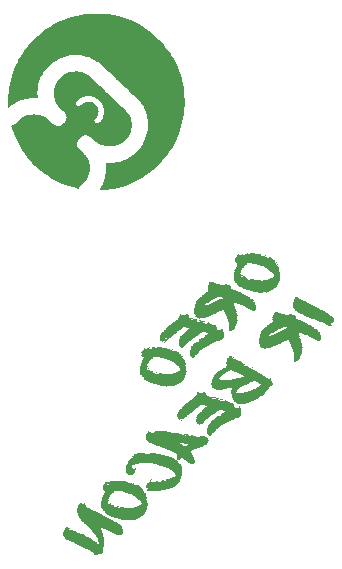
<source format=gbr>
%TF.GenerationSoftware,KiCad,Pcbnew,(6.0.5)*%
%TF.CreationDate,2023-08-08T13:51:24+01:00*%
%TF.ProjectId,Beacon-driver,42656163-6f6e-42d6-9472-697665722e6b,1.0*%
%TF.SameCoordinates,Original*%
%TF.FileFunction,Legend,Bot*%
%TF.FilePolarity,Positive*%
%FSLAX46Y46*%
G04 Gerber Fmt 4.6, Leading zero omitted, Abs format (unit mm)*
G04 Created by KiCad (PCBNEW (6.0.5)) date 2023-08-08 13:51:24*
%MOMM*%
%LPD*%
G01*
G04 APERTURE LIST*
G04 APERTURE END LIST*
%TO.C,G\u002A\u002A\u002A*%
G36*
X103693219Y-135239698D02*
G01*
X103701710Y-135251528D01*
X103700842Y-135274596D01*
X103697240Y-135277465D01*
X103674372Y-135275401D01*
X103671066Y-135271055D01*
X103666749Y-135240503D01*
X103672492Y-135232193D01*
X103693219Y-135239698D01*
G37*
G36*
X98757269Y-142250149D02*
G01*
X98757269Y-142263786D01*
X98743632Y-142263786D01*
X98743631Y-142250148D01*
X98757269Y-142250149D01*
G37*
G36*
X101239283Y-140790942D02*
G01*
X101240566Y-140797822D01*
X101238479Y-140819021D01*
X101236763Y-140820028D01*
X101218828Y-140811398D01*
X101215645Y-140807105D01*
X101219633Y-140783318D01*
X101225636Y-140779457D01*
X101239283Y-140790942D01*
G37*
G36*
X96234343Y-142372885D02*
G01*
X96243071Y-142382798D01*
X96249439Y-142398701D01*
X96243397Y-142399718D01*
X96215773Y-142391454D01*
X96203170Y-142383139D01*
X96200677Y-142365639D01*
X96209054Y-142361871D01*
X96234343Y-142372885D01*
G37*
G36*
X106568039Y-132625108D02*
G01*
X106586407Y-132641025D01*
X106586851Y-132646487D01*
X106573920Y-132673851D01*
X106564672Y-132679201D01*
X106564317Y-132659366D01*
X106565087Y-132655655D01*
X106561193Y-132636654D01*
X106531568Y-132640027D01*
X106507204Y-132642534D01*
X106491972Y-132630697D01*
X106502905Y-132619548D01*
X106534155Y-132617288D01*
X106568039Y-132625108D01*
G37*
G36*
X101075635Y-129417315D02*
G01*
X101061997Y-129417314D01*
X101061997Y-129403677D01*
X101075634Y-129403677D01*
X101075635Y-129417315D01*
G37*
G36*
X99087854Y-130455934D02*
G01*
X99089115Y-130502174D01*
X99083660Y-130561953D01*
X99127631Y-130518889D01*
X99128788Y-130517765D01*
X99165737Y-130489681D01*
X99193667Y-130481035D01*
X99197345Y-130483042D01*
X99192504Y-130503631D01*
X99161353Y-130540625D01*
X99144490Y-130556048D01*
X99092550Y-130587277D01*
X99048222Y-130593848D01*
X99018581Y-130578409D01*
X99010704Y-130543608D01*
X99031669Y-130492094D01*
X99045948Y-130471346D01*
X99073101Y-130445595D01*
X99087854Y-130455934D01*
G37*
G36*
X96160111Y-142341156D02*
G01*
X96146504Y-142365262D01*
X96127216Y-142379221D01*
X96104787Y-142379704D01*
X96100800Y-142371666D01*
X96110801Y-142346416D01*
X96120238Y-142339157D01*
X96152518Y-142331973D01*
X96160111Y-142341156D01*
G37*
G36*
X102964420Y-135056397D02*
G01*
X102970656Y-135064601D01*
X102964420Y-135074581D01*
X102960789Y-135074214D01*
X102946237Y-135056397D01*
X102948206Y-135050162D01*
X102964420Y-135056397D01*
G37*
G36*
X101498755Y-128477856D02*
G01*
X101500416Y-128486658D01*
X101494514Y-128504374D01*
X101470315Y-128489164D01*
X101462584Y-128477431D01*
X101471480Y-128462609D01*
X101479530Y-128462050D01*
X101498755Y-128477856D01*
G37*
G36*
X97353762Y-139843714D02*
G01*
X97361841Y-139852209D01*
X97345484Y-139867826D01*
X97328971Y-139872650D01*
X97302286Y-139867819D01*
X97301310Y-139866773D01*
X97302179Y-139849996D01*
X97324914Y-139839850D01*
X97353762Y-139843714D01*
G37*
G36*
X104961569Y-131768111D02*
G01*
X104976643Y-131793191D01*
X104978050Y-131812425D01*
X104960274Y-131809670D01*
X104945920Y-131798659D01*
X104937952Y-131776470D01*
X104953673Y-131765228D01*
X104961569Y-131768111D01*
G37*
G36*
X104610861Y-125547409D02*
G01*
X104612384Y-125548956D01*
X104619963Y-125565062D01*
X104594095Y-125571556D01*
X104571826Y-125571575D01*
X104545122Y-125563495D01*
X104543211Y-125555872D01*
X104561888Y-125539350D01*
X104577273Y-125535880D01*
X104610861Y-125547409D01*
G37*
G36*
X110815042Y-130924252D02*
G01*
X110814426Y-130931926D01*
X110800772Y-130955344D01*
X110780135Y-130952986D01*
X110775902Y-130943934D01*
X110780562Y-130912502D01*
X110787659Y-130900976D01*
X110806005Y-130897033D01*
X110815042Y-130924252D01*
G37*
G36*
X107383726Y-123071449D02*
G01*
X107370119Y-123095555D01*
X107350831Y-123109514D01*
X107328402Y-123109997D01*
X107324415Y-123101959D01*
X107334416Y-123076709D01*
X107343853Y-123069450D01*
X107376133Y-123062266D01*
X107383726Y-123071449D01*
G37*
G36*
X104457720Y-135472339D02*
G01*
X104444083Y-135472339D01*
X104444083Y-135458702D01*
X104457720Y-135458702D01*
X104457720Y-135472339D01*
G37*
G36*
X100973268Y-138376227D02*
G01*
X100977318Y-138386349D01*
X100980383Y-138404178D01*
X100974332Y-138405611D01*
X100944608Y-138404887D01*
X100925102Y-138397638D01*
X100937492Y-138376934D01*
X100953863Y-138366383D01*
X100973268Y-138376227D01*
G37*
G36*
X101886127Y-138342696D02*
G01*
X101896154Y-138370296D01*
X101894449Y-138384821D01*
X101880046Y-138399925D01*
X101861675Y-138382046D01*
X101857191Y-138367323D01*
X101861247Y-138341562D01*
X101865793Y-138338137D01*
X101886127Y-138342696D01*
G37*
G36*
X105103612Y-127530416D02*
G01*
X105108988Y-127544624D01*
X105110859Y-127564081D01*
X105106156Y-127564262D01*
X105085043Y-127548985D01*
X105077127Y-127538093D01*
X105077796Y-127515319D01*
X105086335Y-127512572D01*
X105103612Y-127530416D01*
G37*
G36*
X106182857Y-132492558D02*
G01*
X106200687Y-132498328D01*
X106236239Y-132521000D01*
X106241622Y-132532721D01*
X106216950Y-132526652D01*
X106203585Y-132521033D01*
X106170543Y-132503280D01*
X106161919Y-132492074D01*
X106182857Y-132492558D01*
G37*
G36*
X102791132Y-128810240D02*
G01*
X102776748Y-128831906D01*
X102740779Y-128866375D01*
X102718076Y-128886940D01*
X102688443Y-128919257D01*
X102681346Y-128936496D01*
X102683401Y-128938144D01*
X102704251Y-128934243D01*
X102706980Y-128932675D01*
X102735854Y-128935850D01*
X102780315Y-128953642D01*
X102790279Y-128958408D01*
X102833198Y-128972946D01*
X102857837Y-128971581D01*
X102861547Y-128964388D01*
X102847860Y-128947464D01*
X102800958Y-128927354D01*
X102777034Y-128912832D01*
X102779431Y-128900310D01*
X102803310Y-128882757D01*
X102828695Y-128859366D01*
X102826435Y-128835695D01*
X102818633Y-128822413D01*
X102841684Y-128824086D01*
X102842043Y-128824164D01*
X102883692Y-128840745D01*
X102898939Y-128862382D01*
X102882384Y-128881457D01*
X102873547Y-128885964D01*
X102867610Y-128899944D01*
X102894822Y-128920651D01*
X102898605Y-128922959D01*
X102923995Y-128946296D01*
X102916145Y-128967824D01*
X102908193Y-128979779D01*
X102916689Y-128994554D01*
X102938690Y-128992576D01*
X102969393Y-128970175D01*
X102987776Y-128937178D01*
X102982927Y-128907859D01*
X102979683Y-128901998D01*
X102995416Y-128906748D01*
X103033387Y-128928802D01*
X103039106Y-128932503D01*
X103042831Y-128934915D01*
X103090975Y-128973432D01*
X103106250Y-129004587D01*
X103113323Y-129035230D01*
X103133393Y-129058311D01*
X103155345Y-129055923D01*
X103159310Y-129047341D01*
X103148526Y-129021829D01*
X103140654Y-129010880D01*
X103141707Y-128987736D01*
X103141879Y-128987569D01*
X103163581Y-128990234D01*
X103196257Y-129015010D01*
X103196770Y-129015521D01*
X103229448Y-129039945D01*
X103251028Y-129042065D01*
X103254830Y-129039924D01*
X103286961Y-129040414D01*
X103333315Y-129052632D01*
X103335378Y-129053175D01*
X103348896Y-129057693D01*
X103393460Y-129068327D01*
X103416981Y-129067034D01*
X103423094Y-129063139D01*
X103446082Y-129074911D01*
X103473336Y-129121137D01*
X103503099Y-129199115D01*
X103517533Y-129239157D01*
X103542153Y-129294408D01*
X103563066Y-129327270D01*
X103575622Y-129349790D01*
X103563659Y-129388952D01*
X103553763Y-129406258D01*
X103552217Y-129442426D01*
X103574353Y-129463535D01*
X103612206Y-129458223D01*
X103646395Y-129450412D01*
X103675304Y-129455424D01*
X103695635Y-129458950D01*
X103729176Y-129468700D01*
X103755860Y-129464578D01*
X103759635Y-129456551D01*
X103743351Y-129442993D01*
X103742041Y-129442661D01*
X103730589Y-129436656D01*
X103755406Y-129432058D01*
X103767085Y-129432026D01*
X103815604Y-129443834D01*
X103840055Y-129455239D01*
X103865664Y-129467185D01*
X103897412Y-129493493D01*
X103911340Y-129499790D01*
X103921197Y-129482706D01*
X103918206Y-129455657D01*
X103916467Y-129449697D01*
X103923355Y-129414763D01*
X103946827Y-129376101D01*
X103976949Y-129347034D01*
X104003787Y-129340882D01*
X104007396Y-129342770D01*
X104038315Y-129374763D01*
X104069500Y-129426925D01*
X104093092Y-129483959D01*
X104101232Y-129530562D01*
X104103173Y-129565724D01*
X104112371Y-129628348D01*
X104126842Y-129700122D01*
X104135359Y-129746193D01*
X104141460Y-129833611D01*
X104133593Y-129904063D01*
X104129199Y-129922001D01*
X104120514Y-129979200D01*
X104121934Y-130019501D01*
X104122581Y-130022226D01*
X104119971Y-130065049D01*
X104102856Y-130116893D01*
X104078639Y-130162114D01*
X104024027Y-130226686D01*
X103962912Y-130254379D01*
X103942592Y-130259712D01*
X103890363Y-130281990D01*
X103831812Y-130314203D01*
X103801110Y-130331304D01*
X103733139Y-130360108D01*
X103675099Y-130374314D01*
X103649108Y-130378550D01*
X103580266Y-130400309D01*
X103512028Y-130432378D01*
X103463142Y-130466594D01*
X103438135Y-130475889D01*
X103392953Y-130481068D01*
X103371577Y-130484388D01*
X103314010Y-130506343D01*
X103254208Y-130542030D01*
X103224568Y-130561673D01*
X103167347Y-130591046D01*
X103122707Y-130603699D01*
X103114603Y-130605140D01*
X103071739Y-130621270D01*
X103007028Y-130651677D01*
X102928693Y-130691920D01*
X102844954Y-130737562D01*
X102764033Y-130784160D01*
X102694151Y-130827277D01*
X102643529Y-130862472D01*
X102621481Y-130877804D01*
X102568901Y-130910014D01*
X102507325Y-130944468D01*
X102444410Y-130979010D01*
X102368964Y-131025752D01*
X102308085Y-131072823D01*
X102249004Y-131129364D01*
X102224336Y-131153445D01*
X102188219Y-131179117D01*
X102166486Y-131176401D01*
X102158178Y-131170158D01*
X102122241Y-131163728D01*
X102111620Y-131172685D01*
X102133798Y-131191474D01*
X102144236Y-131198885D01*
X102155985Y-131223749D01*
X102139184Y-131241373D01*
X102101020Y-131240914D01*
X102087048Y-131238384D01*
X102064995Y-131248652D01*
X102043792Y-131287322D01*
X102039882Y-131295231D01*
X102004388Y-131343613D01*
X101939748Y-131411455D01*
X101844727Y-131500076D01*
X101786636Y-131553180D01*
X101721902Y-131616266D01*
X101685413Y-131658463D01*
X101675727Y-131681320D01*
X101667605Y-131702981D01*
X101638997Y-131739036D01*
X101598723Y-131779897D01*
X101555943Y-131817015D01*
X101519817Y-131841838D01*
X101499507Y-131845816D01*
X101480789Y-131837365D01*
X101439397Y-131830920D01*
X101415983Y-131829298D01*
X101401488Y-131822836D01*
X101414717Y-131805721D01*
X101417853Y-131802379D01*
X101423000Y-131780863D01*
X101394896Y-131757355D01*
X101369324Y-131736927D01*
X101368445Y-131715618D01*
X101369761Y-131697710D01*
X101336855Y-131668843D01*
X101336216Y-131668433D01*
X101302773Y-131638384D01*
X101302106Y-131608985D01*
X101303657Y-131584572D01*
X101284467Y-131548159D01*
X101256434Y-131503600D01*
X101248412Y-131450801D01*
X101265929Y-131409011D01*
X101275879Y-131388888D01*
X101269426Y-131350965D01*
X101261606Y-131327116D01*
X101269995Y-131295846D01*
X101271214Y-131294507D01*
X101284240Y-131260216D01*
X101288209Y-131209444D01*
X101296231Y-131153474D01*
X101320457Y-131109009D01*
X101340162Y-131082609D01*
X101341993Y-131061055D01*
X101339245Y-131052516D01*
X101357089Y-131035239D01*
X101370176Y-131025269D01*
X101365034Y-131002271D01*
X101362247Y-130998492D01*
X101358756Y-130963377D01*
X101370118Y-130912178D01*
X101392077Y-130859054D01*
X101420376Y-130818166D01*
X101424381Y-130814495D01*
X101463973Y-130788386D01*
X101516748Y-130762706D01*
X101538647Y-130753518D01*
X101585124Y-130730991D01*
X101596297Y-130718248D01*
X101573401Y-130714235D01*
X101551113Y-130712735D01*
X101532152Y-130700410D01*
X101543434Y-130672639D01*
X101585448Y-130625819D01*
X101594920Y-130616441D01*
X101634586Y-130581981D01*
X101662443Y-130571726D01*
X101689281Y-130581021D01*
X101694447Y-130583958D01*
X101720718Y-130590964D01*
X101729748Y-130568065D01*
X101734315Y-130549389D01*
X101750925Y-130533312D01*
X101756657Y-130532045D01*
X101752961Y-130517402D01*
X101748474Y-130511376D01*
X101750688Y-130487854D01*
X101757008Y-130484017D01*
X101781501Y-130491392D01*
X101801621Y-130499797D01*
X101842985Y-130498326D01*
X101853343Y-130495783D01*
X101876068Y-130484997D01*
X101868181Y-130468972D01*
X101860557Y-130455829D01*
X101862362Y-130420011D01*
X101866260Y-130411605D01*
X101891484Y-130376056D01*
X101914338Y-130378755D01*
X101917149Y-130391795D01*
X101900700Y-130419667D01*
X101888354Y-130433757D01*
X101883041Y-130454552D01*
X101906916Y-130457395D01*
X101955730Y-130440664D01*
X101998099Y-130415939D01*
X102007587Y-130394786D01*
X102007015Y-130380090D01*
X102025001Y-130349915D01*
X102037488Y-130330686D01*
X102038961Y-130295043D01*
X102037250Y-130272865D01*
X102055995Y-130237927D01*
X102071006Y-130223762D01*
X102080958Y-130221122D01*
X102074435Y-130251255D01*
X102068884Y-130273653D01*
X102072385Y-130286846D01*
X102099374Y-130276194D01*
X102104595Y-130273225D01*
X102137538Y-130240315D01*
X102167925Y-130191591D01*
X102193545Y-130146244D01*
X102219473Y-130125202D01*
X102244714Y-130136358D01*
X102247666Y-130141340D01*
X102234817Y-130153736D01*
X102226508Y-130159479D01*
X102234012Y-130180206D01*
X102237688Y-130183371D01*
X102264068Y-130184359D01*
X102303005Y-130153736D01*
X102309356Y-130147591D01*
X102342825Y-130122082D01*
X102362782Y-130118053D01*
X102376334Y-130121270D01*
X102409237Y-130109957D01*
X102409911Y-130109560D01*
X102430249Y-130087569D01*
X102414651Y-130059992D01*
X102403998Y-130048717D01*
X102397655Y-130035618D01*
X102423425Y-130040135D01*
X102449013Y-130040935D01*
X102489247Y-130022045D01*
X102504038Y-129997321D01*
X102484352Y-129979208D01*
X102481044Y-129977706D01*
X102464852Y-129967065D01*
X102485620Y-129964302D01*
X102507449Y-129960234D01*
X102546993Y-129937022D01*
X102562332Y-129922350D01*
X102570836Y-129922816D01*
X102567038Y-129955660D01*
X102566071Y-129987577D01*
X102576705Y-130000629D01*
X102593356Y-129984990D01*
X102608185Y-129943061D01*
X102608480Y-129941659D01*
X102621375Y-129904570D01*
X102635553Y-129899876D01*
X102639533Y-129905156D01*
X102637122Y-129928719D01*
X102633216Y-129937920D01*
X102644870Y-129963741D01*
X102657179Y-129972205D01*
X102668156Y-129960649D01*
X102677659Y-129917314D01*
X102694284Y-129857285D01*
X102719561Y-129820883D01*
X102748920Y-129817559D01*
X102749383Y-129817774D01*
X102772900Y-129808790D01*
X102804126Y-129771970D01*
X102820241Y-129746066D01*
X102825436Y-129726257D01*
X102806432Y-129726757D01*
X102785466Y-129728163D01*
X102747003Y-129711301D01*
X102729590Y-129700005D01*
X102693559Y-129698769D01*
X102663756Y-129697084D01*
X102623912Y-129670036D01*
X102590347Y-129645053D01*
X102562116Y-129649151D01*
X102542822Y-129655930D01*
X102509236Y-129637184D01*
X102482135Y-129618376D01*
X102439379Y-129608239D01*
X102416757Y-129607411D01*
X102384618Y-129594390D01*
X102383807Y-129593599D01*
X102367040Y-129585283D01*
X102342478Y-129590242D01*
X102304764Y-129611452D01*
X102248544Y-129651889D01*
X102168461Y-129714532D01*
X102142597Y-129734936D01*
X102073092Y-129787999D01*
X102011639Y-129832609D01*
X101969129Y-129860774D01*
X101920200Y-129892441D01*
X101849913Y-129941871D01*
X101769109Y-130001237D01*
X101687660Y-130063287D01*
X101615434Y-130120764D01*
X101609554Y-130125491D01*
X101552711Y-130165085D01*
X101498519Y-130194772D01*
X101471786Y-130212034D01*
X101418630Y-130253534D01*
X101344123Y-130315580D01*
X101251807Y-130395082D01*
X101145223Y-130488949D01*
X101027912Y-130594093D01*
X100903416Y-130707423D01*
X100775274Y-130825849D01*
X100766177Y-130834093D01*
X100734886Y-130858209D01*
X100720801Y-130861783D01*
X100707804Y-130856466D01*
X100671915Y-130860288D01*
X100650810Y-130865736D01*
X100639388Y-130875543D01*
X100661972Y-130892047D01*
X100681482Y-130907929D01*
X100685014Y-130926206D01*
X100680305Y-130929794D01*
X100648834Y-130944726D01*
X100605105Y-130960379D01*
X100565035Y-130971478D01*
X100544539Y-130972748D01*
X100538756Y-130968791D01*
X100510734Y-130954723D01*
X100508427Y-130953621D01*
X100496763Y-130934048D01*
X100516437Y-130899058D01*
X100516641Y-130898801D01*
X100536614Y-130859552D01*
X100523318Y-130828791D01*
X100512325Y-130819681D01*
X100486755Y-130818016D01*
X100451854Y-130845969D01*
X100449406Y-130848415D01*
X100413469Y-130877541D01*
X100394379Y-130873741D01*
X100388095Y-130836406D01*
X100383693Y-130794314D01*
X100373797Y-130739656D01*
X100372667Y-130734517D01*
X100362521Y-130696668D01*
X100350644Y-130689887D01*
X100328186Y-130708035D01*
X100310024Y-130721800D01*
X100307928Y-130710450D01*
X100322084Y-130668468D01*
X100332052Y-130639282D01*
X100334598Y-130614380D01*
X100318715Y-130617489D01*
X100313273Y-130619312D01*
X100304022Y-130603943D01*
X100303937Y-130565206D01*
X100311267Y-130513180D01*
X100324265Y-130457944D01*
X100341179Y-130409580D01*
X100360259Y-130378164D01*
X100361656Y-130376751D01*
X100375385Y-130351230D01*
X100352850Y-130331023D01*
X100352147Y-130330657D01*
X100330182Y-130310384D01*
X100344308Y-130285016D01*
X100358640Y-130266057D01*
X100366488Y-130235561D01*
X100367404Y-130220591D01*
X100386289Y-130188484D01*
X100397481Y-130171234D01*
X100398694Y-130135168D01*
X100400232Y-130105699D01*
X100426292Y-130066658D01*
X100451612Y-130033070D01*
X100456858Y-130007179D01*
X100465167Y-129988232D01*
X100509051Y-129968456D01*
X100532461Y-129958543D01*
X100592199Y-129919866D01*
X100655063Y-129864993D01*
X100685065Y-129836409D01*
X100733901Y-129798759D01*
X100763208Y-129791110D01*
X100780192Y-129793566D01*
X100781766Y-129770297D01*
X100789945Y-129739455D01*
X100819866Y-129704040D01*
X100828378Y-129696633D01*
X100869965Y-129652316D01*
X100910719Y-129599256D01*
X100928093Y-129575225D01*
X100967930Y-129536197D01*
X101013984Y-129518139D01*
X101017376Y-129517413D01*
X101057864Y-129500874D01*
X103635849Y-129500874D01*
X103636614Y-129544820D01*
X103647267Y-129575119D01*
X103666291Y-129578082D01*
X103686384Y-129556256D01*
X103695387Y-129519596D01*
X103691923Y-129504026D01*
X103790850Y-129504026D01*
X103793050Y-129518183D01*
X103812618Y-129544799D01*
X103827115Y-129544769D01*
X103830596Y-129514910D01*
X103829491Y-129506902D01*
X103816202Y-129479093D01*
X103799232Y-129477015D01*
X103790850Y-129504026D01*
X103691923Y-129504026D01*
X103687930Y-129486076D01*
X103668467Y-129462261D01*
X103647266Y-129464072D01*
X103644971Y-129466917D01*
X103635849Y-129500874D01*
X101057864Y-129500874D01*
X101061580Y-129499356D01*
X101082649Y-129464400D01*
X101095894Y-129437700D01*
X101122597Y-129415981D01*
X101125841Y-129415013D01*
X101159267Y-129391764D01*
X101193500Y-129353261D01*
X101213223Y-129316348D01*
X101200026Y-129299534D01*
X101157876Y-129281725D01*
X101096236Y-129266281D01*
X101024655Y-129256246D01*
X101011400Y-129254861D01*
X100960304Y-129244902D01*
X100930019Y-129231694D01*
X100915985Y-129222072D01*
X100863106Y-129209633D01*
X100798336Y-129214105D01*
X100737861Y-129235193D01*
X100718471Y-129246075D01*
X100629274Y-129298917D01*
X100530318Y-129361026D01*
X100430218Y-129426664D01*
X100337591Y-129490090D01*
X100261054Y-129545563D01*
X100209221Y-129587347D01*
X100203703Y-129592322D01*
X100101465Y-129683454D01*
X100012142Y-129761113D01*
X99938822Y-129822761D01*
X99884589Y-129865862D01*
X99852530Y-129887878D01*
X99845729Y-129886269D01*
X99844824Y-129882672D01*
X99824560Y-129897362D01*
X99785683Y-129932898D01*
X99733075Y-129985002D01*
X99673820Y-130043845D01*
X99629742Y-130082867D01*
X99602299Y-130099435D01*
X99586976Y-130097009D01*
X99574581Y-130086254D01*
X99560328Y-130088976D01*
X99543292Y-130121569D01*
X99538050Y-130145476D01*
X99560051Y-130147377D01*
X99565761Y-130146739D01*
X99566246Y-130155308D01*
X99533913Y-130180321D01*
X99530755Y-130182426D01*
X99480089Y-130209056D01*
X99436549Y-130221480D01*
X99413481Y-130224033D01*
X99385733Y-130236908D01*
X99395003Y-130259611D01*
X99398424Y-130268215D01*
X99383591Y-130300314D01*
X99337730Y-130352349D01*
X99305960Y-130382325D01*
X99269875Y-130409848D01*
X99250853Y-130415485D01*
X99242775Y-130413157D01*
X99225874Y-130431417D01*
X99215709Y-130444628D01*
X99192435Y-130438890D01*
X99181145Y-130431394D01*
X99166392Y-130440123D01*
X99159834Y-130452465D01*
X99145780Y-130444282D01*
X99132597Y-130408803D01*
X99136584Y-130386608D01*
X99163202Y-130338476D01*
X99210470Y-130275713D01*
X99249402Y-130227123D01*
X99288987Y-130169197D01*
X99303818Y-130130323D01*
X99296092Y-130106149D01*
X99280958Y-130104440D01*
X99248842Y-130120267D01*
X99223560Y-130132124D01*
X99200162Y-130126138D01*
X99191264Y-130119009D01*
X99166392Y-130126462D01*
X99159405Y-130142613D01*
X99171895Y-130172876D01*
X99174723Y-130175891D01*
X99183047Y-130197720D01*
X99170756Y-130229021D01*
X99134670Y-130278845D01*
X99113832Y-130305055D01*
X99058662Y-130371461D01*
X99019448Y-130412067D01*
X98991468Y-130431308D01*
X98970004Y-130433624D01*
X98953141Y-130434569D01*
X98923244Y-130456160D01*
X98908933Y-130469898D01*
X98880285Y-130473938D01*
X98871700Y-130466151D01*
X98877200Y-130442929D01*
X98887891Y-130423724D01*
X98892765Y-130381216D01*
X98892432Y-130378103D01*
X98887629Y-130354730D01*
X98881374Y-130367680D01*
X98879221Y-130373929D01*
X98852497Y-130395780D01*
X98812096Y-130395575D01*
X98773723Y-130372599D01*
X98761388Y-130355622D01*
X98769710Y-130352676D01*
X98778203Y-130355784D01*
X98803369Y-130353905D01*
X98804119Y-130332865D01*
X98778632Y-130302842D01*
X98768948Y-130293789D01*
X98743352Y-130248873D01*
X98736048Y-130198709D01*
X98750451Y-130160556D01*
X98753314Y-130156899D01*
X98750450Y-130133280D01*
X98742829Y-130115354D01*
X98737411Y-130073062D01*
X98738229Y-130028372D01*
X98745967Y-130001389D01*
X98752144Y-129985834D01*
X98757384Y-129946887D01*
X98767125Y-129909622D01*
X98801988Y-129888719D01*
X98826771Y-129877907D01*
X98839108Y-129853772D01*
X98834914Y-129845808D01*
X98815599Y-129849065D01*
X98804241Y-129851073D01*
X98803515Y-129821591D01*
X98815024Y-129789462D01*
X98856794Y-129745314D01*
X98858351Y-129744269D01*
X98888806Y-129716442D01*
X98885329Y-129694969D01*
X98875751Y-129680934D01*
X98896936Y-129682768D01*
X98897904Y-129682981D01*
X98923902Y-129678643D01*
X98940568Y-129644995D01*
X98952234Y-129617793D01*
X98968170Y-129614578D01*
X98981664Y-129617599D01*
X99009822Y-129601161D01*
X99018149Y-129593552D01*
X99040075Y-129588418D01*
X99062894Y-129616276D01*
X99083436Y-129641535D01*
X99102067Y-129645289D01*
X99104912Y-129626302D01*
X99090849Y-129590138D01*
X99079960Y-129555219D01*
X99087080Y-129508407D01*
X99098736Y-129479028D01*
X99102977Y-129442960D01*
X99104008Y-129431258D01*
X99121862Y-129441389D01*
X99132727Y-129455731D01*
X99133758Y-129477224D01*
X99129819Y-129482572D01*
X99131184Y-129511587D01*
X99153741Y-129539945D01*
X99186968Y-129552715D01*
X99200468Y-129551761D01*
X99225657Y-129537080D01*
X99247046Y-129495874D01*
X99269935Y-129439032D01*
X99220709Y-129478451D01*
X99217003Y-129481347D01*
X99180206Y-129502709D01*
X99157251Y-129503635D01*
X99153986Y-129494530D01*
X99171324Y-129476797D01*
X99184153Y-129468886D01*
X99188694Y-129453253D01*
X99186272Y-129450328D01*
X99185955Y-129437277D01*
X99201289Y-129412496D01*
X99237150Y-129367338D01*
X99248114Y-129349844D01*
X99245801Y-129334920D01*
X99239856Y-129320233D01*
X99249759Y-129288966D01*
X99271379Y-129257778D01*
X99284005Y-129256280D01*
X99305635Y-129278073D01*
X99306967Y-129280340D01*
X99324418Y-129303995D01*
X99336265Y-129296739D01*
X99349056Y-129255107D01*
X99351052Y-129247681D01*
X99364305Y-129219507D01*
X99384100Y-129220063D01*
X99385674Y-129220758D01*
X99415715Y-129219426D01*
X99433133Y-129198296D01*
X99429073Y-129184216D01*
X103278130Y-129184216D01*
X103284900Y-129199115D01*
X103301714Y-129197405D01*
X103334241Y-129177050D01*
X103346221Y-129159465D01*
X103339450Y-129144565D01*
X103322636Y-129146276D01*
X103290110Y-129166631D01*
X103278130Y-129184216D01*
X99429073Y-129184216D01*
X99425504Y-129171841D01*
X99416347Y-129161245D01*
X99414125Y-129143123D01*
X99440045Y-129141116D01*
X99488495Y-129156581D01*
X99498762Y-129160711D01*
X99532550Y-129168602D01*
X99539615Y-129159234D01*
X102788387Y-129159234D01*
X102793868Y-129178744D01*
X102806979Y-129180671D01*
X102842775Y-129167369D01*
X102876643Y-129140528D01*
X102879192Y-129135647D01*
X103195677Y-129135647D01*
X103196251Y-129171847D01*
X103198674Y-129175474D01*
X103220346Y-129174777D01*
X103259464Y-129141859D01*
X103269886Y-129131207D01*
X103294558Y-129103185D01*
X103292340Y-129093606D01*
X103263880Y-129095743D01*
X103226241Y-129107032D01*
X103195677Y-129135647D01*
X102879192Y-129135647D01*
X102891687Y-129111725D01*
X102885437Y-129086172D01*
X102861377Y-129085549D01*
X102820091Y-129118427D01*
X102816270Y-129122300D01*
X102788387Y-129159234D01*
X99539615Y-129159234D01*
X99540046Y-129158662D01*
X99530453Y-129146243D01*
X99495854Y-129131129D01*
X99491944Y-129130674D01*
X99480284Y-129123565D01*
X99493373Y-129105221D01*
X99534658Y-129070231D01*
X99557270Y-129053692D01*
X99607773Y-129026071D01*
X99645400Y-129017575D01*
X99657213Y-129019036D01*
X99674848Y-129017330D01*
X99674767Y-129017220D01*
X99721257Y-129017220D01*
X99747946Y-129037773D01*
X99779326Y-129057229D01*
X99795275Y-129058045D01*
X99793215Y-129033349D01*
X99786985Y-129025497D01*
X102548132Y-129025497D01*
X102551239Y-129043665D01*
X102558419Y-129046347D01*
X102590083Y-129041074D01*
X102605301Y-129015579D01*
X102604426Y-129003763D01*
X102590420Y-128988315D01*
X102560979Y-129007380D01*
X102548132Y-129025497D01*
X99786985Y-129025497D01*
X99781856Y-129019033D01*
X99746662Y-129009166D01*
X99727413Y-129009905D01*
X99721257Y-129017220D01*
X99674767Y-129017220D01*
X99662589Y-129000670D01*
X99656951Y-128978984D01*
X102320009Y-128978984D01*
X102325144Y-128983470D01*
X102349656Y-128973802D01*
X102400953Y-128948133D01*
X102409144Y-128944297D01*
X102431905Y-128944644D01*
X102446784Y-128976035D01*
X102459394Y-129003112D01*
X102485038Y-129020465D01*
X102507408Y-129010872D01*
X102500962Y-128982264D01*
X102464641Y-128937991D01*
X102446359Y-128921157D01*
X102412994Y-128905647D01*
X102377525Y-128917891D01*
X102348764Y-128939022D01*
X102324536Y-128967184D01*
X102320009Y-128978984D01*
X99656951Y-128978984D01*
X99656065Y-128975578D01*
X99682343Y-128937732D01*
X99698926Y-128922441D01*
X99727298Y-128910688D01*
X99755076Y-128928640D01*
X99778428Y-128945734D01*
X99800533Y-128946823D01*
X99803345Y-128933782D01*
X99786897Y-128905911D01*
X99770479Y-128881907D01*
X99780152Y-128862095D01*
X99822567Y-128858326D01*
X99833893Y-128859210D01*
X99855058Y-128854419D01*
X99854500Y-128849416D01*
X99890667Y-128849416D01*
X99892913Y-128867225D01*
X99905809Y-128883181D01*
X99911831Y-128876919D01*
X99905935Y-128849416D01*
X99904319Y-128845859D01*
X99893515Y-128829332D01*
X99890667Y-128849416D01*
X99854500Y-128849416D01*
X99852189Y-128828704D01*
X99849596Y-128798006D01*
X99863560Y-128779044D01*
X99889178Y-128789992D01*
X99891744Y-128792264D01*
X99918263Y-128793247D01*
X99958169Y-128761913D01*
X99972429Y-128746967D01*
X99988747Y-128721805D01*
X100107376Y-128721805D01*
X100116135Y-128729560D01*
X100139860Y-128716596D01*
X100148839Y-128704717D01*
X101457018Y-128704717D01*
X101471925Y-128736247D01*
X101481995Y-128743506D01*
X101505214Y-128742261D01*
X101507802Y-128728702D01*
X101490772Y-128700544D01*
X101472393Y-128687972D01*
X101457482Y-128694530D01*
X101457018Y-128704717D01*
X100148839Y-128704717D01*
X100154086Y-128697775D01*
X100161926Y-128667256D01*
X100153167Y-128659500D01*
X100129442Y-128672465D01*
X100115216Y-128691286D01*
X100107376Y-128721805D01*
X99988747Y-128721805D01*
X99990488Y-128719121D01*
X99979153Y-128706835D01*
X99975518Y-128705595D01*
X99980508Y-128697214D01*
X100015119Y-128687007D01*
X100047996Y-128674851D01*
X100066582Y-128667979D01*
X100116255Y-128618728D01*
X100131890Y-128597299D01*
X100155562Y-128577158D01*
X100174945Y-128584813D01*
X100190690Y-128595037D01*
X100212523Y-128587968D01*
X100215915Y-128555779D01*
X100215711Y-128554739D01*
X100228579Y-128525352D01*
X100270475Y-128487639D01*
X100281111Y-128479541D01*
X100314794Y-128446610D01*
X100325726Y-128422420D01*
X100325260Y-128418865D01*
X100330165Y-128383116D01*
X100344863Y-128332938D01*
X100354304Y-128308662D01*
X100378865Y-128270176D01*
X100414378Y-128251265D01*
X100443319Y-128240698D01*
X100457404Y-128230794D01*
X100449268Y-128204011D01*
X100439457Y-128153171D01*
X100440647Y-128120782D01*
X100451837Y-128113273D01*
X100472022Y-128137071D01*
X100488582Y-128156032D01*
X100521987Y-128159172D01*
X100548142Y-128157821D01*
X100570275Y-128188220D01*
X100584351Y-128210545D01*
X100588508Y-128212381D01*
X100608133Y-128221048D01*
X100613686Y-128223500D01*
X100667141Y-128221587D01*
X100679082Y-128220067D01*
X100739732Y-128207823D01*
X100785135Y-128192076D01*
X100814316Y-128183334D01*
X100844289Y-128190436D01*
X100857901Y-128197209D01*
X100877383Y-128178143D01*
X100887769Y-128161766D01*
X100897403Y-128172305D01*
X100903143Y-128183683D01*
X100915824Y-128170056D01*
X100932227Y-128150541D01*
X100971718Y-128129072D01*
X100998140Y-128117793D01*
X101001109Y-128101781D01*
X100997109Y-128095365D01*
X101004019Y-128070599D01*
X101015908Y-128067307D01*
X101045074Y-128085390D01*
X101091401Y-128133229D01*
X101119243Y-128167120D01*
X101144588Y-128205418D01*
X101149378Y-128225301D01*
X101145965Y-128232970D01*
X101156980Y-128257652D01*
X101166488Y-128279553D01*
X101163681Y-128321473D01*
X101160503Y-128351965D01*
X101183340Y-128384598D01*
X101200660Y-128397767D01*
X101206186Y-128413966D01*
X101203932Y-128421214D01*
X101217142Y-128445098D01*
X101229524Y-128452534D01*
X101249390Y-128440979D01*
X101257431Y-128431206D01*
X101280624Y-128435847D01*
X101291496Y-128442971D01*
X101313163Y-128436545D01*
X101315169Y-128434396D01*
X101342404Y-128432824D01*
X101384838Y-128449049D01*
X101404857Y-128460494D01*
X101433701Y-128485584D01*
X101436883Y-128512478D01*
X101428738Y-128535244D01*
X101401050Y-128554346D01*
X101360004Y-128537580D01*
X101352981Y-128532711D01*
X101321247Y-128522239D01*
X101311579Y-128536780D01*
X101331790Y-128567930D01*
X101334064Y-128570047D01*
X101374263Y-128592536D01*
X101422466Y-128602996D01*
X101464319Y-128600074D01*
X101485469Y-128582418D01*
X101498683Y-128554282D01*
X101527308Y-128514395D01*
X101540823Y-128499715D01*
X101566931Y-128486299D01*
X101593773Y-128503522D01*
X101618718Y-128520794D01*
X101662045Y-128530881D01*
X101695912Y-128537888D01*
X101737051Y-128564975D01*
X101771662Y-128588605D01*
X101815657Y-128598733D01*
X101835050Y-128596237D01*
X101840870Y-128588630D01*
X101812506Y-128571129D01*
X101787100Y-128556941D01*
X101783945Y-128550238D01*
X101817031Y-128553181D01*
X101851641Y-128560331D01*
X101881549Y-128573966D01*
X101895870Y-128581423D01*
X101934794Y-128585431D01*
X101957091Y-128585477D01*
X101984194Y-128593920D01*
X101987390Y-128601706D01*
X101975706Y-128626343D01*
X101964037Y-128633682D01*
X101936463Y-128628013D01*
X101920819Y-128617384D01*
X101885065Y-128611211D01*
X101854630Y-128620915D01*
X101845430Y-128643746D01*
X101846200Y-128647895D01*
X101837419Y-128667679D01*
X101810626Y-128667638D01*
X101777257Y-128650636D01*
X101748746Y-128619535D01*
X101728285Y-128592910D01*
X101716764Y-128598353D01*
X101709612Y-128610312D01*
X101679084Y-128620828D01*
X101642104Y-128614247D01*
X101616825Y-128591764D01*
X101607404Y-128578243D01*
X101588498Y-128577153D01*
X101584299Y-128583346D01*
X101589645Y-128608494D01*
X101588362Y-128617750D01*
X101559394Y-128618288D01*
X101533791Y-128617431D01*
X101528057Y-128626326D01*
X101549602Y-128641715D01*
X101550452Y-128642322D01*
X101596845Y-128660738D01*
X101597413Y-128660917D01*
X101635270Y-128666669D01*
X101651408Y-128657022D01*
X101651409Y-128656996D01*
X101660885Y-128655270D01*
X101682604Y-128680189D01*
X101684558Y-128682965D01*
X101714564Y-128711096D01*
X101746437Y-128706837D01*
X101769458Y-128701777D01*
X101806585Y-128716334D01*
X101826386Y-128728831D01*
X101863740Y-128729591D01*
X101871204Y-128726358D01*
X101888584Y-128724465D01*
X101884446Y-128750297D01*
X101881757Y-128786370D01*
X101895339Y-128796977D01*
X101917318Y-128775146D01*
X101936839Y-128756284D01*
X101974064Y-128761867D01*
X101999699Y-128770629D01*
X102026261Y-128766711D01*
X102043046Y-128759194D01*
X102082868Y-128757835D01*
X102107383Y-128757890D01*
X102108237Y-128746104D01*
X102102924Y-128734567D01*
X102113652Y-128706596D01*
X102120565Y-128700914D01*
X102137676Y-128700284D01*
X102162196Y-128721257D01*
X102201314Y-128768946D01*
X102212225Y-128782543D01*
X102251226Y-128823282D01*
X102278414Y-128839878D01*
X102289150Y-128830797D01*
X102278795Y-128794509D01*
X102273162Y-128769992D01*
X102294115Y-128769047D01*
X102309448Y-128769283D01*
X102329781Y-128751187D01*
X102330405Y-128740800D01*
X102315117Y-128721445D01*
X102308826Y-128718967D01*
X102307559Y-128703612D01*
X102319482Y-128698938D01*
X102353037Y-128705101D01*
X102357315Y-128706967D01*
X102379263Y-128710512D01*
X102379382Y-128685575D01*
X102378585Y-128674330D01*
X102388739Y-128676795D01*
X102415916Y-128711175D01*
X102421826Y-128719237D01*
X102454975Y-128753966D01*
X102474963Y-128752552D01*
X102481655Y-128714986D01*
X102481661Y-128713641D01*
X102486854Y-128692147D01*
X102499381Y-128704286D01*
X102515763Y-128746812D01*
X102519913Y-128759762D01*
X102530480Y-128777272D01*
X102541873Y-128761543D01*
X102551539Y-128748364D01*
X102577837Y-128742880D01*
X102581681Y-128745082D01*
X102581701Y-128762825D01*
X102548858Y-128794327D01*
X102530502Y-128807937D01*
X102499595Y-128820836D01*
X102481418Y-128806238D01*
X102477677Y-128800017D01*
X102449066Y-128775628D01*
X102417763Y-128769844D01*
X102399310Y-128786418D01*
X102385845Y-128798353D01*
X102350828Y-128796839D01*
X102334303Y-128792327D01*
X102312345Y-128795273D01*
X102307875Y-128825390D01*
X102304407Y-128852453D01*
X102288393Y-128886428D01*
X102281692Y-128897858D01*
X102289367Y-128926366D01*
X102306550Y-128933242D01*
X102337526Y-128919120D01*
X102350969Y-128898456D01*
X102352622Y-128863111D01*
X102349456Y-128855214D01*
X102348037Y-128827086D01*
X102365216Y-128825227D01*
X102390429Y-128852580D01*
X102410904Y-128877855D01*
X102429998Y-128881197D01*
X102430266Y-128880943D01*
X102454958Y-128880776D01*
X102493928Y-128899092D01*
X102494901Y-128899710D01*
X102500325Y-128902306D01*
X102533257Y-128918076D01*
X102556381Y-128918465D01*
X102564445Y-128914999D01*
X102589391Y-128926366D01*
X102595748Y-128931577D01*
X102611150Y-128933655D01*
X102635044Y-128920855D01*
X102673780Y-128889134D01*
X102733705Y-128834449D01*
X102755489Y-128818180D01*
X102763554Y-128815181D01*
X102787396Y-128806315D01*
X102791132Y-128810240D01*
G37*
G36*
X94478841Y-144015384D02*
G01*
X94484167Y-144033006D01*
X94480356Y-144058684D01*
X94470039Y-144056322D01*
X94458054Y-144027678D01*
X94453637Y-143994087D01*
X94461354Y-143986863D01*
X94478841Y-144015384D01*
G37*
G36*
X106483552Y-123017120D02*
G01*
X106518302Y-123057560D01*
X106543985Y-123071865D01*
X106552648Y-123053700D01*
X106541418Y-123003728D01*
X106540269Y-123000314D01*
X106531912Y-122971678D01*
X106536623Y-122964222D01*
X106559941Y-122979095D01*
X106607402Y-123017450D01*
X106626647Y-123032960D01*
X106685958Y-123074453D01*
X106721236Y-123086423D01*
X106732900Y-123069044D01*
X106719696Y-123052742D01*
X106682874Y-123035673D01*
X106642082Y-123015605D01*
X106623292Y-122979376D01*
X106619314Y-122961250D01*
X106620334Y-122951981D01*
X106636034Y-122977300D01*
X106656600Y-123001918D01*
X106678715Y-122995988D01*
X106681457Y-122993435D01*
X106697001Y-122985237D01*
X106722959Y-122982669D01*
X106766186Y-122986205D01*
X106833537Y-122996318D01*
X106931864Y-123013484D01*
X106986407Y-123021080D01*
X107038823Y-123023170D01*
X107065867Y-123017345D01*
X107093526Y-123011607D01*
X107136998Y-123021834D01*
X107183032Y-123036960D01*
X107234281Y-123047288D01*
X107249915Y-123049204D01*
X107273742Y-123062291D01*
X107280450Y-123098730D01*
X107282395Y-123114935D01*
X107297219Y-123155525D01*
X107319397Y-123180741D01*
X107340693Y-123179531D01*
X107345334Y-123177295D01*
X107378750Y-123177325D01*
X107429396Y-123186944D01*
X107459225Y-123193455D01*
X107503523Y-123192713D01*
X107531603Y-123170539D01*
X107545938Y-123152315D01*
X107546180Y-123157308D01*
X107546242Y-123187421D01*
X107579897Y-123214622D01*
X107645125Y-123233249D01*
X107653231Y-123234776D01*
X107700048Y-123250456D01*
X107725256Y-123270595D01*
X107741423Y-123287546D01*
X107781025Y-123302502D01*
X107811241Y-123310154D01*
X107847412Y-123329850D01*
X107875107Y-123339273D01*
X107919150Y-123332534D01*
X107931065Y-123328669D01*
X107969229Y-123324915D01*
X107989973Y-123335083D01*
X107983000Y-123355472D01*
X107979034Y-123364052D01*
X107989818Y-123389565D01*
X108007510Y-123402086D01*
X108023762Y-123391084D01*
X108030952Y-123344204D01*
X108032632Y-123320530D01*
X108039531Y-123306712D01*
X108058005Y-123321378D01*
X108073060Y-123334953D01*
X108082022Y-123330347D01*
X108085281Y-123294103D01*
X108087232Y-123267457D01*
X108094034Y-123252623D01*
X108110734Y-123265007D01*
X108121225Y-123293410D01*
X108114930Y-123337782D01*
X108112914Y-123343392D01*
X108108662Y-123382844D01*
X108133379Y-123407392D01*
X108172228Y-123424632D01*
X108193019Y-123417977D01*
X108205339Y-123381692D01*
X108209782Y-123363856D01*
X108218282Y-123347957D01*
X108228931Y-123364014D01*
X108230087Y-123366508D01*
X108251032Y-123403690D01*
X108281337Y-123450684D01*
X108286650Y-123458760D01*
X108305735Y-123505830D01*
X108292889Y-123533518D01*
X108248930Y-123539577D01*
X108220728Y-123540328D01*
X108196269Y-123553082D01*
X108201895Y-123574366D01*
X108205357Y-123576413D01*
X108236756Y-123575452D01*
X108283902Y-123560912D01*
X108313969Y-123550676D01*
X108353916Y-123545357D01*
X108373308Y-123553796D01*
X108363929Y-123574589D01*
X108361891Y-123586705D01*
X108383792Y-123606981D01*
X108402482Y-123621318D01*
X108412791Y-123647778D01*
X108412739Y-123648000D01*
X108418109Y-123677658D01*
X108438632Y-123698274D01*
X108460650Y-123696067D01*
X108460876Y-123695830D01*
X108460806Y-123671430D01*
X108441899Y-123632993D01*
X108441326Y-123632128D01*
X108422170Y-123594461D01*
X108421103Y-123571966D01*
X108432223Y-123566904D01*
X108455995Y-123585167D01*
X108482104Y-123637042D01*
X108508763Y-123719515D01*
X108525665Y-123771285D01*
X108555405Y-123838344D01*
X108585367Y-123884764D01*
X108589031Y-123888924D01*
X108613782Y-123927304D01*
X108613670Y-123952048D01*
X108608381Y-123959306D01*
X108610322Y-123982793D01*
X108615132Y-123986195D01*
X108639075Y-123981316D01*
X108654694Y-123980320D01*
X108679728Y-124008850D01*
X108700113Y-124034196D01*
X108720151Y-124036613D01*
X108722172Y-124035213D01*
X108733900Y-124047232D01*
X108742706Y-124085924D01*
X108743009Y-124088357D01*
X108754320Y-124138159D01*
X108767750Y-124164963D01*
X108770297Y-124170043D01*
X108788466Y-124198732D01*
X108807030Y-124245550D01*
X108822524Y-124290869D01*
X108840105Y-124332142D01*
X108845076Y-124351301D01*
X108828286Y-124375656D01*
X108822444Y-124378707D01*
X108816102Y-124395669D01*
X108841637Y-124424134D01*
X108861504Y-124443220D01*
X108868041Y-124466305D01*
X108842827Y-124492818D01*
X108812545Y-124527925D01*
X108814914Y-124558671D01*
X108853452Y-124578403D01*
X108868727Y-124583839D01*
X108884712Y-124602464D01*
X108892244Y-124641210D01*
X108894177Y-124709255D01*
X108895867Y-124767245D01*
X108901452Y-124827351D01*
X108909570Y-124863185D01*
X108914974Y-124883218D01*
X108907189Y-124913296D01*
X108899849Y-124934467D01*
X108906408Y-124974741D01*
X108906614Y-124975285D01*
X108909037Y-125022651D01*
X108891740Y-125074995D01*
X108890375Y-125077501D01*
X108874566Y-125126399D01*
X108878209Y-125166209D01*
X108884519Y-125189188D01*
X108867870Y-125213588D01*
X108853546Y-125227123D01*
X108859705Y-125260691D01*
X108866581Y-125293535D01*
X108841341Y-125333717D01*
X108819466Y-125365096D01*
X108811354Y-125420863D01*
X108810583Y-125458887D01*
X108782387Y-125488903D01*
X108758528Y-125508317D01*
X108767317Y-125530808D01*
X108772946Y-125537332D01*
X108773585Y-125558010D01*
X108742528Y-125583498D01*
X108713247Y-125608201D01*
X108698362Y-125646893D01*
X108697327Y-125655928D01*
X108674877Y-125695049D01*
X108628211Y-125748353D01*
X108563500Y-125810834D01*
X108486916Y-125877487D01*
X108404630Y-125943309D01*
X108322813Y-126003295D01*
X108247637Y-126052437D01*
X108185273Y-126085733D01*
X108141891Y-126098179D01*
X108121479Y-126103248D01*
X108089846Y-126130657D01*
X108085581Y-126136360D01*
X108049184Y-126161486D01*
X107996390Y-126180874D01*
X107986887Y-126183398D01*
X107927901Y-126207122D01*
X107883751Y-126236860D01*
X107850833Y-126259134D01*
X107817462Y-126262134D01*
X107792422Y-126261497D01*
X107756523Y-126282162D01*
X107755873Y-126282806D01*
X107724644Y-126302203D01*
X107705907Y-126295828D01*
X107710226Y-126267114D01*
X107703968Y-126255233D01*
X107669579Y-126260560D01*
X107624916Y-126270137D01*
X107556200Y-126280030D01*
X107478852Y-126287959D01*
X107402484Y-126295081D01*
X107331514Y-126303335D01*
X107283442Y-126310748D01*
X107276888Y-126311990D01*
X107246491Y-126314972D01*
X107208447Y-126313033D01*
X107155301Y-126305124D01*
X107079592Y-126290197D01*
X106973863Y-126267204D01*
X106972249Y-126266855D01*
X106922847Y-126264672D01*
X106888681Y-126277380D01*
X106871519Y-126286887D01*
X106839568Y-126275997D01*
X106810738Y-126260295D01*
X106762448Y-126253428D01*
X106721481Y-126247293D01*
X106676901Y-126222430D01*
X106665858Y-126213940D01*
X106617007Y-126193870D01*
X106555803Y-126183157D01*
X106531341Y-126180903D01*
X106466643Y-126162821D01*
X106412760Y-126121939D01*
X106382289Y-126093787D01*
X106358131Y-126081964D01*
X106344350Y-126095315D01*
X106327187Y-126110944D01*
X106285923Y-126103769D01*
X106248779Y-126093774D01*
X106199385Y-126095723D01*
X106171867Y-126098304D01*
X106139154Y-126075258D01*
X106132953Y-126066255D01*
X106093380Y-126036497D01*
X106045945Y-126025570D01*
X106007635Y-126038254D01*
X106004147Y-126041338D01*
X105993665Y-126042630D01*
X106002628Y-126011831D01*
X106009701Y-125992578D01*
X106011131Y-125973853D01*
X105992265Y-125981011D01*
X105971463Y-125986621D01*
X105936383Y-125972861D01*
X105912844Y-125958168D01*
X105893119Y-125965111D01*
X105896243Y-125994543D01*
X105897308Y-125997701D01*
X105885520Y-125999784D01*
X105852366Y-125982648D01*
X105793609Y-125957352D01*
X105728673Y-125945188D01*
X105728480Y-125945180D01*
X105682501Y-125940942D01*
X105662943Y-125927529D01*
X105657707Y-125896670D01*
X105656833Y-125886560D01*
X105637290Y-125841217D01*
X105597306Y-125826477D01*
X105542348Y-125844797D01*
X105529363Y-125852257D01*
X105490580Y-125868723D01*
X105474618Y-125858345D01*
X105475473Y-125818792D01*
X105476083Y-125813831D01*
X105473379Y-125785423D01*
X105450828Y-125782834D01*
X105443760Y-125783697D01*
X105416660Y-125771934D01*
X105387046Y-125730180D01*
X105384165Y-125725222D01*
X105355602Y-125683655D01*
X105332301Y-125660914D01*
X105325550Y-125656169D01*
X105316377Y-125628234D01*
X105315585Y-125616341D01*
X105293932Y-125593630D01*
X105280228Y-125577693D01*
X105297827Y-125548604D01*
X105299280Y-125547099D01*
X105316873Y-125526643D01*
X105308476Y-125523173D01*
X105268681Y-125533976D01*
X105256016Y-125537493D01*
X105221062Y-125540669D01*
X105214578Y-125523911D01*
X105211047Y-125501396D01*
X105175951Y-125468683D01*
X105144572Y-125444088D01*
X105124660Y-125414767D01*
X105111164Y-125384404D01*
X105083603Y-125349463D01*
X105053856Y-125325521D01*
X105032988Y-125323586D01*
X105024021Y-125327840D01*
X105018220Y-125305625D01*
X105015112Y-125286756D01*
X105001866Y-125263233D01*
X106186500Y-125263233D01*
X106198976Y-125280415D01*
X106208503Y-125294324D01*
X106211328Y-125327279D01*
X106209306Y-125338280D01*
X106225297Y-125329220D01*
X106238484Y-125314094D01*
X106241596Y-125283846D01*
X106208790Y-125264753D01*
X106206842Y-125264321D01*
X106186500Y-125263233D01*
X105001866Y-125263233D01*
X104993244Y-125247921D01*
X104982325Y-125230305D01*
X104982326Y-125225273D01*
X106123761Y-125225273D01*
X106134837Y-125237321D01*
X106169553Y-125239335D01*
X106197387Y-125233597D01*
X106226182Y-125220606D01*
X106222268Y-125209076D01*
X106183614Y-125204103D01*
X106181217Y-125204119D01*
X106140557Y-125210604D01*
X106123761Y-125225273D01*
X104982326Y-125225273D01*
X104982334Y-125191363D01*
X104987157Y-125178095D01*
X104995351Y-125128169D01*
X104994059Y-125083396D01*
X106002733Y-125083396D01*
X106013561Y-125124130D01*
X106031677Y-125158310D01*
X106045886Y-125173797D01*
X106053083Y-125161258D01*
X106053337Y-125127063D01*
X106046811Y-125088343D01*
X106035181Y-125062487D01*
X106026256Y-125055355D01*
X106008113Y-125057193D01*
X106002733Y-125083396D01*
X104994059Y-125083396D01*
X104993905Y-125078058D01*
X104982762Y-125046514D01*
X104979898Y-125042858D01*
X104982762Y-125019239D01*
X104986749Y-125011278D01*
X104976862Y-124986065D01*
X104968960Y-124968490D01*
X104975467Y-124931515D01*
X104982888Y-124907382D01*
X104978461Y-124865314D01*
X104975877Y-124856415D01*
X104974791Y-124811504D01*
X104981086Y-124746211D01*
X104992717Y-124672307D01*
X104999045Y-124642290D01*
X105470478Y-124642290D01*
X105470982Y-124661938D01*
X105479363Y-124666892D01*
X105513105Y-124672848D01*
X105527767Y-124676654D01*
X105555246Y-124703063D01*
X105574537Y-124742739D01*
X105579986Y-124781511D01*
X105565936Y-124805210D01*
X105556365Y-124810736D01*
X105555967Y-124825745D01*
X105586966Y-124850406D01*
X105597455Y-124857735D01*
X105624752Y-124888264D01*
X105623539Y-124924383D01*
X105619347Y-124964400D01*
X105632621Y-124983019D01*
X105657816Y-124971508D01*
X105674344Y-124964596D01*
X105704741Y-124977522D01*
X105722753Y-124990911D01*
X105754753Y-124998435D01*
X105763861Y-124991210D01*
X105748740Y-124971965D01*
X105732920Y-124952695D01*
X105749181Y-124929863D01*
X105760300Y-124920819D01*
X105763091Y-124903536D01*
X105733615Y-124881392D01*
X105728281Y-124878131D01*
X105703133Y-124856576D01*
X105711504Y-124842281D01*
X105734125Y-124840900D01*
X105771656Y-124857803D01*
X105803350Y-124876200D01*
X105856959Y-124895279D01*
X105880628Y-124902515D01*
X105904991Y-124924981D01*
X105894198Y-124953325D01*
X105886697Y-124956244D01*
X105862377Y-124944234D01*
X105851212Y-124936525D01*
X105826692Y-124939005D01*
X105824471Y-124952911D01*
X105851882Y-124975185D01*
X105879825Y-124991298D01*
X105917232Y-125017872D01*
X105929139Y-125027424D01*
X105940678Y-125025974D01*
X105944487Y-124993057D01*
X105947683Y-124963377D01*
X105958827Y-124949982D01*
X105984304Y-124962115D01*
X106030878Y-125000348D01*
X106055277Y-125023034D01*
X106063297Y-125034371D01*
X106082557Y-125061602D01*
X106085882Y-125100607D01*
X106085621Y-125102382D01*
X106083945Y-125128595D01*
X106094187Y-125145438D01*
X106124763Y-125159481D01*
X106184083Y-125177296D01*
X106227581Y-125191081D01*
X106236669Y-125194675D01*
X106281536Y-125212421D01*
X106301429Y-125224013D01*
X106311919Y-125230126D01*
X106313684Y-125231817D01*
X106337946Y-125238117D01*
X106367868Y-125211069D01*
X106375588Y-125200778D01*
X106387171Y-125168766D01*
X106367124Y-125141816D01*
X106348681Y-125125771D01*
X106340791Y-125111095D01*
X106363871Y-125110682D01*
X106420703Y-125123584D01*
X106463495Y-125135938D01*
X106478086Y-125145335D01*
X106462809Y-125153232D01*
X106450618Y-125157346D01*
X106413634Y-125185464D01*
X106405106Y-125221499D01*
X106421219Y-125255686D01*
X106458161Y-125278260D01*
X106512114Y-125279458D01*
X106512995Y-125279274D01*
X106552410Y-125268198D01*
X106568091Y-125258203D01*
X106564454Y-125237236D01*
X106556449Y-125195127D01*
X106545968Y-125141404D01*
X106637845Y-125160104D01*
X106668110Y-125167497D01*
X106716490Y-125185571D01*
X106740184Y-125203794D01*
X106738459Y-125216594D01*
X106710635Y-125207427D01*
X106704362Y-125204279D01*
X106665300Y-125197819D01*
X106647794Y-125220903D01*
X106655830Y-125269050D01*
X106663165Y-125287707D01*
X106675988Y-125304186D01*
X106695922Y-125295387D01*
X106732901Y-125260167D01*
X106766564Y-125229928D01*
X106807250Y-125210615D01*
X106856221Y-125211853D01*
X106872270Y-125214401D01*
X106932837Y-125225199D01*
X106961020Y-125234238D01*
X106961725Y-125244216D01*
X106939860Y-125257830D01*
X106938823Y-125258370D01*
X106914006Y-125276996D01*
X106924121Y-125291102D01*
X106948227Y-125292513D01*
X106986433Y-125275182D01*
X106996495Y-125269222D01*
X107041599Y-125254840D01*
X107097877Y-125246178D01*
X107149299Y-125245050D01*
X107179830Y-125253273D01*
X107181263Y-125264710D01*
X107168704Y-125295940D01*
X107159781Y-125318795D01*
X107163476Y-125345261D01*
X107181696Y-125350297D01*
X107203782Y-125332020D01*
X107213847Y-125297341D01*
X107220857Y-125279193D01*
X107260463Y-125263495D01*
X107286325Y-125260414D01*
X107296630Y-125265322D01*
X107276828Y-125288145D01*
X107260974Y-125310517D01*
X107260215Y-125332900D01*
X107280104Y-125331806D01*
X107311731Y-125308660D01*
X107315075Y-125305625D01*
X107369314Y-125305625D01*
X107378755Y-125330065D01*
X107407027Y-125370195D01*
X107429026Y-125386463D01*
X107451139Y-125387450D01*
X107452757Y-125384150D01*
X107443224Y-125358832D01*
X107413427Y-125322881D01*
X107391528Y-125302272D01*
X107379764Y-125295196D01*
X107434295Y-125295196D01*
X107435604Y-125300704D01*
X107436720Y-125305398D01*
X107464777Y-125319263D01*
X107465461Y-125319468D01*
X107503065Y-125323124D01*
X107525864Y-125313187D01*
X107522054Y-125294716D01*
X107503416Y-125286500D01*
X107464137Y-125284947D01*
X107434295Y-125295196D01*
X107379764Y-125295196D01*
X107371152Y-125290016D01*
X107369314Y-125305625D01*
X107315075Y-125305625D01*
X107324128Y-125297410D01*
X107362026Y-125274786D01*
X107415110Y-125259518D01*
X107491156Y-125249847D01*
X107571297Y-125245473D01*
X107597942Y-125244018D01*
X107670445Y-125238064D01*
X107736652Y-125226427D01*
X107778937Y-125211812D01*
X107788598Y-125206182D01*
X107816253Y-125196393D01*
X107839212Y-125208837D01*
X107870205Y-125248651D01*
X107873581Y-125253383D01*
X107901967Y-125289472D01*
X107918262Y-125297260D01*
X107930071Y-125280833D01*
X107940454Y-125261805D01*
X107971282Y-125221881D01*
X107983035Y-125204603D01*
X107976181Y-125189707D01*
X107959367Y-125191418D01*
X107926840Y-125211773D01*
X107908656Y-125224277D01*
X107893795Y-125214605D01*
X107893494Y-125207956D01*
X107912732Y-125177025D01*
X107957518Y-125141792D01*
X108018592Y-125107027D01*
X108086699Y-125077499D01*
X108152581Y-125057980D01*
X108206980Y-125053236D01*
X108221799Y-125050694D01*
X108265466Y-125025405D01*
X108321205Y-124977471D01*
X108323018Y-124975708D01*
X108367191Y-124930865D01*
X108388028Y-124900209D01*
X108390244Y-124871974D01*
X108378555Y-124834397D01*
X108346757Y-124757267D01*
X108313561Y-124692203D01*
X108284040Y-124648673D01*
X108262539Y-124634178D01*
X108257255Y-124633000D01*
X108227297Y-124613287D01*
X108180850Y-124574273D01*
X108125502Y-124522164D01*
X108073979Y-124472010D01*
X107981554Y-124387715D01*
X107902875Y-124325761D01*
X107830944Y-124280917D01*
X107758758Y-124247948D01*
X107739848Y-124240344D01*
X107666898Y-124200737D01*
X107617264Y-124150786D01*
X107611447Y-124143011D01*
X107580018Y-124109921D01*
X107560400Y-124105370D01*
X107542582Y-124105809D01*
X107512080Y-124084647D01*
X107482862Y-124065391D01*
X107448690Y-124062981D01*
X107430601Y-124065659D01*
X107403459Y-124044262D01*
X107386511Y-124026562D01*
X107352208Y-124033109D01*
X107351420Y-124033565D01*
X107315441Y-124039378D01*
X107275820Y-124012037D01*
X107230750Y-123983149D01*
X107155383Y-123973091D01*
X107087625Y-123965325D01*
X107000225Y-123923322D01*
X106961803Y-123900582D01*
X106907676Y-123880675D01*
X106836504Y-123867598D01*
X106737538Y-123858710D01*
X106688543Y-123855710D01*
X106614604Y-123852163D01*
X106560798Y-123850860D01*
X106536294Y-123852102D01*
X106525098Y-123851499D01*
X106497149Y-123833412D01*
X106493322Y-123830536D01*
X106456213Y-123817702D01*
X106394249Y-123806131D01*
X106318576Y-123798032D01*
X106282222Y-123795601D01*
X106215645Y-123793682D01*
X106171598Y-123799384D01*
X106138866Y-123815092D01*
X106106232Y-123843191D01*
X106092804Y-123856923D01*
X106062805Y-123895483D01*
X106053358Y-123921662D01*
X106046972Y-123938200D01*
X106008606Y-123952775D01*
X105994200Y-123955885D01*
X105947553Y-123976227D01*
X105923993Y-124003674D01*
X105930878Y-124030839D01*
X105939801Y-124042125D01*
X105932488Y-124053420D01*
X105894057Y-124063606D01*
X105886408Y-124065288D01*
X105847410Y-124081072D01*
X105836465Y-124106931D01*
X105834036Y-124126753D01*
X105805669Y-124165001D01*
X105748380Y-124180781D01*
X105737738Y-124181450D01*
X105712386Y-124188478D01*
X105701716Y-124211371D01*
X105698746Y-124261481D01*
X105695691Y-124302847D01*
X105679517Y-124344954D01*
X105641519Y-124379828D01*
X105602942Y-124415572D01*
X105577473Y-124474175D01*
X105576061Y-124483039D01*
X105558541Y-124567815D01*
X105539676Y-124614296D01*
X105519373Y-124622719D01*
X105517359Y-124621841D01*
X105491204Y-124624655D01*
X105470478Y-124642290D01*
X104999045Y-124642290D01*
X105007632Y-124601562D01*
X105023785Y-124545745D01*
X105039130Y-124516624D01*
X105047678Y-124505684D01*
X105044184Y-124480614D01*
X105035536Y-124460433D01*
X105037754Y-124414213D01*
X105054161Y-124362304D01*
X105081064Y-124320710D01*
X105082905Y-124318767D01*
X105107935Y-124276725D01*
X105125955Y-124221449D01*
X105126183Y-124220352D01*
X105149015Y-124159777D01*
X105184004Y-124109030D01*
X105187310Y-124105633D01*
X105211980Y-124072213D01*
X105214598Y-124050981D01*
X105214432Y-124050808D01*
X105217098Y-124029107D01*
X105241873Y-123996431D01*
X105266373Y-123963501D01*
X105262329Y-123935062D01*
X105253715Y-123924589D01*
X105253034Y-123904101D01*
X105278779Y-123897593D01*
X105322900Y-123908585D01*
X105346765Y-123918109D01*
X105362294Y-123920059D01*
X105354690Y-123902504D01*
X105324094Y-123859660D01*
X105308015Y-123839080D01*
X105274669Y-123804702D01*
X105252425Y-123793038D01*
X105245154Y-123793625D01*
X105207616Y-123783230D01*
X105165036Y-123759477D01*
X105131166Y-123731244D01*
X105119759Y-123707407D01*
X105120469Y-123693344D01*
X105101036Y-123689032D01*
X105100072Y-123689255D01*
X105068017Y-123686683D01*
X105063609Y-123665901D01*
X105089323Y-123637737D01*
X105094804Y-123633925D01*
X105116247Y-123611981D01*
X105104374Y-123597717D01*
X105091102Y-123580527D01*
X105098119Y-123540828D01*
X105106561Y-123504224D01*
X105099213Y-123458781D01*
X105091719Y-123432929D01*
X105099785Y-123402098D01*
X105112966Y-123382910D01*
X105129299Y-123340010D01*
X105145330Y-123305445D01*
X105187275Y-123279738D01*
X105481754Y-123279738D01*
X105504606Y-123291915D01*
X105550977Y-123290295D01*
X105578784Y-123284337D01*
X105614321Y-123268150D01*
X105612198Y-123248485D01*
X105603693Y-123243634D01*
X105565668Y-123239179D01*
X105520605Y-123244389D01*
X105489683Y-123257674D01*
X105481754Y-123279738D01*
X105187275Y-123279738D01*
X105187755Y-123279444D01*
X105220693Y-123261566D01*
X105238035Y-123239061D01*
X105238190Y-123237302D01*
X105251287Y-123194608D01*
X105279064Y-123142616D01*
X105314990Y-123090008D01*
X105352531Y-123045469D01*
X105385155Y-123017685D01*
X105406327Y-123015340D01*
X105410190Y-123021343D01*
X105398704Y-123034991D01*
X105394987Y-123037049D01*
X105400000Y-123057748D01*
X105431315Y-123094878D01*
X105435428Y-123098909D01*
X105489663Y-123135400D01*
X105536709Y-123135066D01*
X105574554Y-123097868D01*
X105595295Y-123079450D01*
X105622936Y-123095575D01*
X105642804Y-123109542D01*
X105657588Y-123104143D01*
X105656666Y-123092793D01*
X105634868Y-123070703D01*
X105618356Y-123061551D01*
X105618811Y-123048351D01*
X105652922Y-123030042D01*
X105676389Y-123024660D01*
X105677496Y-123045566D01*
X105676597Y-123051689D01*
X105687695Y-123059101D01*
X105723890Y-123039698D01*
X105728316Y-123036815D01*
X105766260Y-123017078D01*
X105787485Y-123014649D01*
X105800073Y-123016869D01*
X105832235Y-123004849D01*
X105857336Y-122997598D01*
X105896858Y-123014922D01*
X105913664Y-123033581D01*
X105910332Y-123045792D01*
X105874175Y-123053607D01*
X105838454Y-123059378D01*
X105773193Y-123070636D01*
X105735732Y-123078979D01*
X105718679Y-123086304D01*
X105714639Y-123094508D01*
X105726754Y-123100635D01*
X105756841Y-123103842D01*
X105768023Y-123105034D01*
X105828445Y-123105182D01*
X105875124Y-123102916D01*
X105918610Y-123096550D01*
X105938649Y-123083489D01*
X105944300Y-123060217D01*
X105945478Y-123043036D01*
X105953922Y-123015454D01*
X105978978Y-123004252D01*
X106031606Y-123002137D01*
X106037550Y-123002060D01*
X106088482Y-122995331D01*
X106120868Y-122981061D01*
X106122800Y-122979238D01*
X106149799Y-122972957D01*
X106171810Y-122996487D01*
X106180908Y-123041810D01*
X106180902Y-123046390D01*
X106178528Y-123081418D01*
X106167318Y-123082152D01*
X106140644Y-123049929D01*
X106131184Y-123039763D01*
X106131979Y-123050953D01*
X106149189Y-123089116D01*
X106194848Y-123168130D01*
X106236429Y-123214803D01*
X106271500Y-123225916D01*
X106279661Y-123218489D01*
X106268947Y-123195986D01*
X106262351Y-123188179D01*
X106240704Y-123144948D01*
X106225693Y-123090529D01*
X106225533Y-123088944D01*
X106238004Y-123088944D01*
X106259561Y-123113820D01*
X106298479Y-123144388D01*
X106331866Y-123165054D01*
X106341521Y-123161628D01*
X106334331Y-123130784D01*
X106327815Y-123111897D01*
X106301824Y-123067343D01*
X106271606Y-123043087D01*
X106245684Y-123047170D01*
X106239132Y-123056484D01*
X106238004Y-123088944D01*
X106225533Y-123088944D01*
X106220623Y-123040268D01*
X106228797Y-123009508D01*
X106245548Y-123002149D01*
X106281133Y-123009918D01*
X106317309Y-123015013D01*
X106373587Y-122988908D01*
X106394706Y-122974462D01*
X106432771Y-122948423D01*
X106483552Y-123017120D01*
G37*
G36*
X101921156Y-138472577D02*
G01*
X101907519Y-138472577D01*
X101907518Y-138458939D01*
X101921156Y-138458939D01*
X101921156Y-138472577D01*
G37*
G36*
X100625599Y-138377115D02*
G01*
X100611962Y-138377115D01*
X100611961Y-138363477D01*
X100625600Y-138363477D01*
X100625599Y-138377115D01*
G37*
G36*
X110518722Y-129826731D02*
G01*
X110526383Y-129867350D01*
X110532588Y-129903697D01*
X110554392Y-129950324D01*
X110564794Y-129968204D01*
X110570938Y-130003575D01*
X110546183Y-130038474D01*
X110543240Y-130041460D01*
X110521876Y-130072298D01*
X110533032Y-130089565D01*
X110541126Y-130097139D01*
X110556405Y-130134998D01*
X110565088Y-130190664D01*
X110570311Y-130252345D01*
X110578652Y-130282424D01*
X110594538Y-130286324D01*
X110622448Y-130270259D01*
X110637667Y-130260518D01*
X110642715Y-130261645D01*
X110620669Y-130287572D01*
X110608185Y-130301975D01*
X110597248Y-130323757D01*
X110615026Y-130329659D01*
X110641789Y-130332387D01*
X110659938Y-130348906D01*
X110642301Y-130378755D01*
X110628820Y-130402692D01*
X110644414Y-130435418D01*
X110662590Y-130452105D01*
X110672941Y-130448889D01*
X110676394Y-130412848D01*
X110677642Y-130394939D01*
X110684245Y-130373196D01*
X110699366Y-130381270D01*
X110706233Y-130394034D01*
X110704629Y-130435972D01*
X110685121Y-130486987D01*
X110652088Y-130533018D01*
X110634631Y-130551680D01*
X110637590Y-130557255D01*
X110672109Y-130547091D01*
X110680626Y-130544481D01*
X110731242Y-130539201D01*
X110739752Y-130546825D01*
X110754011Y-130559599D01*
X110747647Y-130604694D01*
X110741013Y-130643780D01*
X110756316Y-130683694D01*
X110758363Y-130685766D01*
X110771424Y-130706121D01*
X110751401Y-130711508D01*
X110715586Y-130717100D01*
X110709521Y-130731364D01*
X110739399Y-130747461D01*
X110750989Y-130751449D01*
X110790049Y-130778537D01*
X110795643Y-130811879D01*
X110765723Y-130843965D01*
X110737230Y-130868442D01*
X110736153Y-130899485D01*
X110739174Y-130916724D01*
X110721398Y-130941832D01*
X110719540Y-130942692D01*
X110709014Y-130954378D01*
X110722429Y-130973501D01*
X110764122Y-131006639D01*
X110777887Y-131017109D01*
X110815887Y-131052755D01*
X110820423Y-131073428D01*
X110807415Y-131076924D01*
X110779480Y-131061432D01*
X110761635Y-131047949D01*
X110730945Y-131040170D01*
X110728924Y-131040874D01*
X110728574Y-131058289D01*
X110754793Y-131091295D01*
X110776993Y-131117936D01*
X110777345Y-131118909D01*
X110788964Y-131150991D01*
X110789435Y-131198998D01*
X110779977Y-131273309D01*
X110766044Y-131347093D01*
X110749092Y-131411349D01*
X110732939Y-131451288D01*
X110722072Y-131471141D01*
X110697276Y-131526291D01*
X110672616Y-131590764D01*
X110657925Y-131628158D01*
X110632863Y-131676433D01*
X110611717Y-131700333D01*
X110600524Y-131708421D01*
X110601013Y-131728486D01*
X110601499Y-131728990D01*
X110600006Y-131749440D01*
X110563463Y-131779044D01*
X110532651Y-131800180D01*
X110526292Y-131812216D01*
X110548937Y-131817066D01*
X110571216Y-131822983D01*
X110571372Y-131841056D01*
X110547492Y-131880133D01*
X110533759Y-131898999D01*
X110471888Y-131966644D01*
X110396894Y-132029652D01*
X110316600Y-132083252D01*
X110238825Y-132122665D01*
X110171391Y-132143119D01*
X110122117Y-132139838D01*
X110114018Y-132135326D01*
X110082513Y-132101284D01*
X110058603Y-132053352D01*
X110048012Y-132006014D01*
X110056469Y-131973757D01*
X110069322Y-131950016D01*
X110069528Y-131906148D01*
X110066972Y-131876070D01*
X110081991Y-131839135D01*
X110093596Y-131807677D01*
X110083743Y-131757531D01*
X110069178Y-131710999D01*
X110065008Y-131636256D01*
X110086208Y-131577465D01*
X110094279Y-131557707D01*
X110078888Y-131528832D01*
X110071913Y-131521512D01*
X110056047Y-131481459D01*
X110049062Y-131425382D01*
X110048652Y-131414493D01*
X110037337Y-131336886D01*
X110015847Y-131264320D01*
X110012725Y-131256470D01*
X110706749Y-131256470D01*
X110711031Y-131294256D01*
X110721369Y-131321879D01*
X110732657Y-131337298D01*
X110738299Y-131326799D01*
X110741428Y-131293662D01*
X110739765Y-131256140D01*
X110733210Y-131233360D01*
X110732017Y-131232232D01*
X110715241Y-131231686D01*
X110706749Y-131256470D01*
X110012725Y-131256470D01*
X110010742Y-131251483D01*
X109988098Y-131184293D01*
X109986677Y-131178526D01*
X110699022Y-131178526D01*
X110720174Y-131200952D01*
X110747119Y-131212163D01*
X110758948Y-131207622D01*
X110768047Y-131204129D01*
X110762463Y-131170070D01*
X110750597Y-131145658D01*
X110735423Y-131135634D01*
X110711765Y-131154812D01*
X110699022Y-131178526D01*
X109986677Y-131178526D01*
X109973521Y-131125148D01*
X109956821Y-131072792D01*
X109929478Y-131029676D01*
X109904142Y-130989023D01*
X109888520Y-130934168D01*
X109888516Y-130934135D01*
X109876910Y-130884023D01*
X109859406Y-130850504D01*
X109850387Y-130838393D01*
X109849851Y-130816630D01*
X109850423Y-130795233D01*
X109833867Y-130757609D01*
X109814744Y-130718077D01*
X109802308Y-130673250D01*
X109791027Y-130631595D01*
X109763876Y-130575179D01*
X110668809Y-130575179D01*
X110676394Y-130603772D01*
X110693300Y-130611764D01*
X110720400Y-130600965D01*
X110733217Y-130570420D01*
X110729160Y-130557417D01*
X110705461Y-130548893D01*
X110675590Y-130563665D01*
X110668809Y-130575179D01*
X109763876Y-130575179D01*
X109759856Y-130566825D01*
X109717074Y-130499490D01*
X109670721Y-130443620D01*
X109667168Y-130439955D01*
X109636845Y-130396697D01*
X109626312Y-130358298D01*
X109627029Y-130337557D01*
X109621561Y-130314539D01*
X109605643Y-130301697D01*
X109576308Y-130299994D01*
X109530594Y-130310398D01*
X109465535Y-130333875D01*
X109378168Y-130371389D01*
X109265527Y-130423908D01*
X109124649Y-130492397D01*
X108952568Y-130577821D01*
X108870584Y-130618393D01*
X108755066Y-130674286D01*
X108651732Y-130722807D01*
X108566127Y-130761417D01*
X108503795Y-130787578D01*
X108470280Y-130798749D01*
X108463343Y-130800104D01*
X108405555Y-130821175D01*
X108348578Y-130854335D01*
X108339640Y-130860586D01*
X108284250Y-130889767D01*
X108234707Y-130903211D01*
X108222156Y-130904822D01*
X108167446Y-130921441D01*
X108108948Y-130949325D01*
X108088401Y-130960257D01*
X108039628Y-130978651D01*
X108007398Y-130980249D01*
X107988685Y-130977779D01*
X107954265Y-130993899D01*
X107941770Y-131004608D01*
X107920035Y-131014760D01*
X107884947Y-131021324D01*
X107828103Y-131025693D01*
X107741096Y-131029260D01*
X107714716Y-131030897D01*
X107652608Y-131039888D01*
X107609321Y-131053107D01*
X107581390Y-131060777D01*
X107558828Y-131049947D01*
X107541431Y-131035646D01*
X107501634Y-131029728D01*
X107491055Y-131029484D01*
X107439739Y-131012721D01*
X107380967Y-130975917D01*
X107360004Y-130959741D01*
X107305775Y-130918435D01*
X107264068Y-130887363D01*
X107248768Y-130874296D01*
X107229024Y-130842588D01*
X107233944Y-130819341D01*
X107263596Y-130815097D01*
X107270679Y-130815649D01*
X107267067Y-130804067D01*
X107232243Y-130774937D01*
X107224978Y-130769401D01*
X107188201Y-130733880D01*
X107164736Y-130689406D01*
X107146342Y-130621236D01*
X107135785Y-130575774D01*
X107122899Y-130527783D01*
X107114527Y-130505815D01*
X107109963Y-130493355D01*
X107107309Y-130448403D01*
X107109820Y-130381822D01*
X107116542Y-130303770D01*
X107126522Y-130224405D01*
X107138802Y-130153888D01*
X107152431Y-130102373D01*
X107163919Y-130066313D01*
X107174333Y-130014854D01*
X107172203Y-129985111D01*
X107170007Y-129972434D01*
X107174191Y-129943248D01*
X107945964Y-129943248D01*
X107975892Y-129947657D01*
X108038725Y-129932290D01*
X108043143Y-129930899D01*
X108103154Y-129918909D01*
X108154605Y-129918691D01*
X108184084Y-129920276D01*
X108213211Y-129914460D01*
X108224610Y-129904368D01*
X108208017Y-129894625D01*
X108199679Y-129892222D01*
X108196653Y-129888496D01*
X110404495Y-129888496D01*
X110433188Y-129900066D01*
X110449182Y-129905238D01*
X110481811Y-129919823D01*
X110483451Y-129928305D01*
X110451548Y-129926942D01*
X110426450Y-129924778D01*
X110415581Y-129933156D01*
X110425704Y-129959805D01*
X110457275Y-130011464D01*
X110480330Y-130034985D01*
X110504475Y-130025632D01*
X110518579Y-130004735D01*
X110527171Y-129959587D01*
X110513511Y-129922497D01*
X110498388Y-129896007D01*
X110481336Y-129851029D01*
X110474678Y-129833792D01*
X110456955Y-129809329D01*
X110443803Y-129810125D01*
X110444330Y-129839111D01*
X110442736Y-129851580D01*
X110419415Y-129873529D01*
X110410284Y-129877974D01*
X110404495Y-129888496D01*
X108196653Y-129888496D01*
X108193469Y-129884575D01*
X108213508Y-129873845D01*
X108263634Y-129858444D01*
X108347687Y-129836780D01*
X108396718Y-129823386D01*
X108480344Y-129791904D01*
X108651383Y-129791904D01*
X108671691Y-129826438D01*
X108694640Y-129847683D01*
X108707611Y-129855540D01*
X108711566Y-129847802D01*
X108727876Y-129819252D01*
X108734381Y-129798996D01*
X108718115Y-129775397D01*
X108704521Y-129768987D01*
X108684212Y-129757136D01*
X108679351Y-129756798D01*
X108658053Y-129771888D01*
X108651383Y-129791904D01*
X108480344Y-129791904D01*
X108484220Y-129790445D01*
X108538784Y-129754783D01*
X108566937Y-129729278D01*
X108587746Y-129724183D01*
X108604302Y-129746156D01*
X108613293Y-129762227D01*
X108625435Y-129768484D01*
X108637237Y-129738985D01*
X108649528Y-129712772D01*
X108678247Y-129682041D01*
X108708737Y-129669184D01*
X108729507Y-129681374D01*
X108735841Y-129687054D01*
X108753351Y-129680666D01*
X109036995Y-129680666D01*
X109046214Y-129682740D01*
X109060520Y-129657627D01*
X109071726Y-129619189D01*
X109075323Y-129584757D01*
X109068184Y-129570326D01*
X109066652Y-129570967D01*
X109054752Y-129593264D01*
X109041692Y-129637304D01*
X109039079Y-129649626D01*
X109036995Y-129680666D01*
X108753351Y-129680666D01*
X108763614Y-129676922D01*
X108812711Y-129636780D01*
X108835343Y-129617435D01*
X108888326Y-129582045D01*
X108924111Y-129569401D01*
X108929848Y-129567374D01*
X108960210Y-129560915D01*
X109002667Y-129536373D01*
X109023199Y-129520661D01*
X109052575Y-129512549D01*
X109065036Y-129510961D01*
X109086984Y-129487652D01*
X109091141Y-129479364D01*
X109104232Y-129473242D01*
X109122572Y-129500772D01*
X109127927Y-129510584D01*
X109132892Y-129519684D01*
X109143745Y-129528833D01*
X109148564Y-129503832D01*
X109150240Y-129494033D01*
X109166441Y-129465639D01*
X109188589Y-129456416D01*
X109203910Y-129473389D01*
X109213943Y-129485812D01*
X109214943Y-129484663D01*
X109285297Y-129484663D01*
X109290896Y-129505754D01*
X109313235Y-129531730D01*
X109327893Y-129536337D01*
X109322061Y-129524341D01*
X109318068Y-129502019D01*
X109331887Y-129463827D01*
X109345713Y-129432581D01*
X109345494Y-129421040D01*
X111829617Y-129421040D01*
X111829950Y-129447960D01*
X111838592Y-129459207D01*
X111867414Y-129463324D01*
X111877177Y-129454253D01*
X111879997Y-129422606D01*
X111861736Y-129388924D01*
X111858486Y-129386730D01*
X111842115Y-129395085D01*
X111829617Y-129421040D01*
X109345494Y-129421040D01*
X109345266Y-129409018D01*
X109335450Y-129404926D01*
X109312164Y-129418077D01*
X109292103Y-129448873D01*
X109285297Y-129484663D01*
X109214943Y-129484663D01*
X109226237Y-129471693D01*
X109232189Y-129439768D01*
X109242001Y-129413726D01*
X109272849Y-129385456D01*
X109310307Y-129369821D01*
X109339327Y-129375805D01*
X109346036Y-129380758D01*
X109367577Y-129375671D01*
X109398652Y-129339667D01*
X109401690Y-129335522D01*
X109432756Y-129302338D01*
X109452782Y-129298335D01*
X109452893Y-129301390D01*
X109453314Y-129312993D01*
X109430127Y-129337048D01*
X109412548Y-129349115D01*
X109406890Y-129357706D01*
X109427167Y-129354723D01*
X109600304Y-129354723D01*
X109622368Y-129362398D01*
X109639844Y-129366678D01*
X109655859Y-129383458D01*
X109656908Y-129388962D01*
X109670965Y-129386298D01*
X109678107Y-129376073D01*
X109678172Y-129343255D01*
X109653586Y-129321852D01*
X109641824Y-129321728D01*
X109610199Y-129337965D01*
X109600304Y-129354723D01*
X109427167Y-129354723D01*
X109436894Y-129353292D01*
X109468374Y-129349120D01*
X109525733Y-129347425D01*
X109546247Y-129347861D01*
X109577240Y-129340210D01*
X109574883Y-129317354D01*
X109539782Y-129276235D01*
X109496010Y-129241999D01*
X109438206Y-129226250D01*
X109404947Y-129221780D01*
X109369399Y-129195106D01*
X109365806Y-129189816D01*
X109348142Y-129179020D01*
X109316636Y-129180293D01*
X109264107Y-129194728D01*
X109183371Y-129223418D01*
X109167795Y-129229295D01*
X109068991Y-129269258D01*
X108967210Y-129314062D01*
X108882198Y-129355073D01*
X108866582Y-129363082D01*
X108803201Y-129394072D01*
X108755001Y-129415269D01*
X108731392Y-129422467D01*
X108727917Y-129422496D01*
X108693296Y-129434739D01*
X108633793Y-129464500D01*
X108555191Y-129508239D01*
X108463273Y-129562420D01*
X108363821Y-129623503D01*
X108262617Y-129687952D01*
X108165445Y-129752225D01*
X108078086Y-129812789D01*
X108006322Y-129866104D01*
X107987796Y-129881176D01*
X107949684Y-129920580D01*
X107945964Y-129943248D01*
X107174191Y-129943248D01*
X107175702Y-129932707D01*
X107189883Y-129878509D01*
X107209017Y-129820226D01*
X107229570Y-129768245D01*
X107248007Y-129732952D01*
X107260794Y-129724737D01*
X107264291Y-129727448D01*
X107287490Y-129724157D01*
X107291456Y-129715575D01*
X107280672Y-129690064D01*
X107267804Y-129673205D01*
X107275641Y-129657411D01*
X107316141Y-129641916D01*
X107325652Y-129638825D01*
X107344266Y-129624904D01*
X107328882Y-129601900D01*
X107315927Y-129583165D01*
X107321723Y-129558249D01*
X107354541Y-129520732D01*
X107364983Y-129510892D01*
X107404481Y-129483049D01*
X107432956Y-129476410D01*
X107449939Y-129479485D01*
X107448866Y-129460499D01*
X107450545Y-129437350D01*
X107472732Y-129402541D01*
X107490795Y-129377959D01*
X107492051Y-129355946D01*
X107491002Y-129354458D01*
X107497842Y-129332159D01*
X107524189Y-129298048D01*
X107560047Y-129262249D01*
X107595416Y-129234886D01*
X107620300Y-129226082D01*
X107623165Y-129227396D01*
X107617240Y-129243643D01*
X107583235Y-129272659D01*
X107565895Y-129285847D01*
X107537072Y-129318135D01*
X107535329Y-129349456D01*
X107536495Y-129372291D01*
X107518648Y-129411174D01*
X107505908Y-129428844D01*
X107505689Y-129451408D01*
X107511702Y-129455252D01*
X107535299Y-129447209D01*
X107558429Y-129415725D01*
X107572448Y-129371185D01*
X107573085Y-129367267D01*
X107595376Y-129322049D01*
X107648937Y-129272625D01*
X107663987Y-129261079D01*
X107696795Y-129232683D01*
X107703046Y-129216436D01*
X107686882Y-129204947D01*
X107671183Y-129195258D01*
X107676410Y-129185419D01*
X107686512Y-129184978D01*
X107717874Y-129199920D01*
X107729998Y-129209037D01*
X107751167Y-129204122D01*
X107758251Y-129171841D01*
X111549191Y-129171841D01*
X111549236Y-129194139D01*
X111557679Y-129221242D01*
X111562209Y-129224629D01*
X111582395Y-129219845D01*
X111592376Y-129192297D01*
X111590812Y-129183680D01*
X111572523Y-129154261D01*
X111571310Y-129153063D01*
X111555614Y-129145840D01*
X111549191Y-129171841D01*
X107758251Y-129171841D01*
X107759345Y-129166855D01*
X107759389Y-129164722D01*
X107775489Y-129131603D01*
X107809735Y-129120663D01*
X107846196Y-129137319D01*
X107864614Y-129151389D01*
X107885264Y-129153657D01*
X107896025Y-129137045D01*
X107885802Y-129111827D01*
X107841119Y-129094172D01*
X107785608Y-129082609D01*
X107840976Y-129046394D01*
X107890558Y-129011442D01*
X107936261Y-128975091D01*
X107966414Y-128953843D01*
X107986409Y-128950233D01*
X107997437Y-128951072D01*
X108023912Y-128933185D01*
X108037707Y-128921345D01*
X108059635Y-128915878D01*
X108063345Y-128936176D01*
X108045045Y-128974775D01*
X108019160Y-129002595D01*
X107973964Y-129021760D01*
X107947848Y-129026414D01*
X107914169Y-129043790D01*
X107911386Y-129048000D01*
X107924335Y-129057813D01*
X107968889Y-129058871D01*
X107978459Y-129058046D01*
X108028572Y-129045849D01*
X108055336Y-129025455D01*
X108075018Y-129006458D01*
X108116926Y-128994336D01*
X108119102Y-128994219D01*
X108155805Y-128985283D01*
X108165741Y-128959815D01*
X108163685Y-128943012D01*
X108151334Y-128942138D01*
X108151115Y-128942347D01*
X108129311Y-128939740D01*
X108097497Y-128914213D01*
X108079353Y-128891370D01*
X108068640Y-128865416D01*
X108078045Y-128858536D01*
X108105736Y-128878636D01*
X108130734Y-128894166D01*
X108150195Y-128887264D01*
X108146703Y-128858124D01*
X108145555Y-128839301D01*
X108174563Y-128831589D01*
X108197810Y-128826050D01*
X108208270Y-128804701D01*
X108207991Y-128792680D01*
X108223970Y-128760402D01*
X108229025Y-128755922D01*
X108239825Y-128758791D01*
X108239243Y-128795262D01*
X108238756Y-128801469D01*
X108246777Y-128842991D01*
X108270306Y-128860579D01*
X108300666Y-128846938D01*
X108304455Y-128838187D01*
X108283023Y-128837724D01*
X108262663Y-128839567D01*
X108266613Y-128827276D01*
X108277900Y-128820512D01*
X108312185Y-128822199D01*
X108327435Y-128825861D01*
X108359488Y-128815807D01*
X108371231Y-128800156D01*
X108363004Y-128784576D01*
X108322249Y-128769025D01*
X108292826Y-128753310D01*
X108294411Y-128727550D01*
X108297415Y-128708358D01*
X108282044Y-128673095D01*
X108269497Y-128650140D01*
X108269150Y-128606667D01*
X108271260Y-128578992D01*
X108255075Y-128553764D01*
X108242502Y-128539045D01*
X108255791Y-128505734D01*
X108268616Y-128477745D01*
X108257257Y-128435199D01*
X108245935Y-128407245D01*
X108252280Y-128362035D01*
X108266556Y-128322485D01*
X108275608Y-128266374D01*
X108283940Y-128225111D01*
X108301025Y-128204162D01*
X108309525Y-128197537D01*
X108327988Y-128162380D01*
X108344340Y-128108349D01*
X108366266Y-128046645D01*
X108406038Y-127983981D01*
X108453537Y-127939703D01*
X108500635Y-127923427D01*
X108538990Y-127926532D01*
X108600077Y-127937031D01*
X108659666Y-127951857D01*
X108705516Y-127967831D01*
X108725388Y-127981776D01*
X108731271Y-127990487D01*
X108757514Y-127990731D01*
X108760500Y-127989716D01*
X108795984Y-127994388D01*
X108840836Y-128017057D01*
X108841296Y-128017370D01*
X108898630Y-128043733D01*
X108957645Y-128053584D01*
X109001566Y-128058976D01*
X109037882Y-128085161D01*
X109054830Y-128104413D01*
X109069587Y-128091438D01*
X109089219Y-128080647D01*
X109126374Y-128087789D01*
X109167459Y-128108288D01*
X109199624Y-128135586D01*
X109210022Y-128163124D01*
X109213832Y-128173847D01*
X109234845Y-128153052D01*
X109241870Y-128144502D01*
X109262476Y-128129493D01*
X109287386Y-128137225D01*
X109328264Y-128169786D01*
X109359068Y-128194578D01*
X109388476Y-128208718D01*
X109403697Y-128197489D01*
X109412803Y-128185740D01*
X109435815Y-128190373D01*
X109447517Y-128197333D01*
X109476300Y-128189944D01*
X109492754Y-128183016D01*
X109523125Y-128195858D01*
X109550501Y-128208420D01*
X109590261Y-128190091D01*
X109623407Y-128171715D01*
X109654464Y-128169800D01*
X109658378Y-128172101D01*
X109660758Y-128187385D01*
X109629957Y-128211378D01*
X109600864Y-128230565D01*
X109598840Y-128239902D01*
X109630101Y-128242314D01*
X109654387Y-128242054D01*
X109675152Y-128231119D01*
X109680598Y-128195203D01*
X109686593Y-128150827D01*
X109701833Y-128137321D01*
X109729511Y-128156771D01*
X109730673Y-128157921D01*
X109756098Y-128171587D01*
X109776324Y-128149033D01*
X109793637Y-128126924D01*
X109811325Y-128131326D01*
X109818599Y-128169034D01*
X109821428Y-128185485D01*
X109838720Y-128201309D01*
X109847747Y-128197462D01*
X109851923Y-128172005D01*
X109853512Y-128152058D01*
X109883179Y-128122920D01*
X109907243Y-128113609D01*
X109935813Y-128118843D01*
X109939580Y-128150693D01*
X109947991Y-128166945D01*
X109988647Y-128172485D01*
X110029301Y-128174682D01*
X110056422Y-128183658D01*
X110064750Y-128187378D01*
X110089984Y-128176308D01*
X110101343Y-128168709D01*
X110128997Y-128171389D01*
X110149390Y-128190120D01*
X110191904Y-128245638D01*
X110207850Y-128296714D01*
X110210654Y-128320076D01*
X110225742Y-128352978D01*
X110232365Y-128369837D01*
X110223492Y-128405276D01*
X110216009Y-128438039D01*
X110237668Y-128470828D01*
X110292536Y-128503337D01*
X110307143Y-128508874D01*
X110383190Y-128537700D01*
X110444006Y-128560751D01*
X110455228Y-128566199D01*
X110505870Y-128590787D01*
X110544991Y-128617676D01*
X110579294Y-128641629D01*
X110613139Y-128644912D01*
X110635124Y-128643032D01*
X110670406Y-128661267D01*
X110708341Y-128683607D01*
X110761316Y-128697627D01*
X110807567Y-128710115D01*
X110849826Y-128733731D01*
X110875342Y-128760606D01*
X110874137Y-128783174D01*
X110870448Y-128793561D01*
X110883683Y-128819994D01*
X110901636Y-128831669D01*
X110906867Y-128810449D01*
X110906980Y-128803821D01*
X110916016Y-128769742D01*
X110938405Y-128771215D01*
X110972590Y-128808291D01*
X110994366Y-128836210D01*
X111015172Y-128850248D01*
X111031640Y-128837883D01*
X111039211Y-128830331D01*
X111068035Y-128829128D01*
X111116215Y-128854757D01*
X111128617Y-128862868D01*
X111193047Y-128904433D01*
X111257478Y-128945330D01*
X111274240Y-128956253D01*
X111331785Y-128998610D01*
X111376267Y-129037922D01*
X111404693Y-129060100D01*
X111431400Y-129068962D01*
X111443491Y-129061583D01*
X111430784Y-129037955D01*
X111427886Y-129033762D01*
X111438667Y-129034424D01*
X111470450Y-129049366D01*
X111514799Y-129073800D01*
X111563280Y-129102932D01*
X111599825Y-129126959D01*
X111607457Y-129131975D01*
X111638890Y-129156136D01*
X111681134Y-129185440D01*
X111718648Y-129197752D01*
X111729966Y-129200137D01*
X111768832Y-129222912D01*
X111812257Y-129261985D01*
X111820783Y-129271167D01*
X111847229Y-129301028D01*
X111847480Y-129305791D01*
X111822302Y-129287396D01*
X111818514Y-129284509D01*
X111781814Y-129263101D01*
X111759707Y-129261348D01*
X111756194Y-129271005D01*
X111773796Y-129299507D01*
X111820707Y-129337142D01*
X111878815Y-129371845D01*
X111892718Y-129380147D01*
X111922469Y-129396957D01*
X111956441Y-129419901D01*
X111964409Y-129431679D01*
X111954405Y-129453021D01*
X111948298Y-129494752D01*
X111947868Y-129537867D01*
X111954526Y-129563538D01*
X111974518Y-129562714D01*
X112000115Y-129537877D01*
X112022061Y-129500546D01*
X112031371Y-129462529D01*
X112022800Y-129425768D01*
X111981439Y-129382906D01*
X111961470Y-129368663D01*
X111949729Y-129356001D01*
X111968989Y-129358313D01*
X111996200Y-129371883D01*
X112044706Y-129408764D01*
X112098067Y-129458041D01*
X112145521Y-129509587D01*
X112176303Y-129553285D01*
X112187025Y-129575333D01*
X112184243Y-129588448D01*
X112151245Y-129584727D01*
X112117831Y-129583670D01*
X112073642Y-129595501D01*
X112066673Y-129599881D01*
X112055824Y-129617668D01*
X112079341Y-129639956D01*
X112106315Y-129652301D01*
X112128869Y-129648069D01*
X112130827Y-129645747D01*
X112159345Y-129640354D01*
X112202052Y-129652049D01*
X112244483Y-129675178D01*
X112272175Y-129704087D01*
X112273161Y-129706070D01*
X112287422Y-129751413D01*
X112296628Y-129808750D01*
X112297537Y-129819066D01*
X112303798Y-129865920D01*
X112315904Y-129894524D01*
X112340622Y-129922360D01*
X112344615Y-129928555D01*
X112349533Y-129966830D01*
X112341800Y-130019827D01*
X112335500Y-130048268D01*
X112335497Y-130091056D01*
X112355897Y-130113911D01*
X112375102Y-130129438D01*
X112368472Y-130152702D01*
X112357605Y-130175092D01*
X112357454Y-130218270D01*
X112358673Y-130224598D01*
X112353965Y-130267919D01*
X112331099Y-130296097D01*
X112298759Y-130297421D01*
X112294390Y-130295624D01*
X112276407Y-130300192D01*
X112263102Y-130335116D01*
X112255637Y-130358500D01*
X112235302Y-130379677D01*
X112192254Y-130385507D01*
X112147044Y-130391412D01*
X112117416Y-130403759D01*
X112101330Y-130406550D01*
X112075434Y-130377509D01*
X112045884Y-130346621D01*
X111996912Y-130340113D01*
X111982281Y-130340451D01*
X111928001Y-130324402D01*
X111860349Y-130279276D01*
X111825668Y-130254034D01*
X111775293Y-130224619D01*
X111740414Y-130213157D01*
X111705402Y-130202648D01*
X111664135Y-130173219D01*
X111632552Y-130148595D01*
X111612248Y-130145230D01*
X111599183Y-130143556D01*
X111563933Y-130122846D01*
X111516860Y-130086518D01*
X111501292Y-130073722D01*
X111438823Y-130032467D01*
X111394340Y-130021926D01*
X111361458Y-130017717D01*
X111320065Y-129992798D01*
X111292029Y-129971089D01*
X111263768Y-129962585D01*
X111252418Y-129961663D01*
X111230328Y-129939865D01*
X111222448Y-129927686D01*
X111205441Y-129924714D01*
X111194082Y-129927288D01*
X111157027Y-129919054D01*
X111109575Y-129900294D01*
X111065835Y-129876953D01*
X111039921Y-129854979D01*
X111023735Y-129844727D01*
X110986255Y-129845981D01*
X110985304Y-129846254D01*
X110941884Y-129843418D01*
X110894057Y-129820836D01*
X110868374Y-129802952D01*
X110770287Y-129744232D01*
X110680957Y-129705248D01*
X110609307Y-129690098D01*
X110599191Y-129689651D01*
X110562283Y-129684745D01*
X110552950Y-129677134D01*
X110552264Y-129670106D01*
X110526907Y-129662837D01*
X110506461Y-129664901D01*
X110481183Y-129689463D01*
X110477654Y-129732651D01*
X110493645Y-129772639D01*
X110498284Y-129784238D01*
X110518722Y-129826731D01*
G37*
G36*
X100339631Y-140743618D02*
G01*
X100346004Y-140773550D01*
X100360283Y-140769872D01*
X100374336Y-140761699D01*
X100378761Y-140784123D01*
X100384369Y-140816979D01*
X100410259Y-140837153D01*
X100453913Y-140823817D01*
X100485344Y-140810194D01*
X100509512Y-140811231D01*
X100512129Y-140819625D01*
X100494156Y-140836786D01*
X100481779Y-140845505D01*
X100481240Y-140864781D01*
X100486731Y-140888244D01*
X100478068Y-140929798D01*
X100468761Y-140966632D01*
X100471762Y-140991679D01*
X100475878Y-140994547D01*
X100488634Y-140984366D01*
X100493701Y-140975533D01*
X100521071Y-140967914D01*
X100555618Y-140977161D01*
X100579648Y-141000195D01*
X100585321Y-141024647D01*
X100570945Y-141045129D01*
X100536128Y-141037243D01*
X100531786Y-141034765D01*
X100519666Y-141031668D01*
X100536025Y-141052777D01*
X100536542Y-141053351D01*
X100566432Y-141098923D01*
X100574171Y-141110722D01*
X100578963Y-141159725D01*
X100550410Y-141195304D01*
X100523716Y-141218125D01*
X100529072Y-141239913D01*
X100538854Y-141247370D01*
X100571744Y-141254451D01*
X100576100Y-141254789D01*
X100584641Y-141276331D01*
X100581395Y-141321416D01*
X100580744Y-141325215D01*
X100577308Y-141393097D01*
X100585623Y-141456057D01*
X100597665Y-141523086D01*
X100595436Y-141641940D01*
X100567777Y-141761014D01*
X100560222Y-141784895D01*
X100548305Y-141842647D01*
X100548469Y-141883386D01*
X100551548Y-141896687D01*
X100545948Y-141919664D01*
X100511794Y-141932653D01*
X100488957Y-141938748D01*
X100478432Y-141948190D01*
X100501729Y-141963175D01*
X100521563Y-141976883D01*
X100520823Y-141996228D01*
X100491983Y-142029192D01*
X100459659Y-142074547D01*
X100437191Y-142142817D01*
X100436997Y-142144386D01*
X100423306Y-142193411D01*
X100391146Y-142247714D01*
X100334865Y-142316918D01*
X100327088Y-142325847D01*
X100285111Y-142377662D01*
X100258373Y-142417038D01*
X100252363Y-142436047D01*
X100253264Y-142449112D01*
X100230214Y-142481492D01*
X100183634Y-142526092D01*
X100119320Y-142578686D01*
X100043064Y-142635051D01*
X99960662Y-142690961D01*
X99877908Y-142742187D01*
X99800597Y-142784507D01*
X99734523Y-142813694D01*
X99666510Y-142841424D01*
X99606372Y-142871673D01*
X99569731Y-142896893D01*
X99530058Y-142920605D01*
X99461753Y-142923045D01*
X99452475Y-142921905D01*
X99399485Y-142924143D01*
X99363727Y-142939248D01*
X99345763Y-142952208D01*
X99323223Y-142952476D01*
X99310182Y-142949665D01*
X99282311Y-142966114D01*
X99263901Y-142979410D01*
X99241399Y-142979752D01*
X99228951Y-142976703D01*
X99201405Y-142992470D01*
X99180112Y-143004240D01*
X99140107Y-143000720D01*
X99116483Y-142995607D01*
X99062114Y-142997253D01*
X98996617Y-143008466D01*
X98951856Y-143017649D01*
X98899011Y-143020206D01*
X98875269Y-143005575D01*
X98867966Y-142994766D01*
X98848202Y-142996103D01*
X98813278Y-143026023D01*
X98771964Y-143058084D01*
X98745111Y-143056236D01*
X98721967Y-143050100D01*
X98683482Y-143062795D01*
X98662297Y-143073105D01*
X98630922Y-143071169D01*
X98593360Y-143040861D01*
X98570880Y-143021032D01*
X98540588Y-143006018D01*
X98528892Y-143016744D01*
X98541938Y-143051890D01*
X98550685Y-143074902D01*
X98546247Y-143102131D01*
X98534046Y-143105670D01*
X98513351Y-143085034D01*
X98503723Y-143074261D01*
X98466622Y-143066703D01*
X98418750Y-143079913D01*
X98373320Y-143111408D01*
X98356268Y-143120178D01*
X98337767Y-143099230D01*
X98329691Y-143080272D01*
X98312441Y-143039585D01*
X98312170Y-143038953D01*
X98299223Y-143027905D01*
X98281321Y-143052128D01*
X98262822Y-143076036D01*
X98231642Y-143077680D01*
X98205813Y-143076673D01*
X98169401Y-143097129D01*
X98165053Y-143101325D01*
X98134783Y-143116027D01*
X98103022Y-143096021D01*
X98084502Y-143084078D01*
X98033065Y-143077441D01*
X97974772Y-143091285D01*
X97925087Y-143123243D01*
X97905898Y-143131935D01*
X97874779Y-143112183D01*
X97837183Y-143072086D01*
X97810843Y-143057527D01*
X97790287Y-143067118D01*
X97784264Y-143084005D01*
X97807143Y-143111631D01*
X97814142Y-143116862D01*
X97811752Y-143118662D01*
X97781314Y-143103366D01*
X97780327Y-143102830D01*
X97722829Y-143071886D01*
X97671056Y-143044427D01*
X97654992Y-143035233D01*
X97631760Y-143008255D01*
X97633925Y-142965011D01*
X97634025Y-142964539D01*
X97646051Y-142930803D01*
X97659141Y-142924887D01*
X97661894Y-142927478D01*
X97680327Y-142931471D01*
X97686336Y-142905107D01*
X97678276Y-142854442D01*
X97675038Y-142842161D01*
X97658871Y-142794128D01*
X97644760Y-142781169D01*
X97630293Y-142800577D01*
X97614925Y-142812178D01*
X97588398Y-142800356D01*
X97559811Y-142769027D01*
X97536596Y-142726672D01*
X97526184Y-142681768D01*
X97527810Y-142647484D01*
X97550646Y-142599397D01*
X97604189Y-142570845D01*
X97629450Y-142558213D01*
X97631335Y-142533941D01*
X97630625Y-142532005D01*
X97634673Y-142498175D01*
X97656426Y-142454141D01*
X97663869Y-142443403D01*
X97696983Y-142410768D01*
X97733271Y-142405905D01*
X97755327Y-142406237D01*
X97757785Y-142396209D01*
X97754660Y-142390494D01*
X97766831Y-142366059D01*
X97811582Y-142327269D01*
X97851459Y-142294433D01*
X97867763Y-142271147D01*
X97860642Y-142253593D01*
X97853409Y-142232180D01*
X97861340Y-142197979D01*
X97880413Y-142169928D01*
X97903004Y-142164126D01*
X97908933Y-142164591D01*
X97938855Y-142149736D01*
X97978526Y-142116911D01*
X98012856Y-142085524D01*
X98024980Y-142081061D01*
X98018696Y-142102159D01*
X98014588Y-142115666D01*
X98009215Y-142168947D01*
X98012374Y-142232212D01*
X98022107Y-142312879D01*
X98027674Y-142373365D01*
X98027362Y-142407185D01*
X98021047Y-142420439D01*
X98008607Y-142419220D01*
X98005709Y-142418202D01*
X97977206Y-142421518D01*
X97956349Y-142439480D01*
X97958020Y-142460070D01*
X97970036Y-142464402D01*
X98003805Y-142458124D01*
X98016859Y-142452967D01*
X98030396Y-142454361D01*
X98021352Y-142482490D01*
X98014849Y-142500888D01*
X98021301Y-142503496D01*
X98049768Y-142478421D01*
X98051194Y-142477045D01*
X98058415Y-142468348D01*
X98225409Y-142468348D01*
X98226437Y-142491046D01*
X98240717Y-142524567D01*
X98246458Y-142529427D01*
X98271125Y-142530996D01*
X98282231Y-142502441D01*
X98277980Y-142488370D01*
X98255560Y-142457586D01*
X98251433Y-142453553D01*
X98232425Y-142443386D01*
X98225409Y-142468348D01*
X98058415Y-142468348D01*
X98080260Y-142442038D01*
X98089686Y-142416556D01*
X98093708Y-142397798D01*
X98116960Y-142365416D01*
X98146973Y-142347311D01*
X98176407Y-142362996D01*
X98206799Y-142378706D01*
X98260327Y-142372010D01*
X98325216Y-142337953D01*
X98395415Y-142278860D01*
X98412307Y-142262643D01*
X98464653Y-142222319D01*
X98502518Y-142209641D01*
X98516565Y-142211656D01*
X98519013Y-142218990D01*
X98487989Y-142234953D01*
X98456149Y-142254252D01*
X98452857Y-142260289D01*
X98443579Y-142277303D01*
X98442585Y-142288222D01*
X98420734Y-142309866D01*
X98409984Y-142316850D01*
X98413429Y-142332666D01*
X98447294Y-142359504D01*
X98475379Y-142376781D01*
X98533113Y-142402248D01*
X98583595Y-142413379D01*
X98614391Y-142406665D01*
X98621253Y-142392623D01*
X98605594Y-142376645D01*
X98566345Y-142372886D01*
X98535666Y-142372007D01*
X98514252Y-142357407D01*
X98518133Y-142348782D01*
X98783530Y-142348782D01*
X98794431Y-142358363D01*
X98813777Y-142358532D01*
X98844536Y-142338166D01*
X98852277Y-142302775D01*
X98846131Y-142291610D01*
X98816261Y-142278788D01*
X98798297Y-142282955D01*
X98808663Y-142301543D01*
X98818605Y-142319120D01*
X98800018Y-142338284D01*
X98783530Y-142348782D01*
X98518133Y-142348782D01*
X98525913Y-142331493D01*
X98532197Y-142324438D01*
X98531963Y-142309547D01*
X98499815Y-142296223D01*
X98475903Y-142288512D01*
X98468188Y-142281834D01*
X98496192Y-142277730D01*
X98524205Y-142280673D01*
X98565260Y-142311353D01*
X98567906Y-142315135D01*
X98595558Y-142336362D01*
X98632266Y-142324376D01*
X98662093Y-142313190D01*
X98685188Y-142325595D01*
X98698790Y-142337529D01*
X98729090Y-142323394D01*
X98763062Y-142295179D01*
X98798217Y-142272961D01*
X98848083Y-142250544D01*
X98891020Y-142229065D01*
X98924841Y-142205314D01*
X98931696Y-142199186D01*
X98937264Y-142200477D01*
X98941376Y-142201431D01*
X98938019Y-142236204D01*
X98936821Y-142244122D01*
X98940309Y-142282490D01*
X98957791Y-142292315D01*
X98979920Y-142274548D01*
X98997346Y-142230147D01*
X98997978Y-142227157D01*
X99008671Y-142187544D01*
X99017350Y-142171994D01*
X99022135Y-142173794D01*
X99052634Y-142188296D01*
X99099780Y-142212249D01*
X99110395Y-142217498D01*
X99167253Y-142236019D01*
X99206727Y-142232304D01*
X99229959Y-142226317D01*
X99267397Y-142242053D01*
X99287199Y-142256403D01*
X99309586Y-142256967D01*
X99314022Y-142249980D01*
X99305870Y-142226697D01*
X99274367Y-142205752D01*
X99230131Y-142195377D01*
X99206594Y-142193728D01*
X99192409Y-142187069D01*
X99206289Y-142169340D01*
X99208712Y-142167221D01*
X99246328Y-142160896D01*
X99305933Y-142178796D01*
X99326036Y-142186920D01*
X99370924Y-142199882D01*
X99394938Y-142198889D01*
X99396201Y-142188820D01*
X99374069Y-142172028D01*
X99364208Y-142167925D01*
X99305288Y-142137151D01*
X99282385Y-142109259D01*
X99293554Y-142082075D01*
X99313290Y-142067105D01*
X99343426Y-142059164D01*
X99350984Y-142064232D01*
X99335954Y-142077357D01*
X99334418Y-142078064D01*
X99320824Y-142095592D01*
X99340550Y-142124283D01*
X99358784Y-142139558D01*
X99399054Y-142155494D01*
X99429408Y-142146634D01*
X99439170Y-142114081D01*
X99440711Y-142090856D01*
X99458067Y-142054354D01*
X99459375Y-142053078D01*
X99475176Y-142042435D01*
X99473219Y-142064604D01*
X99471742Y-142075378D01*
X99481840Y-142083257D01*
X99515802Y-142066275D01*
X99557571Y-142044443D01*
X99593891Y-142032297D01*
X99606951Y-142028341D01*
X99616428Y-142004674D01*
X99617931Y-141987996D01*
X99638865Y-141977192D01*
X99669639Y-141984131D01*
X99695756Y-142008174D01*
X99698439Y-142013047D01*
X99703638Y-142048715D01*
X99677384Y-142066986D01*
X99623781Y-142064639D01*
X99622720Y-142064422D01*
X99581551Y-142062593D01*
X99561566Y-142074188D01*
X99562045Y-142077257D01*
X99583805Y-142088025D01*
X99627009Y-142095887D01*
X99678026Y-142099672D01*
X99723227Y-142098207D01*
X99748985Y-142090317D01*
X99751618Y-142083450D01*
X99739645Y-142059705D01*
X99729606Y-142027567D01*
X99736950Y-141982313D01*
X99758725Y-141944202D01*
X99771769Y-141940672D01*
X99799729Y-141956138D01*
X99832982Y-141976953D01*
X99855932Y-141969068D01*
X99857527Y-141934617D01*
X99853722Y-141919611D01*
X99854035Y-141905345D01*
X99873194Y-141921333D01*
X99881590Y-141928534D01*
X99902620Y-141930776D01*
X99926074Y-141900966D01*
X99950004Y-141871583D01*
X99974207Y-141860455D01*
X99979660Y-141860051D01*
X100007181Y-141840925D01*
X100040606Y-141802085D01*
X100064881Y-141765089D01*
X100072077Y-141735336D01*
X100060346Y-141700375D01*
X100028642Y-141646638D01*
X99996850Y-141599336D01*
X99942141Y-141528700D01*
X99883048Y-141461615D01*
X99826248Y-141405059D01*
X99778415Y-141366008D01*
X99746225Y-141351441D01*
X99711906Y-141339913D01*
X99671576Y-141309931D01*
X99627854Y-141277036D01*
X99570464Y-141249731D01*
X99516452Y-141223854D01*
X99464429Y-141184441D01*
X99424524Y-141154541D01*
X99389523Y-141150447D01*
X99358232Y-141148045D01*
X99315061Y-141116897D01*
X99314224Y-141116271D01*
X100481885Y-141116271D01*
X100487555Y-141143846D01*
X100503226Y-141153265D01*
X100543774Y-141159153D01*
X100558259Y-141157034D01*
X100567144Y-141146213D01*
X100545444Y-141119910D01*
X100517565Y-141100149D01*
X100489224Y-141104604D01*
X100481885Y-141116271D01*
X99314224Y-141116271D01*
X99275308Y-141087170D01*
X99224596Y-141080982D01*
X99190847Y-141080645D01*
X99142656Y-141053592D01*
X99112943Y-141032114D01*
X99084568Y-141036416D01*
X99064758Y-141043121D01*
X99030498Y-141023258D01*
X99003322Y-141005578D01*
X98954006Y-141002627D01*
X98922031Y-141005507D01*
X98893084Y-140980786D01*
X98892858Y-140980351D01*
X98868690Y-140958195D01*
X98829056Y-140966612D01*
X98784989Y-140972403D01*
X98726549Y-140949697D01*
X98652990Y-140895221D01*
X98624475Y-140881958D01*
X98576537Y-140873634D01*
X98537829Y-140864984D01*
X98508170Y-140839719D01*
X98492597Y-140822034D01*
X98467071Y-140835665D01*
X98447941Y-140847581D01*
X98417723Y-140842000D01*
X98370580Y-140811620D01*
X98324283Y-140781732D01*
X98287102Y-140773575D01*
X98247004Y-140786603D01*
X98227969Y-140794847D01*
X98188426Y-140797934D01*
X98150478Y-140770561D01*
X98140786Y-140761465D01*
X98138102Y-140760093D01*
X100028777Y-140760093D01*
X100031305Y-140794242D01*
X100034436Y-140803201D01*
X100054909Y-140829825D01*
X100074057Y-140824917D01*
X100079977Y-140789609D01*
X100073568Y-140764889D01*
X100047379Y-140751394D01*
X100028777Y-140760093D01*
X98138102Y-140760093D01*
X98098621Y-140739908D01*
X98044165Y-140745900D01*
X98038395Y-140747399D01*
X97991514Y-140753341D01*
X97962974Y-140746534D01*
X97955711Y-140741256D01*
X97932204Y-140743211D01*
X97923198Y-140747139D01*
X97897476Y-140735758D01*
X97895509Y-140734070D01*
X97876602Y-140729573D01*
X100300573Y-140729573D01*
X100302542Y-140735808D01*
X100318756Y-140729574D01*
X100324992Y-140721370D01*
X100318756Y-140711390D01*
X100315125Y-140711757D01*
X100300573Y-140729573D01*
X97876602Y-140729573D01*
X97861394Y-140725956D01*
X97812329Y-140732262D01*
X97807265Y-140733560D01*
X97757720Y-140737454D01*
X97724099Y-140725857D01*
X97721260Y-140723469D01*
X97683815Y-140715699D01*
X97629434Y-140726827D01*
X97616654Y-140730878D01*
X97567658Y-140737904D01*
X97536504Y-140729360D01*
X97532828Y-140726579D01*
X97496345Y-140718964D01*
X97440902Y-140720949D01*
X97380875Y-140730422D01*
X97330645Y-140745275D01*
X97304591Y-140763396D01*
X97295318Y-140772840D01*
X97279695Y-140755413D01*
X97263371Y-140737791D01*
X97229243Y-140745854D01*
X97203218Y-140754960D01*
X97173736Y-140748439D01*
X97164509Y-140741784D01*
X97141114Y-140743329D01*
X97126907Y-140750027D01*
X97077102Y-140759406D01*
X97000027Y-140766474D01*
X96902621Y-140770443D01*
X96850640Y-140779148D01*
X96813314Y-140798381D01*
X96794775Y-140810453D01*
X96768943Y-140807320D01*
X96768211Y-140806704D01*
X96740389Y-140804897D01*
X96687310Y-140814519D01*
X96618720Y-140832524D01*
X96544364Y-140855870D01*
X96473989Y-140881511D01*
X96417341Y-140906404D01*
X96384166Y-140927505D01*
X96383368Y-140928319D01*
X96366645Y-140968831D01*
X96378730Y-141011452D01*
X96415047Y-141039572D01*
X96419561Y-141044022D01*
X96392987Y-141043026D01*
X96359690Y-141037044D01*
X96332880Y-141025854D01*
X96326683Y-141022906D01*
X96309916Y-141036984D01*
X96308620Y-141039880D01*
X96306029Y-141058837D01*
X96322787Y-141076534D01*
X96366656Y-141101846D01*
X96367416Y-141102254D01*
X96393152Y-141123570D01*
X96384469Y-141145401D01*
X96371875Y-141153793D01*
X96357080Y-141145516D01*
X96351211Y-141137201D01*
X96330349Y-141144970D01*
X96329678Y-141145652D01*
X96322919Y-141167535D01*
X96350288Y-141191315D01*
X96367978Y-141202802D01*
X96377132Y-141219957D01*
X96351669Y-141239599D01*
X96343737Y-141244444D01*
X96333207Y-141255516D01*
X96351882Y-141259210D01*
X96404323Y-141257038D01*
X96466326Y-141251272D01*
X96501375Y-141241849D01*
X96503087Y-141227321D01*
X96474216Y-141205665D01*
X96466480Y-141200676D01*
X96444480Y-141175982D01*
X96453302Y-141162639D01*
X96488794Y-141170632D01*
X96544195Y-141192749D01*
X96600296Y-141206836D01*
X96639297Y-141207521D01*
X96654817Y-141194875D01*
X96640471Y-141168966D01*
X96631739Y-141159607D01*
X96628698Y-141149556D01*
X96657108Y-141155307D01*
X96687912Y-141170785D01*
X96715825Y-141215740D01*
X96722010Y-141235099D01*
X96719141Y-141268294D01*
X96686453Y-141297553D01*
X96680731Y-141301478D01*
X96649446Y-141335079D01*
X96647032Y-141378241D01*
X96646689Y-141411921D01*
X96626599Y-141439849D01*
X96612433Y-141451925D01*
X96607260Y-141487020D01*
X96608855Y-141495474D01*
X96596211Y-141542667D01*
X96549418Y-141601885D01*
X96467633Y-141674254D01*
X96445131Y-141691753D01*
X96400009Y-141720233D01*
X96361612Y-141728202D01*
X96314806Y-141720210D01*
X96309756Y-141718985D01*
X96238558Y-141711171D01*
X96167484Y-141715767D01*
X96158625Y-141717310D01*
X96065571Y-141716930D01*
X95990428Y-141682493D01*
X95932313Y-141613613D01*
X95930705Y-141610852D01*
X95893271Y-141558895D01*
X95860480Y-141540476D01*
X95841058Y-141533269D01*
X95843152Y-141506448D01*
X95847418Y-141467259D01*
X95838171Y-141416107D01*
X95830069Y-141360723D01*
X95836875Y-141299903D01*
X95837640Y-141297302D01*
X95844794Y-141237254D01*
X95839091Y-141173025D01*
X95833443Y-141139695D01*
X95838973Y-141101489D01*
X95867553Y-141073455D01*
X95874102Y-141068858D01*
X95898943Y-141040267D01*
X95892427Y-141007251D01*
X95883023Y-140973260D01*
X95889719Y-140907114D01*
X95919006Y-140835910D01*
X95966960Y-140772040D01*
X95968364Y-140770627D01*
X96009966Y-140717740D01*
X96021159Y-140675961D01*
X96020876Y-140673236D01*
X96030874Y-140639117D01*
X96065267Y-140586614D01*
X96126339Y-140512180D01*
X96126655Y-140511815D01*
X96185564Y-140439431D01*
X96207718Y-140406208D01*
X99863073Y-140406208D01*
X99867696Y-140439802D01*
X99880698Y-140472514D01*
X99894445Y-140488645D01*
X99902121Y-140483251D01*
X99903562Y-140456892D01*
X99893673Y-140424124D01*
X99876199Y-140402605D01*
X99863073Y-140406208D01*
X96207718Y-140406208D01*
X96222359Y-140384252D01*
X96231656Y-140357560D01*
X99741438Y-140357560D01*
X99741655Y-140358604D01*
X99761787Y-140366222D01*
X99804666Y-140368266D01*
X99805941Y-140368222D01*
X99849556Y-140360490D01*
X99862523Y-140343535D01*
X99860469Y-140339859D01*
X99834882Y-140332055D01*
X99794741Y-140333768D01*
X99757707Y-140342951D01*
X99741438Y-140357560D01*
X96231656Y-140357560D01*
X96233998Y-140350835D01*
X96237728Y-140323892D01*
X96261559Y-140286733D01*
X96295474Y-140270447D01*
X96303339Y-140273033D01*
X96316026Y-140297626D01*
X96319110Y-140305337D01*
X96339304Y-140299816D01*
X96379952Y-140264254D01*
X96384970Y-140259274D01*
X96418273Y-140222489D01*
X96425713Y-140200882D01*
X96410681Y-140185794D01*
X96408367Y-140184387D01*
X96402031Y-140175536D01*
X99022854Y-140175536D01*
X99030018Y-140204532D01*
X99041934Y-140211696D01*
X99070931Y-140204532D01*
X99078094Y-140192616D01*
X99070931Y-140163620D01*
X99059014Y-140156455D01*
X99030018Y-140163619D01*
X99022854Y-140175536D01*
X96402031Y-140175536D01*
X96392588Y-140162343D01*
X96412114Y-140141929D01*
X96463918Y-140126515D01*
X96495829Y-140116270D01*
X96501571Y-140103550D01*
X96501457Y-140084390D01*
X96516004Y-140045090D01*
X96539158Y-140000094D01*
X96563797Y-139963072D01*
X96582794Y-139947693D01*
X96592351Y-139950805D01*
X96611917Y-139977113D01*
X96621467Y-140014242D01*
X96614467Y-140042607D01*
X96603649Y-140049783D01*
X96588916Y-140040882D01*
X96587615Y-140037266D01*
X96572092Y-140034984D01*
X96549172Y-140054199D01*
X96528410Y-140084603D01*
X96519365Y-140115889D01*
X96525894Y-140152600D01*
X96547354Y-140156342D01*
X96585597Y-140126026D01*
X96610216Y-140105068D01*
X97096229Y-140105068D01*
X97127272Y-140109394D01*
X97161698Y-140110583D01*
X97175916Y-140105648D01*
X97177599Y-140088613D01*
X97172691Y-140066226D01*
X97149082Y-140054428D01*
X97114930Y-140074005D01*
X97099371Y-140090468D01*
X97096229Y-140105068D01*
X96610216Y-140105068D01*
X96630704Y-140087627D01*
X96686688Y-140050200D01*
X96725917Y-140022589D01*
X96738544Y-139998344D01*
X96737626Y-139982057D01*
X96753026Y-139962816D01*
X96779840Y-139972695D01*
X96802447Y-139984347D01*
X96818108Y-139968661D01*
X96817626Y-139957438D01*
X96924072Y-139957438D01*
X96924512Y-139980992D01*
X96927068Y-139982618D01*
X96949805Y-139975230D01*
X96979442Y-139949737D01*
X97004133Y-139918130D01*
X97012037Y-139892396D01*
X97009357Y-139886094D01*
X96985777Y-139876908D01*
X96966275Y-139889511D01*
X96941071Y-139921714D01*
X96924072Y-139957438D01*
X96817626Y-139957438D01*
X96816416Y-139929301D01*
X96814980Y-139923496D01*
X96815044Y-139898799D01*
X96838745Y-139898031D01*
X96840656Y-139898360D01*
X96880674Y-139893410D01*
X96930484Y-139874479D01*
X96951588Y-139866930D01*
X97004878Y-139859519D01*
X97035824Y-139859627D01*
X97066788Y-139859736D01*
X97125564Y-139866584D01*
X97169449Y-139879068D01*
X97186690Y-139896191D01*
X97183108Y-139902472D01*
X97153698Y-139921255D01*
X97104304Y-139941451D01*
X97070557Y-139954565D01*
X97040172Y-139975556D01*
X97047095Y-139992561D01*
X97091636Y-140004056D01*
X97126394Y-140000366D01*
X97175077Y-139977928D01*
X97214808Y-139944528D01*
X97231240Y-139909849D01*
X97235148Y-139890651D01*
X97252964Y-139900322D01*
X97261536Y-139913508D01*
X97262082Y-139950352D01*
X97258009Y-139965330D01*
X97261048Y-139977869D01*
X97265000Y-139994182D01*
X97274856Y-139998037D01*
X97292703Y-139980973D01*
X97297967Y-139968554D01*
X97317060Y-139923505D01*
X97327668Y-139909478D01*
X97351154Y-139916687D01*
X97359321Y-139930296D01*
X97352613Y-139959058D01*
X97344741Y-139970008D01*
X97345794Y-139993152D01*
X97349415Y-139996018D01*
X97372537Y-139993683D01*
X97399196Y-139984968D01*
X97445221Y-139982367D01*
X97504799Y-139984157D01*
X97376515Y-139894243D01*
X97467879Y-139910944D01*
X97495691Y-139916885D01*
X97538419Y-139932186D01*
X97549117Y-139947898D01*
X97545134Y-139957392D01*
X97547924Y-139978264D01*
X97570947Y-139976787D01*
X97604905Y-139952239D01*
X97605416Y-139951732D01*
X97638030Y-139927240D01*
X97659455Y-139924964D01*
X97657338Y-139946310D01*
X97632985Y-139978710D01*
X97628356Y-139983507D01*
X97602424Y-140024011D01*
X97603785Y-140054657D01*
X97632490Y-140066794D01*
X97655755Y-140057720D01*
X97686362Y-140013826D01*
X97712825Y-139973802D01*
X97751982Y-139954644D01*
X97791591Y-139954199D01*
X97802276Y-139967188D01*
X97778240Y-139989201D01*
X97759994Y-140003768D01*
X97755934Y-140021443D01*
X97772886Y-140024509D01*
X97809145Y-140008261D01*
X97850717Y-139975580D01*
X97886436Y-139933953D01*
X97900566Y-139914114D01*
X97918743Y-139900597D01*
X97931953Y-139916886D01*
X97933779Y-139920799D01*
X97948177Y-139933446D01*
X97967133Y-139910847D01*
X97973208Y-139900979D01*
X97987825Y-139888547D01*
X98006623Y-139900316D01*
X98038613Y-139939958D01*
X98068660Y-139976171D01*
X98095753Y-139994749D01*
X98121768Y-139991030D01*
X98146903Y-139976231D01*
X98149701Y-139957251D01*
X98114036Y-139939978D01*
X98099364Y-139934468D01*
X98074093Y-139910643D01*
X98084138Y-139882130D01*
X98085304Y-139881261D01*
X98112256Y-139880420D01*
X98157222Y-139890871D01*
X98161850Y-139892277D01*
X98208478Y-139899375D01*
X98237881Y-139892036D01*
X98251352Y-139886107D01*
X98278437Y-139899198D01*
X98298198Y-139910855D01*
X98335450Y-139898631D01*
X98356820Y-139884779D01*
X98381086Y-139885391D01*
X98395347Y-139921205D01*
X98399712Y-139930090D01*
X98430569Y-139947802D01*
X98475727Y-139954190D01*
X98518451Y-139948330D01*
X98542006Y-139929299D01*
X98546656Y-139923365D01*
X98546013Y-139948277D01*
X98551274Y-139984166D01*
X98574844Y-140001315D01*
X98606926Y-139986665D01*
X98613068Y-139978074D01*
X98615272Y-139944224D01*
X98614332Y-139940093D01*
X98626939Y-139944362D01*
X98657321Y-139970363D01*
X98689949Y-139998392D01*
X98716069Y-140006044D01*
X98740904Y-139989061D01*
X98747810Y-139982540D01*
X98792024Y-139960172D01*
X98840345Y-139971649D01*
X98897961Y-140017925D01*
X98917310Y-140036968D01*
X98947360Y-140061182D01*
X98966548Y-140060653D01*
X98985586Y-140037814D01*
X98998364Y-140020489D01*
X99016926Y-140012292D01*
X99037693Y-140038747D01*
X99041216Y-140044425D01*
X99066650Y-140067659D01*
X99099426Y-140058351D01*
X99130065Y-140048994D01*
X99153910Y-140070385D01*
X99158343Y-140076207D01*
X99167045Y-140087633D01*
X99187389Y-140088073D01*
X99197494Y-140083898D01*
X99216011Y-140100364D01*
X99225851Y-140113364D01*
X99248645Y-140108642D01*
X99264903Y-140096653D01*
X99280446Y-140105645D01*
X99281514Y-140149185D01*
X99279712Y-140168959D01*
X99282960Y-140178709D01*
X99299145Y-140153179D01*
X99319292Y-140128730D01*
X99341301Y-140133967D01*
X99353911Y-140141776D01*
X99389807Y-140141150D01*
X99418409Y-140137163D01*
X99463957Y-140148766D01*
X99503023Y-140172937D01*
X99519603Y-140202154D01*
X99513126Y-140216395D01*
X99489600Y-140200440D01*
X99468221Y-140184880D01*
X99445960Y-140184076D01*
X99442092Y-140190570D01*
X99449745Y-140215135D01*
X99459293Y-140222778D01*
X99505703Y-140239320D01*
X99558211Y-140240213D01*
X99596745Y-140224215D01*
X99615664Y-140212740D01*
X99643703Y-140218170D01*
X99654760Y-140225958D01*
X99678601Y-140224183D01*
X99685421Y-140220345D01*
X99698789Y-140234080D01*
X99709143Y-140246602D01*
X99747717Y-140270278D01*
X99803872Y-140294384D01*
X99849761Y-140312668D01*
X99873572Y-140326756D01*
X99894168Y-140338943D01*
X99912241Y-140366563D01*
X99912537Y-140367015D01*
X99914977Y-140374868D01*
X99933038Y-140405913D01*
X99956049Y-140427057D01*
X99974327Y-140431560D01*
X99978186Y-140412688D01*
X99977548Y-140409185D01*
X99981091Y-140400539D01*
X100000319Y-140426700D01*
X100024025Y-140454905D01*
X100072477Y-140472410D01*
X100076220Y-140472457D01*
X100121544Y-140482866D01*
X100142274Y-140506342D01*
X100131443Y-140535441D01*
X100125793Y-140541711D01*
X100126760Y-140550874D01*
X100159833Y-140543374D01*
X100199305Y-140538176D01*
X100225439Y-140548644D01*
X100228193Y-140552751D01*
X100252742Y-140585046D01*
X100253043Y-140585414D01*
X100287842Y-140627946D01*
X100293954Y-140635565D01*
X100325180Y-140688438D01*
X100328887Y-140701259D01*
X100339248Y-140737098D01*
X100339631Y-140743618D01*
G37*
G36*
X107457957Y-123103179D02*
G01*
X107466686Y-123113091D01*
X107473055Y-123128995D01*
X107467012Y-123130011D01*
X107439389Y-123121747D01*
X107426785Y-123113432D01*
X107424292Y-123095932D01*
X107432669Y-123092164D01*
X107457957Y-123103179D01*
G37*
G36*
X105569172Y-123014536D02*
G01*
X105575408Y-123022739D01*
X105569172Y-123032718D01*
X105565541Y-123032351D01*
X105550989Y-123014535D01*
X105552957Y-123008300D01*
X105569172Y-123014536D01*
G37*
G36*
X99520966Y-131040170D02*
G01*
X99529694Y-131050083D01*
X99536063Y-131065987D01*
X99530020Y-131067004D01*
X99502397Y-131058740D01*
X99489794Y-131050423D01*
X99487301Y-131032924D01*
X99495678Y-131029156D01*
X99520966Y-131040170D01*
G37*
G36*
X108588443Y-123725105D02*
G01*
X108600807Y-123747057D01*
X108628554Y-123796319D01*
X108662149Y-123855960D01*
X108686742Y-123901898D01*
X108706424Y-123944522D01*
X108711023Y-123963917D01*
X108700845Y-123959295D01*
X108674997Y-123930854D01*
X108640947Y-123885434D01*
X108605343Y-123832028D01*
X108574830Y-123779631D01*
X108572013Y-123774056D01*
X108558735Y-123734931D01*
X108558480Y-123707994D01*
X108569099Y-123701849D01*
X108588443Y-123725105D01*
G37*
G36*
X97632180Y-130951527D02*
G01*
X97638416Y-130959731D01*
X97632180Y-130969710D01*
X97628549Y-130969344D01*
X97613997Y-130951527D01*
X97615966Y-130945291D01*
X97632180Y-130951527D01*
G37*
G36*
X100357516Y-140581715D02*
G01*
X100374375Y-140602376D01*
X100367684Y-140605641D01*
X100359710Y-140601269D01*
X100333590Y-140571547D01*
X100336013Y-140564498D01*
X100357516Y-140581715D01*
G37*
G36*
X103974134Y-135303664D02*
G01*
X103981085Y-135321097D01*
X103999510Y-135344031D01*
X104014324Y-135344416D01*
X104015214Y-135318521D01*
X104016452Y-135300070D01*
X104040174Y-135308304D01*
X104056335Y-135322142D01*
X104050797Y-135341029D01*
X104016840Y-135372397D01*
X103979783Y-135399475D01*
X103956232Y-135401792D01*
X103935294Y-135378939D01*
X103922349Y-135352179D01*
X103926858Y-135335729D01*
X103932715Y-135332905D01*
X103939583Y-135309050D01*
X103940909Y-135278211D01*
X103956920Y-135275669D01*
X103974134Y-135303664D01*
G37*
G36*
X100412496Y-138242859D02*
G01*
X100457872Y-138243089D01*
X100503330Y-138254620D01*
X100527392Y-138261715D01*
X100557851Y-138253939D01*
X100557991Y-138253800D01*
X100590555Y-138244462D01*
X100635706Y-138252933D01*
X100674104Y-138275607D01*
X100679251Y-138288505D01*
X100653192Y-138295260D01*
X100631431Y-138301525D01*
X100603363Y-138327256D01*
X100592091Y-138341244D01*
X100567893Y-138333047D01*
X100551057Y-138321921D01*
X100545138Y-138341188D01*
X100545139Y-138341480D01*
X100561022Y-138375340D01*
X100598258Y-138390181D01*
X100641997Y-138380044D01*
X100663563Y-138372177D01*
X100680970Y-138380593D01*
X100700136Y-138398170D01*
X100741501Y-138412720D01*
X100778751Y-138418608D01*
X100795209Y-138408378D01*
X100799047Y-138371729D01*
X100794794Y-138336411D01*
X100766125Y-138302074D01*
X100753367Y-138295318D01*
X100751792Y-138289447D01*
X100785066Y-138292809D01*
X100838626Y-138292851D01*
X100899604Y-138281253D01*
X100902696Y-138280307D01*
X100950745Y-138274452D01*
X100983558Y-138285037D01*
X100990829Y-138293189D01*
X100988348Y-138302421D01*
X100953688Y-138298838D01*
X100920996Y-138294580D01*
X100902898Y-138304313D01*
X100898138Y-138340416D01*
X100896634Y-138360048D01*
X100887348Y-138383691D01*
X100863089Y-138384014D01*
X100860339Y-138383408D01*
X100841181Y-138383002D01*
X100854715Y-138401251D01*
X100865955Y-138411065D01*
X100916705Y-138433815D01*
X100970482Y-138435351D01*
X101010670Y-138414287D01*
X101024920Y-138387739D01*
X101010602Y-138361637D01*
X100997872Y-138349035D01*
X101005972Y-138336551D01*
X101014385Y-138335158D01*
X101045241Y-138346748D01*
X101055449Y-138383922D01*
X101042420Y-138439362D01*
X101030126Y-138470878D01*
X101020740Y-138505886D01*
X101030193Y-138507665D01*
X101035643Y-138501712D01*
X101419298Y-138501712D01*
X101427455Y-138511939D01*
X101448090Y-138547927D01*
X101463646Y-138564131D01*
X101490118Y-138549041D01*
X101505130Y-138529592D01*
X101507820Y-138509277D01*
X101506563Y-138508129D01*
X101481979Y-138497442D01*
X101449058Y-138491940D01*
X101423073Y-138492929D01*
X101419298Y-138501712D01*
X101035643Y-138501712D01*
X101058646Y-138476587D01*
X101088613Y-138450859D01*
X101150231Y-138438616D01*
X101200221Y-138437158D01*
X101254362Y-138427302D01*
X101286402Y-138423125D01*
X101316286Y-138443721D01*
X101323185Y-138456291D01*
X101329722Y-138459772D01*
X101327950Y-138428910D01*
X101329011Y-138416176D01*
X101382996Y-138416176D01*
X101383451Y-138439457D01*
X101397528Y-138447379D01*
X101436326Y-138454069D01*
X101442557Y-138454007D01*
X101466091Y-138447947D01*
X101461512Y-138424704D01*
X101447017Y-138397101D01*
X101424044Y-138380614D01*
X101396114Y-138397571D01*
X101382996Y-138416176D01*
X101329011Y-138416176D01*
X101330502Y-138398278D01*
X101346915Y-138377461D01*
X101355909Y-138372099D01*
X101350465Y-138351922D01*
X101334403Y-138344700D01*
X101310518Y-138366038D01*
X101309641Y-138367505D01*
X101283407Y-138387738D01*
X101241391Y-138378061D01*
X101204135Y-138368807D01*
X101161889Y-138386323D01*
X101159235Y-138388940D01*
X101137577Y-138403219D01*
X101131548Y-138385210D01*
X101126227Y-138363836D01*
X101091786Y-138341717D01*
X101066771Y-138330047D01*
X101034973Y-138300429D01*
X101032932Y-138296866D01*
X101028780Y-138283606D01*
X101048728Y-138298822D01*
X101072081Y-138312575D01*
X101107842Y-138313859D01*
X101123243Y-138310415D01*
X101157031Y-138322137D01*
X101168448Y-138330338D01*
X101191553Y-138329384D01*
X101204761Y-138326643D01*
X101232724Y-138343281D01*
X101241053Y-138350889D01*
X101262979Y-138356023D01*
X101285796Y-138328165D01*
X101293367Y-138316259D01*
X101314703Y-138298527D01*
X101338575Y-138312756D01*
X101372661Y-138332909D01*
X101423895Y-138346105D01*
X101434939Y-138347466D01*
X101475264Y-138361463D01*
X101478026Y-138366091D01*
X101494566Y-138393806D01*
X101499724Y-138408507D01*
X101530932Y-138464153D01*
X101541546Y-138475551D01*
X101571708Y-138507938D01*
X101611239Y-138527474D01*
X101612668Y-138527592D01*
X101648826Y-138520683D01*
X101671626Y-138501222D01*
X101668863Y-138479395D01*
X101660281Y-138475430D01*
X101634770Y-138486214D01*
X101617849Y-138497785D01*
X101598229Y-138486587D01*
X101585262Y-138438655D01*
X101581911Y-138412697D01*
X101587964Y-138399574D01*
X101615601Y-138409920D01*
X101623042Y-138412755D01*
X101671879Y-138421219D01*
X101731940Y-138422029D01*
X101792983Y-138418081D01*
X101810948Y-138416919D01*
X101765130Y-138466563D01*
X101762076Y-138469876D01*
X101736228Y-138499445D01*
X101737021Y-138505766D01*
X101764325Y-138493033D01*
X101791291Y-138482109D01*
X101793650Y-138488264D01*
X101788273Y-138495629D01*
X101786938Y-138516225D01*
X101807357Y-138520753D01*
X101837282Y-138504621D01*
X101855663Y-138488417D01*
X101861091Y-138489344D01*
X101846150Y-138520307D01*
X101836550Y-138546117D01*
X101846011Y-138545003D01*
X101874212Y-138536207D01*
X101918674Y-138543245D01*
X101957231Y-138550510D01*
X101988246Y-138541861D01*
X101997981Y-138534232D01*
X102028198Y-138526641D01*
X102031930Y-138535469D01*
X102010101Y-138554665D01*
X102005321Y-138557641D01*
X101986944Y-138573779D01*
X102002798Y-138579139D01*
X102006640Y-138579006D01*
X102044892Y-138566165D01*
X102091390Y-138538659D01*
X102115724Y-138519763D01*
X102137718Y-138491652D01*
X102134399Y-138463816D01*
X102129829Y-138448517D01*
X102141872Y-138444543D01*
X102180868Y-138461587D01*
X102195019Y-138468313D01*
X102239501Y-138478704D01*
X102270994Y-138461626D01*
X102293315Y-138445332D01*
X102324873Y-138441840D01*
X102334654Y-138458876D01*
X102311700Y-138491157D01*
X102275724Y-138514910D01*
X102221180Y-138513489D01*
X102200720Y-138509266D01*
X102162428Y-138511789D01*
X102140116Y-138525818D01*
X102145058Y-138546467D01*
X102162780Y-138560508D01*
X102203974Y-138575299D01*
X102235849Y-138567008D01*
X102247685Y-138560928D01*
X102267119Y-138576959D01*
X102278725Y-138591752D01*
X102293292Y-138575231D01*
X102304510Y-138560634D01*
X102337027Y-138558460D01*
X102354452Y-138562682D01*
X102385860Y-138553371D01*
X102392192Y-138539669D01*
X102371620Y-138519880D01*
X102361123Y-138514881D01*
X102352650Y-138505700D01*
X102380218Y-138500695D01*
X102406624Y-138492744D01*
X102434777Y-138466905D01*
X102442781Y-138453855D01*
X102452486Y-138456692D01*
X102461526Y-138466951D01*
X102494203Y-138472551D01*
X102516559Y-138473482D01*
X102549528Y-138487265D01*
X102551517Y-138488957D01*
X102585103Y-138500646D01*
X102635882Y-138505431D01*
X102663892Y-138507158D01*
X102710604Y-138519392D01*
X102736434Y-138539105D01*
X102732584Y-138561220D01*
X102728618Y-138569802D01*
X102739403Y-138595314D01*
X102746566Y-138607230D01*
X102739403Y-138636226D01*
X102731416Y-138647027D01*
X102731468Y-138669205D01*
X102738662Y-138678235D01*
X102757285Y-138711576D01*
X102768958Y-138726779D01*
X102792493Y-138719510D01*
X102800677Y-138702149D01*
X102787134Y-138670320D01*
X102784431Y-138667535D01*
X102768652Y-138639805D01*
X102780760Y-138630839D01*
X102812239Y-138648153D01*
X102827708Y-138669088D01*
X102823551Y-138708210D01*
X102816698Y-138734115D01*
X102836455Y-138774192D01*
X102841049Y-138778970D01*
X102855186Y-138808962D01*
X102834865Y-138840788D01*
X102809056Y-138859824D01*
X102787134Y-138861244D01*
X102782625Y-138857965D01*
X102758775Y-138862327D01*
X102760984Y-138881251D01*
X102796450Y-138910573D01*
X102823990Y-138929659D01*
X102834125Y-138945919D01*
X102816025Y-138958713D01*
X102798736Y-138971232D01*
X102779923Y-139008658D01*
X102772914Y-139033480D01*
X102745066Y-139043985D01*
X102735999Y-139044456D01*
X102702459Y-139056329D01*
X102688811Y-139076580D01*
X102703422Y-139094967D01*
X102717877Y-139108800D01*
X102703984Y-139135317D01*
X102697104Y-139141819D01*
X102651389Y-139170193D01*
X102609514Y-139175957D01*
X102583386Y-139156971D01*
X102576297Y-139144718D01*
X102561764Y-139145124D01*
X102538031Y-139176739D01*
X102536615Y-139178892D01*
X102491164Y-139224786D01*
X102425205Y-139265752D01*
X102402572Y-139277138D01*
X102351712Y-139305992D01*
X102320250Y-139328525D01*
X102304510Y-139338133D01*
X102276928Y-139332934D01*
X102274160Y-139330774D01*
X102242640Y-139332086D01*
X102193989Y-139358951D01*
X102180485Y-139368135D01*
X102137238Y-139392127D01*
X102109645Y-139399348D01*
X102083661Y-139402572D01*
X102031423Y-139417884D01*
X101964768Y-139441549D01*
X101894462Y-139469491D01*
X101831275Y-139497633D01*
X101785973Y-139521898D01*
X101783953Y-139523175D01*
X101745725Y-139541900D01*
X101723458Y-139543160D01*
X101716669Y-139541033D01*
X101680246Y-139549611D01*
X101620183Y-139575045D01*
X101542671Y-139614528D01*
X101453901Y-139665256D01*
X101393552Y-139706972D01*
X101343915Y-139755547D01*
X101321055Y-139798565D01*
X101329049Y-139830624D01*
X101338827Y-139834501D01*
X101357090Y-139817752D01*
X101368918Y-139805355D01*
X101391246Y-139811304D01*
X101410597Y-139837260D01*
X101416892Y-139873781D01*
X101423993Y-139902920D01*
X101452611Y-139938948D01*
X101459103Y-139944320D01*
X101477207Y-139967788D01*
X101462586Y-139983006D01*
X101453566Y-139987813D01*
X101450312Y-140001762D01*
X101479507Y-140023314D01*
X101501514Y-140037280D01*
X101509915Y-140049368D01*
X101486327Y-140054375D01*
X101480523Y-140054961D01*
X101458081Y-140061857D01*
X101467781Y-140078456D01*
X101484401Y-140088761D01*
X101525978Y-140095404D01*
X101554829Y-140098878D01*
X101566948Y-140126648D01*
X101567491Y-140135256D01*
X101559353Y-140157084D01*
X101525193Y-140163643D01*
X101508036Y-140165069D01*
X101496592Y-140172087D01*
X101509472Y-140190691D01*
X101549199Y-140227592D01*
X101572980Y-140249604D01*
X101595765Y-140273783D01*
X101594660Y-140278735D01*
X101567670Y-140273971D01*
X101560663Y-140288120D01*
X101572546Y-140300120D01*
X101583087Y-140310764D01*
X101601082Y-140326029D01*
X101600597Y-140347804D01*
X101594172Y-140360849D01*
X101617821Y-140367874D01*
X101642389Y-140376726D01*
X101648436Y-140408786D01*
X101648552Y-140431444D01*
X101657350Y-140458949D01*
X101659354Y-140464917D01*
X101665781Y-140484058D01*
X101669499Y-140534629D01*
X101669049Y-140552101D01*
X101667938Y-140595148D01*
X101661526Y-140650941D01*
X101650689Y-140687341D01*
X101598262Y-140755535D01*
X101535702Y-140801219D01*
X101472228Y-140817118D01*
X101414733Y-140799944D01*
X101403217Y-140792818D01*
X101366474Y-140780940D01*
X101352728Y-140795731D01*
X101367167Y-140833527D01*
X101371448Y-140842635D01*
X101359202Y-140833116D01*
X101328971Y-140800204D01*
X101319865Y-140789861D01*
X101283266Y-140753088D01*
X101257710Y-140741201D01*
X101233388Y-140748936D01*
X101226903Y-140752394D01*
X101203179Y-140755603D01*
X101175106Y-140738408D01*
X101133099Y-140695724D01*
X101111091Y-140670626D01*
X101071599Y-140620394D01*
X101067319Y-140613666D01*
X101146614Y-140613666D01*
X101148801Y-140646538D01*
X101158982Y-140678068D01*
X101194445Y-140703174D01*
X101214654Y-140706594D01*
X101253105Y-140694825D01*
X101268832Y-140661386D01*
X101268653Y-140657383D01*
X101262382Y-140648019D01*
X101531184Y-140648019D01*
X101559764Y-140661386D01*
X101586970Y-140667851D01*
X101607975Y-140667725D01*
X101606569Y-140658974D01*
X101587039Y-140634112D01*
X101567414Y-140621979D01*
X101538827Y-140627772D01*
X101535857Y-140630887D01*
X101531184Y-140648019D01*
X101262382Y-140648019D01*
X101247247Y-140625420D01*
X101190276Y-140608113D01*
X101162468Y-140605310D01*
X101146614Y-140613666D01*
X101067319Y-140613666D01*
X101047555Y-140582602D01*
X101047530Y-140582549D01*
X101019487Y-140550389D01*
X101513446Y-140550389D01*
X101528486Y-140571345D01*
X101546647Y-140579592D01*
X101581963Y-140578700D01*
X101592444Y-140567822D01*
X101577404Y-140546867D01*
X101559244Y-140538619D01*
X101523927Y-140539511D01*
X101513446Y-140550389D01*
X101019487Y-140550389D01*
X101012689Y-140542593D01*
X100950841Y-140502414D01*
X100872840Y-140469066D01*
X100869087Y-140467504D01*
X100835142Y-140444435D01*
X100785643Y-140402594D01*
X100729918Y-140349763D01*
X100622488Y-140242333D01*
X100550543Y-140296932D01*
X100527969Y-140314744D01*
X100464644Y-140369062D01*
X100405496Y-140424635D01*
X100375263Y-140452602D01*
X100338621Y-140479338D01*
X100318757Y-140484100D01*
X100309169Y-140480251D01*
X100283152Y-140492429D01*
X100275841Y-140498608D01*
X100265979Y-140493525D01*
X100266558Y-140455380D01*
X100271933Y-140396364D01*
X100234781Y-140432608D01*
X100205079Y-140455560D01*
X100178157Y-140464255D01*
X100174038Y-140462194D01*
X100159521Y-140434939D01*
X100150874Y-140390206D01*
X100150208Y-140344899D01*
X100159635Y-140315923D01*
X100167438Y-140296357D01*
X100165580Y-140255428D01*
X100163792Y-140223781D01*
X100176588Y-140189869D01*
X100193305Y-140160475D01*
X100205683Y-140112097D01*
X100210538Y-140060115D01*
X100206705Y-140018052D01*
X100193018Y-139999430D01*
X100156588Y-139990037D01*
X100107177Y-139966753D01*
X100067639Y-139938485D01*
X100051463Y-139913426D01*
X100047758Y-139899902D01*
X100026636Y-139878086D01*
X100000282Y-139868118D01*
X99984402Y-139878239D01*
X99983500Y-139880209D01*
X99968285Y-139874217D01*
X99942141Y-139844092D01*
X99900918Y-139803229D01*
X99824694Y-139769173D01*
X99808562Y-139764203D01*
X99751913Y-139740396D01*
X99713146Y-139714840D01*
X99686606Y-139696433D01*
X99643703Y-139686309D01*
X99609835Y-139679303D01*
X99568697Y-139652216D01*
X99535273Y-139628279D01*
X99496267Y-139617883D01*
X99472745Y-139613483D01*
X99441043Y-139586331D01*
X99418001Y-139564645D01*
X99382531Y-139573871D01*
X99361019Y-139583647D01*
X99336396Y-139577614D01*
X99307746Y-139542641D01*
X99292670Y-139522245D01*
X99263360Y-139499454D01*
X99228497Y-139501981D01*
X99198309Y-139505614D01*
X99165610Y-139494603D01*
X99139200Y-139479465D01*
X99080537Y-139455606D01*
X98996658Y-139425974D01*
X98893831Y-139392677D01*
X98778323Y-139357817D01*
X98656403Y-139323503D01*
X98575567Y-139299322D01*
X98488603Y-139264094D01*
X98435151Y-139227614D01*
X98429802Y-139222494D01*
X98386856Y-139192153D01*
X98350339Y-139181520D01*
X98331619Y-139178997D01*
X98283786Y-139160800D01*
X98227649Y-139130401D01*
X98215577Y-139123481D01*
X100351171Y-139123481D01*
X100371623Y-139114175D01*
X100387980Y-139107462D01*
X100426082Y-139108655D01*
X100438246Y-139117962D01*
X100425008Y-139132534D01*
X100413217Y-139140418D01*
X100411300Y-139158349D01*
X100420988Y-139163255D01*
X100453244Y-139159381D01*
X100468646Y-139155936D01*
X100502434Y-139167658D01*
X100509889Y-139180070D01*
X100502861Y-139208999D01*
X100494757Y-139219649D01*
X100493770Y-139240819D01*
X100494124Y-139241136D01*
X100514602Y-139236261D01*
X100546955Y-139210363D01*
X100569066Y-139185859D01*
X100573158Y-139164242D01*
X100547539Y-139143854D01*
X100524724Y-139125847D01*
X100526589Y-139114374D01*
X100527331Y-139114203D01*
X100570449Y-139120840D01*
X100599052Y-139154305D01*
X100603392Y-139203309D01*
X100600863Y-139226126D01*
X100607312Y-139265858D01*
X100624292Y-139288775D01*
X100646055Y-139284004D01*
X100650042Y-139275967D01*
X100640041Y-139250716D01*
X100627886Y-139228892D01*
X100628763Y-139198455D01*
X100647019Y-139183996D01*
X100647590Y-139184036D01*
X100661928Y-139202072D01*
X100674845Y-139243093D01*
X100675301Y-139245230D01*
X100688522Y-139285530D01*
X100702971Y-139302188D01*
X100706600Y-139301746D01*
X100707325Y-139288649D01*
X100706401Y-139286445D01*
X100722856Y-139289000D01*
X100761974Y-139304461D01*
X100798746Y-139319558D01*
X100811526Y-139319616D01*
X100797634Y-139301284D01*
X100782717Y-139279095D01*
X100787994Y-139264748D01*
X100811855Y-139268262D01*
X100844603Y-139291628D01*
X100870285Y-139309370D01*
X100899826Y-139302982D01*
X100902107Y-139300811D01*
X100923571Y-139295514D01*
X100947298Y-139323699D01*
X100953529Y-139332947D01*
X100978709Y-139352070D01*
X100994661Y-139343696D01*
X100989706Y-139311252D01*
X100986674Y-139290077D01*
X100998484Y-139249691D01*
X101022728Y-139226976D01*
X101079542Y-139214578D01*
X101140045Y-139214578D01*
X101123039Y-139167178D01*
X101090256Y-139120807D01*
X101031567Y-139093947D01*
X100957491Y-139095059D01*
X100917236Y-139098052D01*
X100887676Y-139089228D01*
X100867733Y-139081014D01*
X100826507Y-139082608D01*
X100795063Y-139084681D01*
X100762338Y-139072989D01*
X100741830Y-139063592D01*
X100700605Y-139065805D01*
X100671225Y-139069297D01*
X100638328Y-139058079D01*
X100625713Y-139050101D01*
X100589618Y-139050281D01*
X100574368Y-139053943D01*
X100542315Y-139043891D01*
X100532651Y-139037338D01*
X100507151Y-139041061D01*
X100478452Y-139052956D01*
X100431113Y-139059098D01*
X100386361Y-139067171D01*
X100357339Y-139096181D01*
X100353557Y-139106040D01*
X100351171Y-139123481D01*
X98215577Y-139123481D01*
X98194922Y-139111641D01*
X98135397Y-139084241D01*
X98090131Y-139071527D01*
X98067649Y-139068265D01*
X97985904Y-139044104D01*
X97890200Y-139002875D01*
X97792047Y-138950519D01*
X97702946Y-138892978D01*
X97634404Y-138836192D01*
X97614499Y-138814867D01*
X97569044Y-138753696D01*
X97537026Y-138692653D01*
X97522726Y-138641107D01*
X97530420Y-138608431D01*
X97538844Y-138583385D01*
X97530353Y-138541774D01*
X97523797Y-138492880D01*
X97548313Y-138424035D01*
X97557282Y-138405771D01*
X97571653Y-138360733D01*
X97570120Y-138347096D01*
X100206454Y-138347096D01*
X100228645Y-138363131D01*
X100232664Y-138363933D01*
X100264533Y-138355193D01*
X100270989Y-138322409D01*
X100263468Y-138312640D01*
X100235427Y-138313689D01*
X100217470Y-138324449D01*
X100206454Y-138347096D01*
X97570120Y-138347096D01*
X97568653Y-138334044D01*
X97565321Y-138329156D01*
X97572188Y-138300822D01*
X97610919Y-138255182D01*
X97627212Y-138237902D01*
X97645489Y-138213945D01*
X99861422Y-138213945D01*
X99862828Y-138222696D01*
X99882358Y-138247558D01*
X99901984Y-138259692D01*
X99930570Y-138253898D01*
X99933540Y-138250784D01*
X99936040Y-138241620D01*
X100125295Y-138241620D01*
X100143428Y-138263155D01*
X100162365Y-138278161D01*
X100173290Y-138275793D01*
X100180931Y-138263285D01*
X100212410Y-138246725D01*
X100237954Y-138235096D01*
X100239044Y-138223135D01*
X100214111Y-138217260D01*
X100169999Y-138221538D01*
X100134125Y-138230369D01*
X100125295Y-138241620D01*
X99936040Y-138241620D01*
X99938213Y-138233652D01*
X99909633Y-138220284D01*
X99882428Y-138213819D01*
X99861422Y-138213945D01*
X97645489Y-138213945D01*
X97656998Y-138198859D01*
X97660905Y-138188440D01*
X97929795Y-138188440D01*
X97946151Y-138204057D01*
X97962664Y-138208882D01*
X97989349Y-138204051D01*
X97990326Y-138203005D01*
X97989457Y-138186227D01*
X97966722Y-138176083D01*
X97937874Y-138179946D01*
X97929795Y-138188440D01*
X97660905Y-138188440D01*
X97666501Y-138173517D01*
X97667009Y-138162992D01*
X97687698Y-138140756D01*
X97709541Y-138115788D01*
X97726009Y-138070842D01*
X97734209Y-138036549D01*
X97744141Y-138023205D01*
X97760382Y-138034825D01*
X97780191Y-138050973D01*
X97823696Y-138078083D01*
X97872471Y-138103024D01*
X97913939Y-138119571D01*
X97935524Y-138121502D01*
X97950753Y-138123170D01*
X97979936Y-138145278D01*
X98006526Y-138163356D01*
X98012884Y-138162800D01*
X98032295Y-138161105D01*
X98059025Y-138153882D01*
X98102358Y-138162208D01*
X98146640Y-138169466D01*
X98174012Y-138147658D01*
X98188651Y-138130128D01*
X98207673Y-138127543D01*
X98207825Y-138127686D01*
X98227953Y-138120959D01*
X98238391Y-138112082D01*
X98633517Y-138112082D01*
X98648170Y-138131641D01*
X98657522Y-138139524D01*
X98679872Y-138139022D01*
X98695323Y-138101502D01*
X98694563Y-138080718D01*
X98670551Y-138085779D01*
X98645480Y-138097836D01*
X98633517Y-138112082D01*
X98238391Y-138112082D01*
X98268123Y-138086795D01*
X98324804Y-138028190D01*
X98341776Y-138009895D01*
X98384245Y-137967212D01*
X98411929Y-137944231D01*
X98419501Y-137945599D01*
X98416133Y-137970834D01*
X98431174Y-137989892D01*
X98468246Y-137978627D01*
X98474499Y-137975812D01*
X98518618Y-137973204D01*
X98572300Y-137986854D01*
X98585414Y-137991750D01*
X98632711Y-138001407D01*
X98661990Y-137995084D01*
X98673623Y-137987994D01*
X98702239Y-137994786D01*
X98722811Y-138004251D01*
X98764088Y-138002086D01*
X98774461Y-138000820D01*
X98793405Y-137998508D01*
X98825937Y-138009384D01*
X98836983Y-138016439D01*
X98864180Y-138011093D01*
X98890092Y-138003747D01*
X98933009Y-138011735D01*
X98943758Y-138015769D01*
X98979635Y-138030858D01*
X98987412Y-138041551D01*
X98973953Y-138055120D01*
X98967761Y-138061943D01*
X98968650Y-138083909D01*
X98986083Y-138084415D01*
X99016381Y-138063454D01*
X99026849Y-138055529D01*
X99072527Y-138039083D01*
X99132778Y-138030692D01*
X99194604Y-138030679D01*
X99245005Y-138039370D01*
X99270985Y-138057089D01*
X99277378Y-138072200D01*
X99295868Y-138115739D01*
X99306184Y-138132663D01*
X99315519Y-138121753D01*
X99316344Y-138110325D01*
X99301962Y-138076286D01*
X99299494Y-138073755D01*
X99286759Y-138049420D01*
X99307845Y-138039895D01*
X99361144Y-138045037D01*
X99445047Y-138064706D01*
X99557950Y-138098759D01*
X99562560Y-138100252D01*
X99661345Y-138130053D01*
X99754735Y-138154536D01*
X99832401Y-138171204D01*
X99884014Y-138177559D01*
X99915487Y-138178861D01*
X99960717Y-138189235D01*
X99970633Y-138201232D01*
X99979756Y-138212270D01*
X99987488Y-138229476D01*
X100011641Y-138240805D01*
X100019348Y-138237160D01*
X100017377Y-138218929D01*
X100016218Y-138217577D01*
X100024179Y-138206270D01*
X100060742Y-138200925D01*
X100064090Y-138200847D01*
X100127367Y-138199524D01*
X100195134Y-138198284D01*
X100202999Y-138198294D01*
X100257124Y-138205055D01*
X100264576Y-138205986D01*
X100313341Y-138223259D01*
X100342201Y-138233907D01*
X100355215Y-138238708D01*
X100412496Y-138242859D01*
G37*
G36*
X103434912Y-135172316D02*
G01*
X103442076Y-135184231D01*
X103434912Y-135213227D01*
X103422996Y-135220392D01*
X103394000Y-135213228D01*
X103386837Y-135201312D01*
X103394000Y-135172316D01*
X103405916Y-135165152D01*
X103434912Y-135172316D01*
G37*
G36*
X102029451Y-128666450D02*
G01*
X102037943Y-128678280D01*
X102037075Y-128701349D01*
X102033471Y-128704217D01*
X102010604Y-128702154D01*
X102007298Y-128697808D01*
X102002981Y-128667255D01*
X102008724Y-128658946D01*
X102029451Y-128666450D01*
G37*
G36*
X103541869Y-135164651D02*
G01*
X103580750Y-135198826D01*
X103620899Y-135235566D01*
X103548500Y-135265170D01*
X103532497Y-135271151D01*
X103485990Y-135281866D01*
X103458916Y-135277868D01*
X103449697Y-135258347D01*
X103465733Y-135243321D01*
X103502146Y-135244779D01*
X103519128Y-135248121D01*
X103530800Y-135237983D01*
X103527065Y-135200155D01*
X103523247Y-135176422D01*
X103524780Y-135157131D01*
X103541869Y-135164651D01*
G37*
G36*
X100066464Y-140436369D02*
G01*
X100052827Y-140436369D01*
X100052827Y-140422731D01*
X100066464Y-140422731D01*
X100066464Y-140436369D01*
G37*
G36*
X94697218Y-145499967D02*
G01*
X94709222Y-145529954D01*
X94708956Y-145533466D01*
X94695130Y-145548137D01*
X94687977Y-145543640D01*
X94681038Y-145515861D01*
X94683140Y-145499526D01*
X94695130Y-145497678D01*
X94697218Y-145499967D01*
G37*
G36*
X98701525Y-130911809D02*
G01*
X98720467Y-130932614D01*
X98743919Y-130930784D01*
X98746522Y-130928386D01*
X98760903Y-130921229D01*
X98785909Y-130919177D01*
X98828365Y-130922718D01*
X98895094Y-130932338D01*
X98992922Y-130948524D01*
X99045343Y-130955370D01*
X99107446Y-130958036D01*
X99147295Y-130953045D01*
X99175676Y-130948517D01*
X99218862Y-130960427D01*
X99245450Y-130973731D01*
X99296061Y-130985508D01*
X99314815Y-130987275D01*
X99337310Y-130999657D01*
X99343458Y-131035721D01*
X99350551Y-131075948D01*
X99379133Y-131110003D01*
X99429158Y-131112011D01*
X99460426Y-131109691D01*
X99492137Y-131120441D01*
X99528185Y-131137855D01*
X99569341Y-131124939D01*
X99602246Y-131082296D01*
X99620244Y-131050545D01*
X99630082Y-131053875D01*
X99630539Y-131064039D01*
X99615623Y-131095525D01*
X99606903Y-131120862D01*
X99635331Y-131144777D01*
X99702043Y-131166595D01*
X99711397Y-131169019D01*
X99764345Y-131188195D01*
X99799304Y-131209409D01*
X99803271Y-131213129D01*
X99857194Y-131243685D01*
X99927786Y-131262665D01*
X99995623Y-131264605D01*
X100017812Y-131262287D01*
X100044166Y-131268927D01*
X100052664Y-131297532D01*
X100055421Y-131314675D01*
X100069015Y-131336587D01*
X100084725Y-131326123D01*
X100093731Y-131285804D01*
X100096047Y-131254571D01*
X100103489Y-131243596D01*
X100122743Y-131259231D01*
X100134488Y-131270157D01*
X100145606Y-131272774D01*
X100143407Y-131242795D01*
X100141577Y-131212058D01*
X100151453Y-131190732D01*
X100175856Y-131204112D01*
X100184931Y-131231174D01*
X100177938Y-131274773D01*
X100175922Y-131280384D01*
X100171670Y-131319836D01*
X100196387Y-131344384D01*
X100235224Y-131361622D01*
X100256018Y-131354989D01*
X100268332Y-131318748D01*
X100274317Y-131295798D01*
X100284297Y-131286745D01*
X100301993Y-131313394D01*
X100322808Y-131349193D01*
X100354226Y-131400187D01*
X100370340Y-131441284D01*
X100356569Y-131469802D01*
X100311938Y-131476569D01*
X100283736Y-131477319D01*
X100259278Y-131490073D01*
X100264903Y-131511358D01*
X100268364Y-131513405D01*
X100299763Y-131512444D01*
X100346910Y-131497903D01*
X100397497Y-131482096D01*
X100430452Y-131487157D01*
X100434590Y-131517841D01*
X100433975Y-131525854D01*
X100448940Y-131544904D01*
X100463418Y-131557484D01*
X100478800Y-131593743D01*
X100489231Y-131621652D01*
X100506625Y-131637945D01*
X100506693Y-131637945D01*
X100527182Y-131624605D01*
X100525388Y-131593452D01*
X100502057Y-131557589D01*
X100484593Y-131532126D01*
X100488887Y-131504182D01*
X100499520Y-131497353D01*
X100513863Y-131503977D01*
X100530523Y-131533258D01*
X100552063Y-131590062D01*
X100581042Y-131679255D01*
X100598321Y-131726884D01*
X100627802Y-131788894D01*
X100655796Y-131829518D01*
X100679598Y-131861772D01*
X100676206Y-131889635D01*
X100667631Y-131906144D01*
X100692589Y-131912855D01*
X100716665Y-131921381D01*
X100747890Y-131953017D01*
X100762795Y-131973373D01*
X100783625Y-131973140D01*
X100795869Y-131971537D01*
X100802663Y-132003979D01*
X100806821Y-132036728D01*
X100816701Y-132063156D01*
X100820982Y-132069363D01*
X100834989Y-132098655D01*
X100837647Y-132104213D01*
X100858183Y-132155901D01*
X100865646Y-132175883D01*
X100887424Y-132231228D01*
X100903687Y-132268560D01*
X100908288Y-132288003D01*
X100891294Y-132312648D01*
X100885452Y-132315698D01*
X100879111Y-132332660D01*
X100904646Y-132361126D01*
X100924513Y-132380212D01*
X100931049Y-132403296D01*
X100905835Y-132429810D01*
X100875059Y-132465862D01*
X100878771Y-132496228D01*
X100919066Y-132515997D01*
X100946395Y-132527562D01*
X100956998Y-132553104D01*
X100955508Y-132604553D01*
X100955066Y-132610428D01*
X100956301Y-132686171D01*
X100966755Y-132759420D01*
X100970072Y-132775680D01*
X100973571Y-132825507D01*
X100965423Y-132855062D01*
X100959193Y-132871117D01*
X100972806Y-132901134D01*
X100980578Y-132911489D01*
X100983031Y-132946660D01*
X100959928Y-133001351D01*
X100955306Y-133010278D01*
X100935537Y-133067157D01*
X100938999Y-133106743D01*
X100945609Y-133127356D01*
X100930102Y-133150925D01*
X100916543Y-133164237D01*
X100922714Y-133197682D01*
X100929844Y-133228950D01*
X100905690Y-133269369D01*
X100882532Y-133305273D01*
X100871091Y-133358903D01*
X100866049Y-133396288D01*
X100843011Y-133427131D01*
X100826192Y-133443841D01*
X100833325Y-133478912D01*
X100840838Y-133492962D01*
X100840558Y-133513592D01*
X100808638Y-133525354D01*
X100799903Y-133527522D01*
X100769970Y-133543599D01*
X100762947Y-133577243D01*
X100762601Y-133581593D01*
X100743085Y-133621773D01*
X100698232Y-133676457D01*
X100634446Y-133740422D01*
X100558127Y-133808438D01*
X100475680Y-133875284D01*
X100393507Y-133935730D01*
X100318010Y-133984551D01*
X100255593Y-134016522D01*
X100212656Y-134026416D01*
X100188748Y-134031521D01*
X100155510Y-134063446D01*
X100130240Y-134089978D01*
X100066456Y-134111324D01*
X100008700Y-134129261D01*
X99956984Y-134163525D01*
X99918931Y-134191498D01*
X99884245Y-134195351D01*
X99864055Y-134192900D01*
X99829042Y-134209643D01*
X99810677Y-134223520D01*
X99780077Y-134231333D01*
X99772664Y-134228180D01*
X99772453Y-134211681D01*
X99775889Y-134207198D01*
X99773259Y-134183601D01*
X99766111Y-134179649D01*
X99741267Y-134188318D01*
X99733010Y-134192694D01*
X99691861Y-134202998D01*
X99626574Y-134213335D01*
X99546895Y-134222016D01*
X99511678Y-134225271D01*
X99430788Y-134234130D01*
X99365074Y-134243177D01*
X99326183Y-134250893D01*
X99316291Y-134253044D01*
X99263519Y-134253100D01*
X99202796Y-134241748D01*
X99160704Y-134230072D01*
X99058814Y-134207417D01*
X98989662Y-134202369D01*
X98952128Y-134214811D01*
X98935596Y-134223712D01*
X98903855Y-134214302D01*
X98900499Y-134211423D01*
X98862019Y-134194726D01*
X98808129Y-134185047D01*
X98797376Y-134183954D01*
X98749846Y-134171755D01*
X98724394Y-134152937D01*
X98716382Y-134144477D01*
X98677993Y-134129085D01*
X98621902Y-134120350D01*
X98619752Y-134120205D01*
X98540731Y-134104460D01*
X98484046Y-134067208D01*
X98479002Y-134062263D01*
X98441349Y-134035403D01*
X98415996Y-134040745D01*
X98389822Y-134049141D01*
X98347664Y-134040191D01*
X98309609Y-134029356D01*
X98271537Y-134031576D01*
X98245596Y-134031955D01*
X98209416Y-134010777D01*
X98161737Y-133976189D01*
X98110320Y-133962213D01*
X98070644Y-133975245D01*
X98067155Y-133978330D01*
X98056674Y-133979622D01*
X98065637Y-133948823D01*
X98072709Y-133929571D01*
X98074139Y-133910846D01*
X98055274Y-133918003D01*
X98034471Y-133923612D01*
X97999392Y-133909852D01*
X97971921Y-133893881D01*
X97956618Y-133905292D01*
X97966384Y-133938040D01*
X97968822Y-133944797D01*
X97953991Y-133942615D01*
X97918016Y-133920894D01*
X97904529Y-133911927D01*
X97853821Y-133889036D01*
X97816195Y-133894995D01*
X97793723Y-133902830D01*
X97776044Y-133893237D01*
X97765465Y-133882064D01*
X97732592Y-133881134D01*
X97721318Y-133883995D01*
X97703977Y-133884826D01*
X97716494Y-133868279D01*
X97716805Y-133867950D01*
X97724368Y-133835457D01*
X97711668Y-133789550D01*
X97691570Y-133753797D01*
X97671082Y-133746588D01*
X97636658Y-133765811D01*
X97605932Y-133783028D01*
X97564144Y-133794903D01*
X97538833Y-133787923D01*
X97538753Y-133762396D01*
X97541101Y-133737254D01*
X97512428Y-133720832D01*
X97481817Y-133703153D01*
X97444760Y-133658539D01*
X97419181Y-133620962D01*
X97393699Y-133597017D01*
X97385429Y-133590578D01*
X97387160Y-133569462D01*
X97390821Y-133555858D01*
X97369117Y-133532955D01*
X97349085Y-133514662D01*
X97356996Y-133489920D01*
X97363589Y-133481770D01*
X97357483Y-133472501D01*
X97318518Y-133474454D01*
X97312178Y-133475145D01*
X97279041Y-133473931D01*
X97276019Y-133463012D01*
X97280136Y-133457411D01*
X97275158Y-133436236D01*
X97238695Y-133406119D01*
X97223917Y-133395497D01*
X97194703Y-133364326D01*
X97193084Y-133332767D01*
X97195473Y-133311484D01*
X97179124Y-133303089D01*
X97165390Y-133301926D01*
X97142002Y-133279134D01*
X97131970Y-133265158D01*
X97103221Y-133255570D01*
X97091899Y-133253381D01*
X97069625Y-133227700D01*
X97057674Y-133200180D01*
X98252748Y-133200180D01*
X98262458Y-133218297D01*
X98271524Y-133231287D01*
X98274337Y-133264270D01*
X98272314Y-133275272D01*
X98288306Y-133266211D01*
X98305297Y-133240028D01*
X98300804Y-133209675D01*
X98270764Y-133196250D01*
X98252748Y-133200180D01*
X97057674Y-133200180D01*
X97051598Y-133186189D01*
X97046597Y-133160317D01*
X98186770Y-133160317D01*
X98197957Y-133171278D01*
X98232931Y-133173142D01*
X98260407Y-133168074D01*
X98289482Y-133156247D01*
X98285563Y-133145673D01*
X98246623Y-133141094D01*
X98244251Y-133141109D01*
X98203573Y-133146996D01*
X98186770Y-133160317D01*
X97046597Y-133160317D01*
X97043385Y-133143703D01*
X97050558Y-133115094D01*
X97056938Y-133103859D01*
X97062849Y-133062651D01*
X97059030Y-133018003D01*
X98067163Y-133018003D01*
X98076569Y-133061122D01*
X98080503Y-133069652D01*
X98101730Y-133104772D01*
X98113937Y-133103714D01*
X98115539Y-133066269D01*
X98107754Y-133006868D01*
X98095032Y-132982151D01*
X98075864Y-132989857D01*
X98067163Y-133018003D01*
X97059030Y-133018003D01*
X97058811Y-133015448D01*
X97045614Y-132983351D01*
X97042791Y-132979737D01*
X97045770Y-132956231D01*
X97049717Y-132949144D01*
X97041140Y-132924326D01*
X97033709Y-132899033D01*
X97041433Y-132856431D01*
X97049259Y-132818350D01*
X97042184Y-132788996D01*
X97039665Y-132785420D01*
X97035201Y-132751226D01*
X97043037Y-132701205D01*
X97045599Y-132691051D01*
X97059121Y-132620348D01*
X97062660Y-132590909D01*
X97532173Y-132590909D01*
X97540709Y-132601653D01*
X97572874Y-132604344D01*
X97587279Y-132602593D01*
X97610521Y-132609725D01*
X97619902Y-132643729D01*
X97628552Y-132675860D01*
X97651330Y-132715402D01*
X97658611Y-132723307D01*
X97663601Y-132739100D01*
X97634959Y-132745411D01*
X97611199Y-132749752D01*
X97613222Y-132760695D01*
X97646264Y-132784780D01*
X97664324Y-132797745D01*
X97688469Y-132826981D01*
X97686547Y-132861375D01*
X97682355Y-132901391D01*
X97695630Y-132920010D01*
X97720824Y-132908500D01*
X97737353Y-132901588D01*
X97767750Y-132914514D01*
X97785761Y-132927902D01*
X97817761Y-132935426D01*
X97826869Y-132928203D01*
X97811748Y-132908957D01*
X97795928Y-132889687D01*
X97812189Y-132866854D01*
X97823309Y-132857811D01*
X97826100Y-132840527D01*
X97796623Y-132818383D01*
X97791289Y-132815123D01*
X97766142Y-132793567D01*
X97774513Y-132779273D01*
X97797133Y-132777892D01*
X97834665Y-132794795D01*
X97867865Y-132813808D01*
X97921718Y-132832635D01*
X97954154Y-132844102D01*
X97966901Y-132865033D01*
X97956652Y-132875875D01*
X97924237Y-132876355D01*
X97898047Y-132873181D01*
X97887363Y-132884361D01*
X97901510Y-132904701D01*
X97937945Y-132925144D01*
X97974369Y-132944832D01*
X97995833Y-132969653D01*
X97996229Y-132971034D01*
X98001827Y-132970577D01*
X98006169Y-132939255D01*
X98011753Y-132900403D01*
X98020337Y-132884176D01*
X98027542Y-132887477D01*
X98058467Y-132908604D01*
X98102592Y-132942674D01*
X98119826Y-132957357D01*
X98131976Y-132967707D01*
X98158612Y-132998741D01*
X98157006Y-133017816D01*
X98146019Y-133036092D01*
X98157619Y-133064369D01*
X98204453Y-133094649D01*
X98288055Y-133128220D01*
X98299280Y-133131955D01*
X98331084Y-133142538D01*
X98360587Y-133149893D01*
X98385747Y-133156165D01*
X98418896Y-133154837D01*
X98439271Y-133139188D01*
X98450784Y-133109742D01*
X98430088Y-133078763D01*
X98410547Y-133061628D01*
X98404199Y-133047831D01*
X98428623Y-133048037D01*
X98486727Y-133061354D01*
X98510375Y-133068083D01*
X98537088Y-133079305D01*
X98532257Y-133085153D01*
X98507631Y-133094400D01*
X98475745Y-133126161D01*
X98467061Y-133156314D01*
X98482023Y-133192743D01*
X98520895Y-133215378D01*
X98575123Y-133216450D01*
X98598377Y-133211383D01*
X98625089Y-133199825D01*
X98628833Y-133176302D01*
X98615263Y-133128411D01*
X98598269Y-133074767D01*
X98707532Y-133097010D01*
X98749126Y-133106867D01*
X98796881Y-133124811D01*
X98811352Y-133142313D01*
X98799999Y-133152049D01*
X98769770Y-133144217D01*
X98762530Y-133140311D01*
X98726756Y-133134976D01*
X98710920Y-133159033D01*
X98719267Y-133207189D01*
X98727115Y-133227298D01*
X98739485Y-133243527D01*
X98757968Y-133233507D01*
X98777153Y-133212269D01*
X98975434Y-133212269D01*
X98989037Y-133229048D01*
X99011786Y-133229637D01*
X99048534Y-133211266D01*
X99068473Y-133194799D01*
X99070875Y-133185278D01*
X99038041Y-133187666D01*
X98995674Y-133196915D01*
X98975434Y-133212269D01*
X98777153Y-133212269D01*
X98792084Y-133195740D01*
X98815926Y-133169359D01*
X98841385Y-133150269D01*
X98873076Y-133143501D01*
X98921581Y-133147187D01*
X98997487Y-133159456D01*
X99012062Y-133161901D01*
X99083668Y-133172485D01*
X99088454Y-133173193D01*
X99151965Y-133180233D01*
X99190082Y-133181582D01*
X99223773Y-133181736D01*
X99243651Y-133197270D01*
X99231713Y-133232931D01*
X99222789Y-133255788D01*
X99226484Y-133282253D01*
X99244704Y-133287288D01*
X99266791Y-133269012D01*
X99276856Y-133234333D01*
X99283865Y-133216185D01*
X99323471Y-133200488D01*
X99349333Y-133197406D01*
X99359638Y-133202313D01*
X99339836Y-133225137D01*
X99323982Y-133247509D01*
X99323223Y-133269892D01*
X99324653Y-133270947D01*
X99347945Y-133265243D01*
X99353447Y-133260902D01*
X99444893Y-133260902D01*
X99466563Y-133299125D01*
X99492462Y-133323027D01*
X99513241Y-133325348D01*
X99517738Y-133320907D01*
X99524489Y-133310054D01*
X99516285Y-133294340D01*
X99488285Y-133261357D01*
X99464976Y-133240340D01*
X99445837Y-133238748D01*
X99444893Y-133260902D01*
X99353447Y-133260902D01*
X99382084Y-133238306D01*
X99383519Y-133236889D01*
X99392687Y-133230200D01*
X99512608Y-133230200D01*
X99515385Y-133234257D01*
X99525712Y-133249344D01*
X99541403Y-133256682D01*
X99575522Y-133256261D01*
X99585820Y-133247025D01*
X99581363Y-133228558D01*
X99558221Y-133215601D01*
X99528301Y-133217840D01*
X99512608Y-133230200D01*
X99392687Y-133230200D01*
X99413920Y-133214709D01*
X99456622Y-133199772D01*
X99520380Y-133190003D01*
X99613944Y-133183327D01*
X99627505Y-133182416D01*
X99659238Y-133180286D01*
X99740948Y-133171373D01*
X99806258Y-133159878D01*
X99844086Y-133147523D01*
X99852091Y-133142854D01*
X99879231Y-133133319D01*
X99902140Y-133145815D01*
X99933213Y-133185643D01*
X99936589Y-133190375D01*
X99964975Y-133226464D01*
X99981270Y-133234251D01*
X99993080Y-133217824D01*
X100003462Y-133198798D01*
X100034291Y-133158872D01*
X100046044Y-133141594D01*
X100039189Y-133126700D01*
X100022375Y-133128409D01*
X99989848Y-133148765D01*
X99971664Y-133161269D01*
X99956803Y-133151597D01*
X99958993Y-133138095D01*
X99984911Y-133105794D01*
X100030353Y-133070439D01*
X100084839Y-133039597D01*
X100137888Y-133020837D01*
X100139097Y-133020583D01*
X100176348Y-133010659D01*
X100188393Y-133003154D01*
X100188423Y-133001945D01*
X100208554Y-132994310D01*
X100252061Y-132984997D01*
X100296304Y-132970077D01*
X100354235Y-132935757D01*
X100407245Y-132891756D01*
X100445281Y-132846649D01*
X100458293Y-132809014D01*
X100453588Y-132789570D01*
X100434355Y-132742238D01*
X100406083Y-132685145D01*
X100374873Y-132629576D01*
X100346828Y-132586815D01*
X100328051Y-132568148D01*
X100327074Y-132567806D01*
X100303718Y-132551086D01*
X100258997Y-132513603D01*
X100198931Y-132460546D01*
X100129540Y-132397103D01*
X100128213Y-132395870D01*
X100048383Y-132323103D01*
X99987521Y-132271797D01*
X99937503Y-132236154D01*
X99890206Y-132210374D01*
X99837507Y-132188662D01*
X99774196Y-132162226D01*
X99720461Y-132128739D01*
X99682026Y-132086611D01*
X99678532Y-132081758D01*
X99644782Y-132044330D01*
X99623589Y-132042181D01*
X99611770Y-132046467D01*
X99586457Y-132031581D01*
X99560113Y-132002298D01*
X99530633Y-131984735D01*
X99506409Y-131995711D01*
X99488941Y-132004346D01*
X99467570Y-131983381D01*
X99448813Y-131963181D01*
X99415216Y-131970101D01*
X99409162Y-131973306D01*
X99375235Y-131975233D01*
X99335722Y-131945921D01*
X99326967Y-131937683D01*
X99278561Y-131911247D01*
X99212919Y-131908355D01*
X99189672Y-131909679D01*
X99129842Y-131899806D01*
X99074233Y-131862948D01*
X99054024Y-131846996D01*
X99017794Y-131827300D01*
X98969823Y-131813581D01*
X98901168Y-131803604D01*
X98802889Y-131795135D01*
X98734731Y-131789313D01*
X98648763Y-131779501D01*
X98580087Y-131768829D01*
X98539316Y-131758762D01*
X98497003Y-131748127D01*
X98428742Y-131738867D01*
X98352047Y-131733855D01*
X98289074Y-131733305D01*
X98235768Y-131738861D01*
X98198328Y-131754386D01*
X98164299Y-131783152D01*
X98154672Y-131793244D01*
X98125478Y-131831841D01*
X98116365Y-131858654D01*
X98109980Y-131875193D01*
X98071613Y-131889768D01*
X98057661Y-131892740D01*
X98010289Y-131913270D01*
X97987378Y-131941270D01*
X97995686Y-131969630D01*
X98005882Y-131981140D01*
X98002238Y-131991034D01*
X97966964Y-131994758D01*
X97937839Y-131997772D01*
X97916039Y-132012690D01*
X97904216Y-132052305D01*
X97893714Y-132088709D01*
X97872923Y-132106743D01*
X97828070Y-132115023D01*
X97763377Y-132122749D01*
X97761749Y-132198756D01*
X97757868Y-132244706D01*
X97739911Y-132283240D01*
X97697683Y-132319150D01*
X97681710Y-132331015D01*
X97646648Y-132367062D01*
X97638814Y-132401926D01*
X97637598Y-132444524D01*
X97622440Y-132502497D01*
X97596836Y-132547993D01*
X97566470Y-132567967D01*
X97548222Y-132572712D01*
X97532173Y-132590909D01*
X97062660Y-132590909D01*
X97067846Y-132547778D01*
X97069896Y-132527256D01*
X97080244Y-132474870D01*
X97093976Y-132444353D01*
X97101160Y-132433473D01*
X97097017Y-132407218D01*
X97090815Y-132388806D01*
X97097432Y-132345675D01*
X97117868Y-132295992D01*
X97147271Y-132254503D01*
X97149211Y-132252424D01*
X97171960Y-132212514D01*
X97188964Y-132158441D01*
X97189191Y-132157344D01*
X97212023Y-132096769D01*
X97247012Y-132046021D01*
X97250317Y-132042626D01*
X97274988Y-132009205D01*
X97277607Y-131987973D01*
X97277440Y-131987800D01*
X97280106Y-131966099D01*
X97304882Y-131933423D01*
X97329380Y-131900493D01*
X97325338Y-131872054D01*
X97318698Y-131864479D01*
X97315041Y-131842750D01*
X97340654Y-131834380D01*
X97389134Y-131842352D01*
X97392946Y-131843468D01*
X97429474Y-131852295D01*
X97441395Y-131851459D01*
X97440617Y-131850341D01*
X97405541Y-131805525D01*
X97367462Y-131764521D01*
X97335316Y-131736178D01*
X97318039Y-131729341D01*
X97301274Y-131731366D01*
X97265138Y-131717951D01*
X97224787Y-131694232D01*
X97193597Y-131668341D01*
X97184940Y-131648408D01*
X97186099Y-131637127D01*
X97160355Y-131626457D01*
X97153291Y-131625529D01*
X97123609Y-131609406D01*
X97125550Y-131584805D01*
X97159315Y-131563866D01*
X97174080Y-131559096D01*
X97189782Y-131548680D01*
X97171985Y-131536759D01*
X97153518Y-131516564D01*
X97162002Y-131475872D01*
X97170973Y-131436033D01*
X97163708Y-131385603D01*
X97156991Y-131354283D01*
X97173852Y-131307996D01*
X97190246Y-131282405D01*
X97194049Y-131254902D01*
X97201207Y-131237115D01*
X97242058Y-131217921D01*
X97243168Y-131217563D01*
X97271654Y-131203745D01*
X97547299Y-131203745D01*
X97555618Y-131223498D01*
X97574162Y-131228263D01*
X97614879Y-131225968D01*
X97652200Y-131214222D01*
X97668547Y-131197127D01*
X97657909Y-131184263D01*
X97624259Y-131176973D01*
X97583913Y-131179846D01*
X97553924Y-131193432D01*
X97547299Y-131203745D01*
X97271654Y-131203745D01*
X97283425Y-131198035D01*
X97301044Y-131176765D01*
X97302505Y-131168602D01*
X97319852Y-131125674D01*
X97350229Y-131069855D01*
X97385660Y-131014914D01*
X97418168Y-130974615D01*
X97447067Y-130953347D01*
X97479100Y-130945594D01*
X97490833Y-130952141D01*
X97473763Y-130965562D01*
X97473398Y-130965725D01*
X97458313Y-130978391D01*
X97467133Y-130998389D01*
X97503302Y-131033668D01*
X97518916Y-131047408D01*
X97553236Y-131071548D01*
X97579591Y-131071064D01*
X97612589Y-131047853D01*
X97625360Y-131037883D01*
X97660820Y-131021776D01*
X97688399Y-131035020D01*
X97706239Y-131047217D01*
X97721179Y-131038666D01*
X97720875Y-131026923D01*
X97700346Y-131003340D01*
X97685435Y-130995783D01*
X97682763Y-130984401D01*
X97713158Y-130968270D01*
X97729592Y-130965484D01*
X97754877Y-130984834D01*
X97761023Y-130995417D01*
X97776919Y-130996337D01*
X97803495Y-130966372D01*
X97804137Y-130965512D01*
X97832972Y-130935633D01*
X97848972Y-130940852D01*
X97862406Y-130950107D01*
X97894270Y-130942411D01*
X97919083Y-130934803D01*
X97958202Y-130950250D01*
X97961923Y-130953977D01*
X97978441Y-130973118D01*
X97975154Y-130984309D01*
X97945889Y-130991655D01*
X97884473Y-130999258D01*
X97829665Y-131007165D01*
X97787426Y-131018654D01*
X97783347Y-131029166D01*
X97807529Y-131034644D01*
X97817226Y-131036840D01*
X97888860Y-131039811D01*
X98015626Y-131039811D01*
X98012836Y-130966403D01*
X98012444Y-130955504D01*
X98012820Y-130915608D01*
X98020267Y-130906456D01*
X98038538Y-130921487D01*
X98046546Y-130927948D01*
X98093300Y-130940980D01*
X98148744Y-130933521D01*
X98194699Y-130907230D01*
X98212203Y-130893909D01*
X98224416Y-130904088D01*
X98239046Y-130944708D01*
X98247554Y-130976617D01*
X98248701Y-131012191D01*
X98233309Y-131016530D01*
X98203653Y-130986921D01*
X98194192Y-130976756D01*
X98194987Y-130987944D01*
X98212197Y-131026108D01*
X98257856Y-131105122D01*
X98299438Y-131151794D01*
X98334509Y-131162907D01*
X98342669Y-131155480D01*
X98331955Y-131132977D01*
X98325629Y-131125561D01*
X98303743Y-131082238D01*
X98288760Y-131027592D01*
X98285404Y-130992491D01*
X98302342Y-130992491D01*
X98306775Y-131019318D01*
X98341327Y-131060626D01*
X98363528Y-131082117D01*
X98393882Y-131105377D01*
X98403935Y-131098651D01*
X98396294Y-131062003D01*
X98391354Y-131047911D01*
X98365226Y-131004028D01*
X98334137Y-130980650D01*
X98307233Y-130985621D01*
X98302342Y-130992491D01*
X98285404Y-130992491D01*
X98283923Y-130976997D01*
X98292477Y-130945828D01*
X98310364Y-130937817D01*
X98347521Y-130944385D01*
X98384458Y-130948594D01*
X98439304Y-130924047D01*
X98456732Y-130912522D01*
X98464523Y-130907370D01*
X98491095Y-130898129D01*
X98514013Y-130912469D01*
X98546560Y-130954113D01*
X98580816Y-130993810D01*
X98606878Y-131008963D01*
X98616110Y-130993275D01*
X98604776Y-130947190D01*
X98593538Y-130907891D01*
X98599190Y-130889268D01*
X98624562Y-130902178D01*
X98668271Y-130946633D01*
X98687885Y-130968137D01*
X98731790Y-131004373D01*
X98768821Y-131013089D01*
X98778280Y-131011783D01*
X98795662Y-131000531D01*
X98780228Y-130983299D01*
X98735160Y-130964664D01*
X98709620Y-130952664D01*
X98685854Y-130913481D01*
X98682822Y-130898567D01*
X98684454Y-130888342D01*
X98701525Y-130911809D01*
G37*
G36*
X103475825Y-133126699D02*
G01*
X103462187Y-133126699D01*
X103462187Y-133113062D01*
X103475825Y-133113062D01*
X103475825Y-133126699D01*
G37*
G36*
X96451915Y-142414423D02*
G01*
X96493365Y-142428500D01*
X96524791Y-142446102D01*
X96532772Y-142454894D01*
X96534973Y-142471061D01*
X96514766Y-142474340D01*
X96482355Y-142465066D01*
X96447939Y-142443575D01*
X96397706Y-142400446D01*
X96451915Y-142414423D01*
G37*
G36*
X97816286Y-139931783D02*
G01*
X97802648Y-139931783D01*
X97802648Y-139918146D01*
X97816286Y-139918146D01*
X97816286Y-139931783D01*
G37*
G36*
X99050474Y-129505958D02*
G01*
X99056709Y-129514162D01*
X99050475Y-129524141D01*
X99046843Y-129523775D01*
X99032291Y-129505958D01*
X99034260Y-129499723D01*
X99050474Y-129505958D01*
G37*
G36*
X98244635Y-142295200D02*
G01*
X98265868Y-142316413D01*
X98268598Y-142334722D01*
X98258915Y-142345133D01*
X98229500Y-142322427D01*
X98228877Y-142321802D01*
X98213059Y-142299029D01*
X98229851Y-142292424D01*
X98244635Y-142295200D01*
G37*
G36*
X113393900Y-128281752D02*
G01*
X113403021Y-128291136D01*
X113419726Y-128312146D01*
X113411529Y-128311855D01*
X113396265Y-128300832D01*
X113363798Y-128264123D01*
X113361204Y-128258979D01*
X113367667Y-128258363D01*
X113393900Y-128281752D01*
G37*
G36*
X102092027Y-128597980D02*
G01*
X102118843Y-128626206D01*
X102170358Y-128639794D01*
X102204945Y-128642419D01*
X102236931Y-128655731D01*
X102243064Y-128666267D01*
X102235245Y-128694102D01*
X102221805Y-128701452D01*
X102202207Y-128684918D01*
X102192722Y-128673313D01*
X102156996Y-128662217D01*
X102115744Y-128668650D01*
X102087976Y-128691513D01*
X102077218Y-128698724D01*
X102065776Y-128679655D01*
X102058209Y-128642059D01*
X102057863Y-128596493D01*
X102061050Y-128574142D01*
X102070338Y-128569731D01*
X102092027Y-128597980D01*
G37*
G36*
X100502862Y-136099661D02*
G01*
X100489225Y-136099661D01*
X100489225Y-136086024D01*
X100502862Y-136086024D01*
X100502862Y-136099661D01*
G37*
G36*
X113311310Y-129064240D02*
G01*
X113292125Y-129087358D01*
X113288914Y-129090605D01*
X113265737Y-129110126D01*
X113261713Y-129105196D01*
X113270417Y-129091489D01*
X113302120Y-129063778D01*
X113305140Y-129062108D01*
X113311310Y-129064240D01*
G37*
G36*
X105702457Y-124745677D02*
G01*
X105707727Y-124763336D01*
X105703608Y-124789342D01*
X105692127Y-124786966D01*
X105677728Y-124758335D01*
X105672713Y-124722987D01*
X105683241Y-124716945D01*
X105702457Y-124745677D01*
G37*
G36*
X100550494Y-137036487D02*
G01*
X100553190Y-137070560D01*
X100551589Y-137109276D01*
X100565782Y-137119756D01*
X100597519Y-137096000D01*
X100623519Y-137076162D01*
X100652874Y-137067920D01*
X100657652Y-137070307D01*
X100655208Y-137088600D01*
X100632061Y-137116627D01*
X100597416Y-137146181D01*
X100560480Y-137169057D01*
X100530455Y-137177049D01*
X100493068Y-137161493D01*
X100478632Y-137124040D01*
X100494863Y-137073456D01*
X100503912Y-137059633D01*
X100531726Y-137032960D01*
X100550494Y-137036487D01*
G37*
G36*
X101552945Y-138377114D02*
G01*
X101554275Y-138384036D01*
X101552945Y-138404390D01*
X101550331Y-138405720D01*
X101525670Y-138404389D01*
X101517355Y-138398259D01*
X101525670Y-138377114D01*
X101538153Y-138368800D01*
X101552945Y-138377114D01*
G37*
G36*
X99823748Y-140167680D02*
G01*
X99842649Y-140179004D01*
X99871479Y-140215411D01*
X99875989Y-140227161D01*
X99877632Y-140242700D01*
X99855382Y-140231508D01*
X99840524Y-140220498D01*
X99807651Y-140183777D01*
X99801547Y-140173622D01*
X99798219Y-140159768D01*
X99823748Y-140167680D01*
G37*
G36*
X100645224Y-131657157D02*
G01*
X100672155Y-131695281D01*
X100704195Y-131746223D01*
X100734654Y-131799334D01*
X100756840Y-131843968D01*
X100758337Y-131847479D01*
X100771974Y-131886502D01*
X100765887Y-131892441D01*
X100740125Y-131865327D01*
X100694739Y-131805191D01*
X100657388Y-131747126D01*
X100631530Y-131694496D01*
X100621385Y-131656867D01*
X100630226Y-131642491D01*
X100645224Y-131657157D01*
G37*
G36*
X111320849Y-127190687D02*
G01*
X111322286Y-127226618D01*
X111321471Y-127228501D01*
X111318234Y-127261226D01*
X111338087Y-127269953D01*
X111370985Y-127249880D01*
X111381499Y-127241275D01*
X111423729Y-127231407D01*
X111461919Y-127249870D01*
X111481115Y-127291071D01*
X111481254Y-127292523D01*
X111488460Y-127315784D01*
X111506946Y-127304843D01*
X111515796Y-127298315D01*
X111551230Y-127296148D01*
X111605195Y-127319159D01*
X111681647Y-127368798D01*
X111722660Y-127400783D01*
X111736152Y-127421728D01*
X111726871Y-127439491D01*
X111718291Y-127452357D01*
X111726477Y-127467160D01*
X111740836Y-127466478D01*
X111772825Y-127448088D01*
X111802583Y-127436684D01*
X111847667Y-127442716D01*
X111895159Y-127463908D01*
X111915055Y-127484951D01*
X111904192Y-127507645D01*
X111897377Y-127519327D01*
X111910385Y-127539351D01*
X111928483Y-127540568D01*
X111956097Y-127517731D01*
X111970279Y-127500775D01*
X111991012Y-127503979D01*
X112025807Y-127534653D01*
X112029689Y-127538454D01*
X112075616Y-127575320D01*
X112117114Y-127597313D01*
X112158868Y-127616798D01*
X112206693Y-127649134D01*
X112238077Y-127673056D01*
X112293481Y-127706357D01*
X112367724Y-127739622D01*
X112389334Y-127749912D01*
X112440259Y-127777787D01*
X112499117Y-127812791D01*
X112538567Y-127834998D01*
X112592716Y-127858610D01*
X112629364Y-127866132D01*
X112637136Y-127865397D01*
X112660596Y-127869746D01*
X112660633Y-127896731D01*
X112659336Y-127904628D01*
X112663352Y-127924544D01*
X112692254Y-127921532D01*
X112701945Y-127920435D01*
X112740922Y-127932557D01*
X112779965Y-127961204D01*
X112807194Y-127995892D01*
X112810735Y-128026133D01*
X112812685Y-128043300D01*
X112846965Y-128048700D01*
X112880401Y-128054830D01*
X112920404Y-128092004D01*
X112934263Y-128113228D01*
X112950316Y-128120107D01*
X112968471Y-128092579D01*
X112978622Y-128073966D01*
X112989494Y-128064749D01*
X112994323Y-128089789D01*
X113001228Y-128114063D01*
X113023535Y-128135749D01*
X113035372Y-128142918D01*
X113042144Y-128172466D01*
X113039938Y-128194093D01*
X113054179Y-128184657D01*
X113054901Y-128183957D01*
X113070211Y-128177347D01*
X113076584Y-128203582D01*
X113077022Y-128207925D01*
X113084515Y-128229598D01*
X113103668Y-128217411D01*
X113108067Y-128213332D01*
X113129558Y-128208467D01*
X113152921Y-128236645D01*
X113177785Y-128264565D01*
X113242209Y-128290550D01*
X113260128Y-128295274D01*
X113307649Y-128316627D01*
X113358498Y-128347513D01*
X113403247Y-128381180D01*
X113432467Y-128410875D01*
X113436730Y-128429847D01*
X113435040Y-128437795D01*
X113450732Y-128451223D01*
X113454461Y-128454415D01*
X113455522Y-128454927D01*
X113475174Y-128482976D01*
X113485187Y-128530615D01*
X113484143Y-128571358D01*
X113483909Y-128580448D01*
X113469693Y-128615083D01*
X113463656Y-128625819D01*
X113472070Y-128653618D01*
X113479848Y-128664690D01*
X113477970Y-128688630D01*
X113465453Y-128690522D01*
X113444795Y-128667256D01*
X113431150Y-128647761D01*
X113414901Y-128642600D01*
X113410118Y-128659389D01*
X113413867Y-128698184D01*
X113423630Y-128724332D01*
X113437860Y-128728739D01*
X113441537Y-128725783D01*
X113463760Y-128727132D01*
X113465883Y-128739550D01*
X113450622Y-128770647D01*
X113422030Y-128805594D01*
X113390536Y-128832385D01*
X113366567Y-128839015D01*
X113362117Y-128837829D01*
X113327883Y-128846818D01*
X113282258Y-128874458D01*
X113237210Y-128912377D01*
X113204706Y-128952208D01*
X113197709Y-128969332D01*
X113198129Y-129001567D01*
X113212672Y-129020431D01*
X113235085Y-129013340D01*
X113246053Y-129009393D01*
X113253871Y-129035467D01*
X113254052Y-129057663D01*
X113246842Y-129083408D01*
X113222292Y-129085954D01*
X113190484Y-129070674D01*
X113171577Y-129047113D01*
X113168957Y-129041010D01*
X113151967Y-129041908D01*
X113146496Y-129052131D01*
X113149703Y-129085084D01*
X113151087Y-129088605D01*
X113147321Y-129124064D01*
X113120279Y-129148571D01*
X113083747Y-129148810D01*
X113056306Y-129131901D01*
X113017135Y-129098754D01*
X112982843Y-129073830D01*
X112928590Y-129052868D01*
X112892101Y-129039635D01*
X112889215Y-129036935D01*
X113022381Y-129036935D01*
X113026122Y-129049023D01*
X113039843Y-129056381D01*
X113062846Y-129028547D01*
X113070719Y-129011252D01*
X113068766Y-128986735D01*
X113068219Y-128986212D01*
X113047009Y-128985855D01*
X113027352Y-129007498D01*
X113022381Y-129036935D01*
X112889215Y-129036935D01*
X112858287Y-129008003D01*
X112841072Y-128986529D01*
X112818392Y-128993635D01*
X112815775Y-128995994D01*
X112789373Y-128998519D01*
X112750876Y-128968870D01*
X112737168Y-128954259D01*
X112717527Y-128918377D01*
X112726216Y-128882841D01*
X112731038Y-128873558D01*
X112736680Y-128852085D01*
X112717348Y-128854434D01*
X112686142Y-128864472D01*
X112609643Y-128870569D01*
X112551189Y-128844896D01*
X112527198Y-128817234D01*
X112524421Y-128796658D01*
X112526520Y-128782351D01*
X112508517Y-128753785D01*
X112493154Y-128739414D01*
X112480666Y-128738898D01*
X112476759Y-128771906D01*
X112475362Y-128791528D01*
X112466347Y-128823560D01*
X112445410Y-128822112D01*
X112406891Y-128788533D01*
X112385834Y-128768827D01*
X112359828Y-128754540D01*
X112345094Y-128767649D01*
X112330413Y-128782142D01*
X112303305Y-128766772D01*
X112275921Y-128748648D01*
X112226518Y-128735216D01*
X112212110Y-128730284D01*
X113071706Y-128730284D01*
X113072898Y-128752125D01*
X113089398Y-128781520D01*
X113125157Y-128817121D01*
X113127106Y-128818545D01*
X113149286Y-128831838D01*
X113146137Y-128822720D01*
X113137684Y-128806012D01*
X113144479Y-128776647D01*
X113151076Y-128768796D01*
X113148210Y-128753745D01*
X113114043Y-128737560D01*
X113092620Y-128730255D01*
X113071706Y-128730284D01*
X112212110Y-128730284D01*
X112177889Y-128718570D01*
X112118522Y-128670596D01*
X112091229Y-128644923D01*
X112057145Y-128622620D01*
X112040342Y-128625560D01*
X112045761Y-128654814D01*
X112046104Y-128664118D01*
X112028311Y-128653274D01*
X112017438Y-128645736D01*
X111971573Y-128626760D01*
X111911998Y-128611726D01*
X111869310Y-128602380D01*
X111833514Y-128586351D01*
X111823303Y-128563943D01*
X111821824Y-128545288D01*
X111808582Y-128519361D01*
X111786872Y-128525036D01*
X111778745Y-128530312D01*
X111736047Y-128535780D01*
X111674951Y-128528375D01*
X111607677Y-128510993D01*
X111546442Y-128486528D01*
X111503462Y-128457877D01*
X111484828Y-128445367D01*
X111451180Y-128443063D01*
X111448155Y-128444061D01*
X111413396Y-128438893D01*
X111368842Y-128416017D01*
X111362747Y-128412006D01*
X111318717Y-128391152D01*
X111287130Y-128388692D01*
X111264310Y-128389891D01*
X111222732Y-128372403D01*
X111185035Y-128341709D01*
X111166994Y-128308357D01*
X111160192Y-128293880D01*
X111143510Y-128314566D01*
X111138497Y-128322596D01*
X111122716Y-128335066D01*
X111100214Y-128324755D01*
X111061504Y-128288667D01*
X111060154Y-128287325D01*
X111005501Y-128244062D01*
X110961346Y-128230991D01*
X110929039Y-128224686D01*
X110889524Y-128197192D01*
X110887919Y-128195371D01*
X110840991Y-128146546D01*
X110811138Y-128126890D01*
X110794124Y-128133583D01*
X110784570Y-128142445D01*
X110765912Y-128140213D01*
X110731771Y-128121419D01*
X110674445Y-128082794D01*
X110672657Y-128081564D01*
X110620236Y-128052235D01*
X110572616Y-128035361D01*
X110529636Y-128017847D01*
X110483895Y-127983808D01*
X110446843Y-127956889D01*
X110412351Y-127953176D01*
X110408521Y-127954536D01*
X110373224Y-127946227D01*
X110323136Y-127904874D01*
X110309515Y-127891827D01*
X110258353Y-127849854D01*
X110213946Y-127822284D01*
X110181292Y-127802782D01*
X110180708Y-127785560D01*
X110182074Y-127783873D01*
X110174441Y-127760945D01*
X110131714Y-127724136D01*
X110093296Y-127693723D01*
X110081944Y-127674392D01*
X110094462Y-127659107D01*
X110106460Y-127646522D01*
X110110162Y-127617450D01*
X110101390Y-127608723D01*
X110077483Y-127616035D01*
X110058828Y-127624024D01*
X110025758Y-127607496D01*
X110023147Y-127604065D01*
X110012490Y-127567664D01*
X110005419Y-127505582D01*
X110001824Y-127426983D01*
X110001589Y-127341032D01*
X110004600Y-127256893D01*
X110008893Y-127205778D01*
X111229763Y-127205778D01*
X111232604Y-127244582D01*
X111257101Y-127284170D01*
X111272794Y-127291291D01*
X111283413Y-127272961D01*
X111280165Y-127231971D01*
X111270011Y-127195578D01*
X111256722Y-127180163D01*
X111236988Y-127192952D01*
X111229763Y-127205778D01*
X110008893Y-127205778D01*
X110010745Y-127183732D01*
X110019908Y-127130713D01*
X110031975Y-127106999D01*
X110044163Y-127090173D01*
X110042688Y-127052654D01*
X110041174Y-127013591D01*
X110071429Y-126983841D01*
X110096169Y-126963864D01*
X110098281Y-126943597D01*
X110094613Y-126929679D01*
X110110441Y-126901206D01*
X110116387Y-126891749D01*
X110379374Y-126891749D01*
X110381982Y-126899320D01*
X110403240Y-126900800D01*
X110414120Y-126898039D01*
X110445694Y-126909161D01*
X110455402Y-126916169D01*
X110478652Y-126914844D01*
X110481346Y-126901527D01*
X110464586Y-126873504D01*
X110460822Y-126870099D01*
X110426186Y-126857470D01*
X110393325Y-126865909D01*
X110379374Y-126891749D01*
X110116387Y-126891749D01*
X110122727Y-126881665D01*
X110118536Y-126854752D01*
X110112058Y-126839701D01*
X110132692Y-126816058D01*
X110156275Y-126791497D01*
X110174960Y-126745844D01*
X110175507Y-126742836D01*
X110191081Y-126702929D01*
X110224899Y-126685665D01*
X110255458Y-126672715D01*
X110265907Y-126642776D01*
X110271424Y-126606152D01*
X110286972Y-126602746D01*
X110308734Y-126636502D01*
X110314274Y-126648328D01*
X110340849Y-126692709D01*
X110363444Y-126712965D01*
X110376371Y-126703464D01*
X110376471Y-126703068D01*
X110391862Y-126699219D01*
X110422348Y-126722167D01*
X110430081Y-126730246D01*
X110449804Y-126765218D01*
X110438342Y-126799529D01*
X110426538Y-126817575D01*
X110426397Y-126823375D01*
X110451338Y-126802068D01*
X110481660Y-126783478D01*
X110524498Y-126788731D01*
X110532296Y-126793435D01*
X110546044Y-126807103D01*
X110524419Y-126812746D01*
X110510354Y-126815062D01*
X110501259Y-126827089D01*
X110506848Y-126831242D01*
X110528964Y-126847676D01*
X110592994Y-126876383D01*
X110596891Y-126877926D01*
X110639655Y-126892708D01*
X110654785Y-126890023D01*
X110649069Y-126868974D01*
X110642624Y-126845313D01*
X110658249Y-126838774D01*
X110675140Y-126849366D01*
X110695709Y-126883799D01*
X110705534Y-126905841D01*
X110731219Y-126941093D01*
X110759358Y-126966021D01*
X110778850Y-126969219D01*
X110782564Y-126961923D01*
X110786858Y-126930007D01*
X110786897Y-126926766D01*
X110792083Y-126913857D01*
X110808451Y-126935689D01*
X110819102Y-126960696D01*
X110817997Y-126984622D01*
X110810196Y-127002764D01*
X110828665Y-127015551D01*
X110867797Y-127017565D01*
X110918324Y-127006761D01*
X110939304Y-127000268D01*
X110974695Y-126994963D01*
X110978837Y-127006686D01*
X110977043Y-127009985D01*
X110970850Y-127041348D01*
X110973588Y-127077563D01*
X110982781Y-127104165D01*
X110995953Y-127106689D01*
X110999287Y-127102319D01*
X111003693Y-127071675D01*
X111003549Y-127059986D01*
X111019726Y-127028367D01*
X111039896Y-127020410D01*
X111063257Y-127045199D01*
X111081965Y-127066534D01*
X111131480Y-127085564D01*
X111133640Y-127085681D01*
X111169202Y-127095096D01*
X111180774Y-127124016D01*
X111181467Y-127129948D01*
X111193584Y-127151111D01*
X111227359Y-127147089D01*
X111252592Y-127144708D01*
X111281438Y-127155448D01*
X111293510Y-127159942D01*
X111320849Y-127190687D01*
G37*
G36*
X97677523Y-132524263D02*
G01*
X97683703Y-132531518D01*
X97695821Y-132560745D01*
X97686563Y-132587354D01*
X97657053Y-132595881D01*
X97648184Y-132583703D01*
X97649314Y-132548839D01*
X97650918Y-132542185D01*
X97661774Y-132517476D01*
X97677523Y-132524263D01*
G37*
G36*
X103038302Y-125375630D02*
G01*
X103106065Y-125387798D01*
X103165471Y-125401685D01*
X103210753Y-125416163D01*
X103228077Y-125427228D01*
X103242191Y-125437297D01*
X103280354Y-125442000D01*
X103321182Y-125449386D01*
X103364348Y-125473716D01*
X103405165Y-125495494D01*
X103459231Y-125503461D01*
X103505506Y-125508892D01*
X103541992Y-125534959D01*
X103559835Y-125554560D01*
X103574624Y-125539155D01*
X103594809Y-125527699D01*
X103631868Y-125534938D01*
X103672517Y-125555970D01*
X103704150Y-125584141D01*
X103714161Y-125612799D01*
X103717917Y-125623696D01*
X103738955Y-125602850D01*
X103741123Y-125600137D01*
X103763664Y-125580252D01*
X103789263Y-125583865D01*
X103830586Y-125612281D01*
X103840655Y-125619763D01*
X103882577Y-125642613D01*
X103905592Y-125639555D01*
X103914558Y-125632360D01*
X103939497Y-125639743D01*
X103951413Y-125646906D01*
X103980410Y-125639743D01*
X103996864Y-125632814D01*
X104027235Y-125645656D01*
X104054611Y-125658218D01*
X104094371Y-125639889D01*
X104126801Y-125621069D01*
X104155397Y-125618010D01*
X104159391Y-125632689D01*
X104130941Y-125659638D01*
X104105529Y-125678584D01*
X104102373Y-125689397D01*
X104131960Y-125692163D01*
X104161699Y-125690594D01*
X104178895Y-125675403D01*
X104189993Y-125634278D01*
X104199755Y-125594781D01*
X104210915Y-125586942D01*
X104232054Y-125605000D01*
X104235224Y-125608097D01*
X104260554Y-125621243D01*
X104280434Y-125598831D01*
X104297747Y-125576722D01*
X104315436Y-125581125D01*
X104322710Y-125618833D01*
X104325789Y-125635269D01*
X104344351Y-125650377D01*
X104352689Y-125647726D01*
X104355034Y-125626511D01*
X104351708Y-125615989D01*
X104364017Y-125585137D01*
X104408281Y-125564784D01*
X104434362Y-125566189D01*
X104443744Y-125595188D01*
X104444719Y-125603252D01*
X104456865Y-125623999D01*
X104490463Y-125619696D01*
X104521292Y-125615900D01*
X104553662Y-125626585D01*
X104565338Y-125633520D01*
X104594095Y-125626105D01*
X104605454Y-125618508D01*
X104633108Y-125621187D01*
X104636158Y-125623786D01*
X104673133Y-125661931D01*
X104701164Y-125701156D01*
X104710455Y-125727944D01*
X104712528Y-125746471D01*
X104727503Y-125784508D01*
X104736180Y-125814707D01*
X104729993Y-125858862D01*
X104723895Y-125892617D01*
X104745716Y-125923728D01*
X104799067Y-125954441D01*
X104805162Y-125956724D01*
X104887300Y-125987498D01*
X104941401Y-126008003D01*
X104948117Y-126010548D01*
X105009981Y-126040585D01*
X105049101Y-126067474D01*
X105083405Y-126091428D01*
X105117249Y-126094711D01*
X105139235Y-126092831D01*
X105174517Y-126111065D01*
X105212452Y-126133404D01*
X105265427Y-126147426D01*
X105311678Y-126159914D01*
X105353937Y-126183530D01*
X105379454Y-126210404D01*
X105378247Y-126232972D01*
X105374309Y-126241874D01*
X105385546Y-126267545D01*
X105390744Y-126272337D01*
X105406660Y-126274470D01*
X105419928Y-126244074D01*
X105421660Y-126238441D01*
X105432301Y-126215544D01*
X105447608Y-126220326D01*
X105476708Y-126254458D01*
X105495372Y-126276584D01*
X105520090Y-126294801D01*
X105537255Y-126285282D01*
X105540076Y-126282045D01*
X105569404Y-126278494D01*
X105620325Y-126304555D01*
X105632728Y-126312666D01*
X105697158Y-126354231D01*
X105761588Y-126395129D01*
X105778351Y-126406051D01*
X105835895Y-126448408D01*
X105880378Y-126487720D01*
X105894578Y-126501057D01*
X105926062Y-126519183D01*
X105943135Y-126513776D01*
X105937442Y-126485205D01*
X105936834Y-126480661D01*
X105953971Y-126484548D01*
X105990940Y-126506713D01*
X106003159Y-126514765D01*
X106051627Y-126541640D01*
X106086937Y-126553977D01*
X106113437Y-126567255D01*
X106117025Y-126569052D01*
X106149885Y-126604569D01*
X106175351Y-126633834D01*
X106218010Y-126648815D01*
X106218768Y-126648754D01*
X106261223Y-126663425D01*
X106315309Y-126710725D01*
X106323100Y-126719105D01*
X106350236Y-126749692D01*
X106351083Y-126755107D01*
X106326413Y-126737194D01*
X106296933Y-126718608D01*
X106267909Y-126711240D01*
X106258234Y-126722026D01*
X106276151Y-126749027D01*
X106289297Y-126759899D01*
X106332822Y-126788792D01*
X106388513Y-126820771D01*
X106412036Y-126833335D01*
X106419261Y-126837249D01*
X106456228Y-126857279D01*
X106475939Y-126869785D01*
X106478061Y-126875982D01*
X106469487Y-126880994D01*
X106459067Y-126902135D01*
X106452476Y-126943947D01*
X106451817Y-126987307D01*
X106458637Y-127013337D01*
X106477972Y-127012651D01*
X106503722Y-126988379D01*
X106525992Y-126951803D01*
X106535482Y-126914844D01*
X106530684Y-126885649D01*
X106507340Y-126840705D01*
X106501885Y-126833361D01*
X106510775Y-126833242D01*
X106543588Y-126853042D01*
X106570932Y-126873360D01*
X106616732Y-126915314D01*
X106654845Y-126959026D01*
X106681529Y-126998520D01*
X106693044Y-127027819D01*
X106685645Y-127040946D01*
X106655593Y-127031925D01*
X106627079Y-127026401D01*
X106584084Y-127039528D01*
X106573374Y-127047262D01*
X106560785Y-127067635D01*
X106583457Y-127089758D01*
X106609165Y-127100687D01*
X106631029Y-127090190D01*
X106631765Y-127088748D01*
X106656887Y-127080765D01*
X106704043Y-127097007D01*
X106748861Y-127126722D01*
X106792535Y-127189484D01*
X106803660Y-127272763D01*
X106806875Y-127311318D01*
X106819491Y-127331375D01*
X106829682Y-127336559D01*
X106848321Y-127370481D01*
X106853708Y-127423475D01*
X106843743Y-127482464D01*
X106838980Y-127498943D01*
X106836813Y-127539894D01*
X106858844Y-127563106D01*
X106879405Y-127579613D01*
X106872583Y-127602500D01*
X106861730Y-127624738D01*
X106861513Y-127667847D01*
X106862363Y-127698966D01*
X106841043Y-127733894D01*
X106800368Y-127742902D01*
X106783614Y-127748408D01*
X106765846Y-127786280D01*
X106759129Y-127808697D01*
X106739307Y-127829512D01*
X106696364Y-127835306D01*
X106651155Y-127841209D01*
X106621526Y-127853557D01*
X106605159Y-127856194D01*
X106578867Y-127826175D01*
X106548815Y-127794202D01*
X106504437Y-127790856D01*
X106474988Y-127790687D01*
X106428195Y-127771607D01*
X106365516Y-127727068D01*
X106323000Y-127695508D01*
X106283015Y-127671278D01*
X106263081Y-127666504D01*
X106258759Y-127667965D01*
X106230226Y-127658446D01*
X106188094Y-127632391D01*
X106173414Y-127622223D01*
X106134954Y-127600506D01*
X106114616Y-127596770D01*
X106102285Y-127594352D01*
X106067759Y-127572920D01*
X106020971Y-127536315D01*
X106004605Y-127522890D01*
X105942706Y-127482165D01*
X105898669Y-127471689D01*
X105887430Y-127471620D01*
X105842827Y-127456670D01*
X105792853Y-127425718D01*
X105774550Y-127412104D01*
X105733000Y-127385839D01*
X105708131Y-127376888D01*
X105703354Y-127377158D01*
X105665939Y-127368281D01*
X105615755Y-127348156D01*
X105569345Y-127324136D01*
X105543254Y-127303578D01*
X105527516Y-127294041D01*
X105490366Y-127295778D01*
X105489417Y-127296051D01*
X105446015Y-127293197D01*
X105398232Y-127270568D01*
X105359855Y-127244282D01*
X105285264Y-127199335D01*
X105214512Y-127163449D01*
X105156787Y-127141068D01*
X105121281Y-127136636D01*
X105089631Y-127137815D01*
X105041854Y-127125202D01*
X105026659Y-127118948D01*
X104998422Y-127117580D01*
X104983337Y-127144781D01*
X104983455Y-127185520D01*
X105001316Y-127231275D01*
X105002394Y-127234036D01*
X105022832Y-127276529D01*
X105030493Y-127317148D01*
X105036699Y-127353495D01*
X105058504Y-127400122D01*
X105068435Y-127417111D01*
X105075199Y-127452851D01*
X105051143Y-127487423D01*
X105041357Y-127497712D01*
X105026699Y-127524725D01*
X105042887Y-127543711D01*
X105045785Y-127545678D01*
X105065283Y-127581513D01*
X105071436Y-127643002D01*
X105071526Y-127687203D01*
X105077963Y-127726659D01*
X105095135Y-127735972D01*
X105126559Y-127720056D01*
X105142188Y-127710023D01*
X105147320Y-127710989D01*
X105125393Y-127736756D01*
X105102115Y-127764404D01*
X105104551Y-127777083D01*
X105139593Y-127780821D01*
X105171062Y-127783434D01*
X105178880Y-127793277D01*
X105155343Y-127819621D01*
X105150126Y-127825019D01*
X105132798Y-127856387D01*
X105148525Y-127885216D01*
X105166700Y-127901903D01*
X105177051Y-127898687D01*
X105180505Y-127862647D01*
X105186668Y-127827741D01*
X105200754Y-127828345D01*
X105202652Y-127830398D01*
X105213831Y-127869510D01*
X105201034Y-127921303D01*
X105167392Y-127972271D01*
X105147538Y-127994547D01*
X105143407Y-128006116D01*
X105166868Y-127999021D01*
X105178632Y-127994472D01*
X105195334Y-127991475D01*
X105182955Y-128008290D01*
X105174869Y-128020267D01*
X105176055Y-128047164D01*
X105197756Y-128060220D01*
X105227100Y-128047888D01*
X105240112Y-128030401D01*
X105246192Y-128000839D01*
X105244547Y-127993465D01*
X105253265Y-128000585D01*
X105258456Y-128023008D01*
X105250937Y-128064773D01*
X105245816Y-128095304D01*
X105257606Y-128118599D01*
X105274027Y-128134490D01*
X105272041Y-128156314D01*
X105249052Y-128162755D01*
X105218288Y-128164047D01*
X105215594Y-128180042D01*
X105243509Y-128197259D01*
X105255099Y-128201248D01*
X105294159Y-128228335D01*
X105299753Y-128261677D01*
X105269833Y-128293763D01*
X105241340Y-128318240D01*
X105240263Y-128349283D01*
X105243213Y-128366560D01*
X105226555Y-128391164D01*
X105226336Y-128391262D01*
X105215249Y-128402796D01*
X105228374Y-128422021D01*
X105269992Y-128455259D01*
X105284857Y-128466570D01*
X105322123Y-128501854D01*
X105325246Y-128522514D01*
X105306781Y-128524033D01*
X105275967Y-128503606D01*
X105250159Y-128484569D01*
X105228236Y-128483150D01*
X105226941Y-128485118D01*
X105233805Y-128509043D01*
X105261579Y-128543767D01*
X105282033Y-128568130D01*
X105284957Y-128571612D01*
X105296771Y-128604217D01*
X105296739Y-128651282D01*
X105286452Y-128724372D01*
X105272090Y-128795626D01*
X105254308Y-128860054D01*
X105237544Y-128900481D01*
X105226550Y-128920459D01*
X105201502Y-128975921D01*
X105176727Y-129040561D01*
X105162035Y-129077956D01*
X105136973Y-129126232D01*
X105115827Y-129150131D01*
X105104671Y-129158290D01*
X105105518Y-129178679D01*
X105108146Y-129195480D01*
X105077284Y-129222082D01*
X105064054Y-129230405D01*
X105046680Y-129248520D01*
X105061047Y-129261635D01*
X105071329Y-129271700D01*
X105067283Y-129303080D01*
X105039662Y-129347280D01*
X104993977Y-129398938D01*
X104935740Y-129452698D01*
X104870462Y-129503200D01*
X104803655Y-129545086D01*
X104740828Y-129572997D01*
X104687026Y-129587917D01*
X104635937Y-129589336D01*
X104599650Y-129565790D01*
X104567197Y-129513525D01*
X104549288Y-129460125D01*
X104560579Y-129423555D01*
X104573432Y-129399814D01*
X104573638Y-129355947D01*
X104571226Y-129325762D01*
X104586837Y-129288198D01*
X104598236Y-129269189D01*
X104596559Y-129230744D01*
X104583607Y-129195327D01*
X104573636Y-129132775D01*
X104574772Y-129072359D01*
X104587773Y-129031236D01*
X104596503Y-129008204D01*
X104582520Y-128969127D01*
X104579426Y-128965100D01*
X104561471Y-128921159D01*
X104553304Y-128864261D01*
X104552753Y-128853061D01*
X104541205Y-128782927D01*
X104519925Y-128714150D01*
X104516790Y-128706268D01*
X105210860Y-128706268D01*
X105215141Y-128744055D01*
X105225479Y-128771677D01*
X105236767Y-128787096D01*
X105242409Y-128776598D01*
X105245539Y-128743460D01*
X105243876Y-128705939D01*
X105237320Y-128683158D01*
X105236127Y-128682030D01*
X105219352Y-128681483D01*
X105210860Y-128706268D01*
X104516790Y-128706268D01*
X104514543Y-128700620D01*
X104492158Y-128635099D01*
X104490431Y-128628324D01*
X105203132Y-128628324D01*
X105224284Y-128650750D01*
X105251229Y-128661961D01*
X105263058Y-128657420D01*
X105272157Y-128653927D01*
X105266574Y-128619867D01*
X105254707Y-128595456D01*
X105239534Y-128585432D01*
X105215875Y-128604610D01*
X105203132Y-128628324D01*
X104490431Y-128628324D01*
X104477847Y-128578942D01*
X104477537Y-128577257D01*
X104458278Y-128519825D01*
X104427286Y-128462779D01*
X104424445Y-128458541D01*
X104398686Y-128404516D01*
X104389471Y-128354838D01*
X104384595Y-128319452D01*
X104365417Y-128293323D01*
X104354269Y-128285873D01*
X104352502Y-128267889D01*
X104354087Y-128245509D01*
X104337977Y-128207407D01*
X104319105Y-128167662D01*
X104307416Y-128122051D01*
X104298855Y-128085944D01*
X104269163Y-128022154D01*
X104225745Y-127954067D01*
X104176337Y-127895076D01*
X104171492Y-127890019D01*
X104140993Y-127846245D01*
X104130422Y-127808096D01*
X104131139Y-127790160D01*
X104125923Y-127766105D01*
X104109943Y-127752494D01*
X104080285Y-127750279D01*
X104034033Y-127760411D01*
X103968271Y-127783841D01*
X103880085Y-127821521D01*
X103766561Y-127874402D01*
X103624780Y-127943436D01*
X103451829Y-128029575D01*
X103374275Y-128068114D01*
X103259165Y-128124031D01*
X103156051Y-128172608D01*
X103070515Y-128211281D01*
X103008141Y-128237489D01*
X102974511Y-128248668D01*
X102967563Y-128250009D01*
X102909697Y-128271004D01*
X102852689Y-128304132D01*
X102843750Y-128310385D01*
X102788360Y-128339565D01*
X102738818Y-128353009D01*
X102726266Y-128354620D01*
X102671557Y-128371240D01*
X102613058Y-128399123D01*
X102592511Y-128410055D01*
X102543738Y-128428450D01*
X102511509Y-128430047D01*
X102492416Y-128427677D01*
X102457947Y-128444125D01*
X102439363Y-128456481D01*
X102405102Y-128458521D01*
X102379216Y-128456556D01*
X102337574Y-128471175D01*
X102304036Y-128483486D01*
X102255243Y-128483141D01*
X102208100Y-128480022D01*
X102152379Y-128490164D01*
X102148284Y-128491414D01*
X102101822Y-128498573D01*
X102072481Y-128491282D01*
X102051032Y-128481623D01*
X102008324Y-128481132D01*
X102000087Y-128482118D01*
X101963875Y-128475492D01*
X101915721Y-128449231D01*
X101848016Y-128399459D01*
X101815952Y-128373417D01*
X101761314Y-128322533D01*
X101733621Y-128285570D01*
X101734483Y-128265174D01*
X101765513Y-128263991D01*
X101775866Y-128265038D01*
X101774148Y-128255515D01*
X101739963Y-128228811D01*
X101731088Y-128222351D01*
X101696907Y-128189338D01*
X101673741Y-128144947D01*
X101654019Y-128075692D01*
X101641523Y-128026041D01*
X101627665Y-127977877D01*
X101618906Y-127955882D01*
X101614301Y-127943574D01*
X101611501Y-127898681D01*
X101613928Y-127832066D01*
X101620629Y-127753872D01*
X101630652Y-127674247D01*
X101643048Y-127603335D01*
X101656863Y-127551283D01*
X101668670Y-127513963D01*
X101678069Y-127465024D01*
X101674636Y-127438840D01*
X101673704Y-127437578D01*
X101673137Y-127409036D01*
X101676985Y-127391242D01*
X102447933Y-127391242D01*
X102475722Y-127395422D01*
X102536839Y-127380515D01*
X102551798Y-127376182D01*
X102612510Y-127365623D01*
X102659968Y-127367039D01*
X102692035Y-127370902D01*
X102719867Y-127363960D01*
X102723682Y-127358009D01*
X102712127Y-127344423D01*
X102703790Y-127342019D01*
X102700765Y-127338295D01*
X104908606Y-127338295D01*
X104937298Y-127349864D01*
X104952959Y-127354931D01*
X104985642Y-127369488D01*
X104988370Y-127378153D01*
X104958109Y-127376975D01*
X104928416Y-127377132D01*
X104920604Y-127395630D01*
X104924349Y-127405204D01*
X104949635Y-127426476D01*
X104962669Y-127435272D01*
X104976045Y-127468254D01*
X104976600Y-127473512D01*
X104984912Y-127492495D01*
X105006697Y-127477319D01*
X105020717Y-127457837D01*
X105029340Y-127420582D01*
X105023920Y-127395394D01*
X105007856Y-127345402D01*
X104987787Y-127297681D01*
X104968823Y-127263768D01*
X104956071Y-127255196D01*
X104953153Y-127258900D01*
X104948441Y-127288910D01*
X104946847Y-127301379D01*
X104923525Y-127323326D01*
X104914395Y-127327772D01*
X104908606Y-127338295D01*
X102700765Y-127338295D01*
X102697580Y-127334373D01*
X102717618Y-127323643D01*
X102767744Y-127308242D01*
X102851797Y-127286578D01*
X102900829Y-127273185D01*
X102984456Y-127241702D01*
X103155493Y-127241702D01*
X103175801Y-127276236D01*
X103198751Y-127297481D01*
X103211722Y-127305339D01*
X103215677Y-127297600D01*
X103231987Y-127269051D01*
X103238492Y-127248795D01*
X103222225Y-127225196D01*
X103208631Y-127218786D01*
X103188323Y-127206933D01*
X103183462Y-127206597D01*
X103162163Y-127221687D01*
X103155493Y-127241702D01*
X102984456Y-127241702D01*
X102988331Y-127240243D01*
X103042894Y-127204581D01*
X103071047Y-127179077D01*
X103091856Y-127173981D01*
X103108413Y-127195953D01*
X103117403Y-127212026D01*
X103129545Y-127218282D01*
X103141347Y-127188783D01*
X103153639Y-127162570D01*
X103182358Y-127131839D01*
X103212847Y-127118982D01*
X103233617Y-127131172D01*
X103239951Y-127136852D01*
X103255828Y-127131060D01*
X103541156Y-127131060D01*
X103551562Y-127132169D01*
X103566948Y-127107061D01*
X103578929Y-127068670D01*
X103582420Y-127034454D01*
X103574243Y-127020123D01*
X103572474Y-127020757D01*
X103559363Y-127043041D01*
X103545802Y-127087103D01*
X103543160Y-127099480D01*
X103541156Y-127131060D01*
X103255828Y-127131060D01*
X103267725Y-127126720D01*
X103316821Y-127086578D01*
X103339453Y-127067233D01*
X103392438Y-127031844D01*
X103428221Y-127019200D01*
X103433958Y-127017173D01*
X103464320Y-127010713D01*
X103506778Y-126986172D01*
X103527310Y-126970460D01*
X103556686Y-126962348D01*
X103569563Y-126960475D01*
X103591476Y-126936594D01*
X103594800Y-126929773D01*
X103608853Y-126920622D01*
X103628456Y-126945647D01*
X103632215Y-126951932D01*
X103636873Y-126957493D01*
X103647444Y-126970111D01*
X103651748Y-126954230D01*
X103655917Y-126934461D01*
X103789407Y-126934461D01*
X103794639Y-126955564D01*
X103815230Y-126982265D01*
X103827349Y-126983947D01*
X103823368Y-126961407D01*
X103820172Y-126938468D01*
X103836789Y-126901635D01*
X103850436Y-126882757D01*
X103850761Y-126865271D01*
X106332439Y-126865271D01*
X106338882Y-126893583D01*
X106354152Y-126904320D01*
X106382995Y-126906686D01*
X106396510Y-126886827D01*
X106390894Y-126865616D01*
X106367011Y-126846491D01*
X106339688Y-126853475D01*
X106332439Y-126865271D01*
X103850761Y-126865271D01*
X103850854Y-126860294D01*
X103840949Y-126855689D01*
X103816898Y-126867546D01*
X103796325Y-126897900D01*
X103789407Y-126934461D01*
X103655917Y-126934461D01*
X103658791Y-126920834D01*
X103681292Y-126900141D01*
X103709330Y-126909695D01*
X103711115Y-126911452D01*
X103728205Y-126920064D01*
X103734906Y-126894712D01*
X103745466Y-126866620D01*
X103776659Y-126835646D01*
X103814581Y-126819714D01*
X103845214Y-126827379D01*
X103866078Y-126834965D01*
X103887705Y-126808502D01*
X103890859Y-126802625D01*
X103914999Y-126761780D01*
X103932208Y-126747200D01*
X103951136Y-126751048D01*
X103954513Y-126756635D01*
X103958353Y-126762988D01*
X103935220Y-126786272D01*
X103916885Y-126798839D01*
X103911318Y-126807418D01*
X103941005Y-126803090D01*
X103972485Y-126798918D01*
X104029843Y-126797223D01*
X104054638Y-126797520D01*
X104072595Y-126791835D01*
X104113987Y-126791835D01*
X104116184Y-126804947D01*
X104147929Y-126817145D01*
X104176985Y-126816876D01*
X104184829Y-126798324D01*
X104170058Y-126779346D01*
X104138745Y-126774262D01*
X104113987Y-126791835D01*
X104072595Y-126791835D01*
X104082163Y-126788806D01*
X104077095Y-126764738D01*
X104039872Y-126722014D01*
X103991561Y-126683499D01*
X103942678Y-126671883D01*
X103912756Y-126669687D01*
X103870395Y-126647332D01*
X103860127Y-126639341D01*
X103835773Y-126633009D01*
X103797757Y-126638207D01*
X103738875Y-126656296D01*
X103651925Y-126688639D01*
X103607420Y-126706213D01*
X103512307Y-126745890D01*
X103424300Y-126785092D01*
X103357961Y-126817436D01*
X103306406Y-126843611D01*
X103259595Y-126864954D01*
X103235828Y-126872591D01*
X103230674Y-126873029D01*
X103193636Y-126887254D01*
X103132184Y-126918556D01*
X103052189Y-126963348D01*
X102959528Y-127018046D01*
X102860074Y-127079061D01*
X102759702Y-127142810D01*
X102664285Y-127205703D01*
X102579701Y-127264156D01*
X102511820Y-127314584D01*
X102493722Y-127329263D01*
X102453816Y-127368884D01*
X102447933Y-127391242D01*
X101676985Y-127391242D01*
X101684548Y-127356263D01*
X101705773Y-127289628D01*
X101727066Y-127231367D01*
X101746985Y-127179903D01*
X101759077Y-127155594D01*
X101766181Y-127153114D01*
X101771144Y-127167136D01*
X101774296Y-127174550D01*
X101790796Y-127174760D01*
X101795134Y-127165793D01*
X101784782Y-127139862D01*
X101771914Y-127123003D01*
X101779752Y-127107210D01*
X101820252Y-127091714D01*
X101829762Y-127088624D01*
X101848376Y-127074702D01*
X101832992Y-127051698D01*
X101820038Y-127032963D01*
X101825833Y-127008047D01*
X101858651Y-126970530D01*
X101869094Y-126960690D01*
X101908592Y-126932846D01*
X101937066Y-126926209D01*
X101954050Y-126929283D01*
X101952977Y-126910298D01*
X101954327Y-126887778D01*
X101976038Y-126853144D01*
X101994809Y-126828485D01*
X102002981Y-126798926D01*
X102004593Y-126787018D01*
X102025513Y-126753096D01*
X102060148Y-126715242D01*
X102096761Y-126685445D01*
X102123619Y-126675693D01*
X102126765Y-126678137D01*
X102116395Y-126696933D01*
X102081716Y-126727643D01*
X102076600Y-126731598D01*
X102038289Y-126768343D01*
X102035617Y-126790649D01*
X102040319Y-126816847D01*
X102029330Y-126859368D01*
X102021752Y-126878830D01*
X102019007Y-126899873D01*
X102036508Y-126894330D01*
X102057516Y-126870660D01*
X102074657Y-126825745D01*
X102076068Y-126818920D01*
X102100099Y-126771431D01*
X102153425Y-126722136D01*
X102173661Y-126706569D01*
X102203243Y-126680171D01*
X102206743Y-126664707D01*
X102188108Y-126652227D01*
X102171863Y-126643675D01*
X102172790Y-126638189D01*
X102208197Y-126639778D01*
X102250473Y-126636411D01*
X102259427Y-126621639D01*
X106053301Y-126621639D01*
X106053347Y-126643936D01*
X106061790Y-126671039D01*
X106066319Y-126674427D01*
X106086505Y-126669644D01*
X106096486Y-126642095D01*
X106094924Y-126633478D01*
X106076633Y-126604059D01*
X106075421Y-126602861D01*
X106059724Y-126595639D01*
X106053301Y-126621639D01*
X102259427Y-126621639D01*
X102263456Y-126614991D01*
X102263513Y-126612625D01*
X102279870Y-126580833D01*
X102314193Y-126570601D01*
X102350308Y-126587117D01*
X102368725Y-126601188D01*
X102389374Y-126603456D01*
X102400136Y-126586844D01*
X102389912Y-126561625D01*
X102345229Y-126543970D01*
X102289719Y-126532408D01*
X102345086Y-126496192D01*
X102394668Y-126461240D01*
X102440372Y-126424890D01*
X102470525Y-126403641D01*
X102490520Y-126400030D01*
X102501549Y-126400870D01*
X102528022Y-126382984D01*
X102541817Y-126371143D01*
X102563745Y-126365676D01*
X102567456Y-126385974D01*
X102549156Y-126424574D01*
X102523271Y-126452394D01*
X102478075Y-126471559D01*
X102451958Y-126476212D01*
X102418280Y-126493588D01*
X102415496Y-126497798D01*
X102428445Y-126507612D01*
X102473000Y-126508669D01*
X102482569Y-126507844D01*
X102532682Y-126495647D01*
X102559446Y-126475253D01*
X102579128Y-126456255D01*
X102621037Y-126444135D01*
X102623212Y-126444017D01*
X102659915Y-126435081D01*
X102669852Y-126409614D01*
X102667795Y-126392809D01*
X102655444Y-126391937D01*
X102655226Y-126392146D01*
X102633422Y-126389539D01*
X102601607Y-126364011D01*
X102583464Y-126341167D01*
X102572750Y-126315214D01*
X102582155Y-126308334D01*
X102609847Y-126328434D01*
X102634846Y-126343964D01*
X102654307Y-126337062D01*
X102650815Y-126307922D01*
X102650378Y-126307023D01*
X102651924Y-126288850D01*
X102684853Y-126280702D01*
X102686639Y-126280523D01*
X102718334Y-126272115D01*
X102718892Y-126253483D01*
X102716052Y-126241261D01*
X102728412Y-126209869D01*
X102732553Y-126206148D01*
X102743742Y-126208572D01*
X102743354Y-126245059D01*
X102742915Y-126250515D01*
X102750611Y-126291832D01*
X102773362Y-126310880D01*
X102802380Y-126299549D01*
X102805916Y-126293913D01*
X102793952Y-126280702D01*
X102784366Y-126277747D01*
X102778495Y-126268530D01*
X102797747Y-126262023D01*
X102832225Y-126262844D01*
X102847408Y-126264177D01*
X102871188Y-126256152D01*
X102865023Y-126238076D01*
X102829528Y-126219784D01*
X102823266Y-126217807D01*
X102796089Y-126202115D01*
X102798522Y-126177349D01*
X102801526Y-126158157D01*
X102786154Y-126122893D01*
X102773487Y-126098946D01*
X102773674Y-126055099D01*
X102776705Y-126026980D01*
X102764086Y-126007342D01*
X102754852Y-125995389D01*
X102763570Y-125964585D01*
X102772841Y-125930915D01*
X102765305Y-125882162D01*
X102756081Y-125846475D01*
X102760682Y-125804624D01*
X102771749Y-125768842D01*
X102779254Y-125715706D01*
X102787331Y-125675019D01*
X102803276Y-125654399D01*
X102805638Y-125653502D01*
X102825353Y-125629306D01*
X102845353Y-125585350D01*
X102859530Y-125537555D01*
X102861780Y-125501845D01*
X102862979Y-125493599D01*
X102883088Y-125461914D01*
X102920462Y-125422095D01*
X102925510Y-125417435D01*
X102961493Y-125387960D01*
X102994601Y-125374855D01*
X103038302Y-125375630D01*
G37*
G36*
X99616428Y-140095432D02*
G01*
X99623841Y-140098584D01*
X99624052Y-140115084D01*
X99619569Y-140118518D01*
X99595972Y-140115889D01*
X99593042Y-140112647D01*
X99588348Y-140096237D01*
X99591164Y-140094678D01*
X99616428Y-140095432D01*
G37*
G36*
X97744283Y-132631147D02*
G01*
X97759255Y-132665508D01*
X97768694Y-132702230D01*
X97766051Y-132726899D01*
X97765617Y-132727287D01*
X97754009Y-132718086D01*
X97742534Y-132682228D01*
X97735699Y-132641016D01*
X97735737Y-132620837D01*
X97744283Y-132631147D01*
G37*
G36*
X105319152Y-128374050D02*
G01*
X105318537Y-128381724D01*
X105304883Y-128405143D01*
X105284245Y-128402784D01*
X105280013Y-128393733D01*
X105284673Y-128362300D01*
X105291770Y-128350775D01*
X105310115Y-128346831D01*
X105319152Y-128374050D01*
G37*
G36*
X98061176Y-142022553D02*
G01*
X98054941Y-142038768D01*
X98046737Y-142045003D01*
X98036757Y-142038768D01*
X98037124Y-142035137D01*
X98054941Y-142020585D01*
X98061176Y-142022553D01*
G37*
G36*
X97372756Y-143007339D02*
G01*
X97383509Y-143024740D01*
X97416023Y-143081144D01*
X97449768Y-143143475D01*
X97465617Y-143175616D01*
X97481323Y-143214569D01*
X97482060Y-143229771D01*
X97468593Y-143221541D01*
X97440077Y-143187758D01*
X97406316Y-143137820D01*
X97373988Y-143082581D01*
X97349776Y-143032894D01*
X97340360Y-142999608D01*
X97341956Y-142976413D01*
X97350726Y-142975933D01*
X97372756Y-143007339D01*
G37*
G36*
X110594570Y-126826201D02*
G01*
X110580933Y-126826201D01*
X110580933Y-126812563D01*
X110594570Y-126812563D01*
X110594570Y-126826201D01*
G37*
G36*
X104251344Y-135397700D02*
G01*
X104235257Y-135419164D01*
X104197949Y-135452554D01*
X104172338Y-135473493D01*
X104145823Y-135498500D01*
X104145374Y-135509640D01*
X104167935Y-135513082D01*
X104212865Y-135521337D01*
X104267498Y-135539875D01*
X104273947Y-135542550D01*
X104306709Y-135550599D01*
X104313574Y-135540563D01*
X104303711Y-135528318D01*
X104268772Y-135513435D01*
X104254208Y-135509797D01*
X104252235Y-135493428D01*
X104276748Y-135457500D01*
X104292001Y-135439398D01*
X104321795Y-135417320D01*
X104349334Y-135422752D01*
X104365967Y-135439260D01*
X104355439Y-135465520D01*
X104343893Y-135487755D01*
X104365125Y-135510385D01*
X104382976Y-135525574D01*
X104383500Y-135546559D01*
X104378968Y-135553375D01*
X104389709Y-135567843D01*
X104410800Y-135561632D01*
X104439669Y-135533095D01*
X104471577Y-135508100D01*
X104512512Y-135510190D01*
X104514089Y-135511432D01*
X104549582Y-135539371D01*
X104572749Y-135591258D01*
X104581179Y-135621215D01*
X104597667Y-135645327D01*
X104610361Y-135633897D01*
X104612279Y-135587575D01*
X104606824Y-135527797D01*
X104658419Y-135578483D01*
X104667871Y-135587411D01*
X104701814Y-135613255D01*
X104721125Y-135618058D01*
X104724495Y-135616409D01*
X104755049Y-135618531D01*
X104801773Y-135631647D01*
X104802729Y-135631916D01*
X104816128Y-135636354D01*
X104861401Y-135646415D01*
X104886127Y-135643980D01*
X104890374Y-135641557D01*
X104904678Y-135650335D01*
X104925747Y-135683670D01*
X104955776Y-135745441D01*
X104996962Y-135839522D01*
X105012224Y-13587841
... [115858 chars truncated]
</source>
